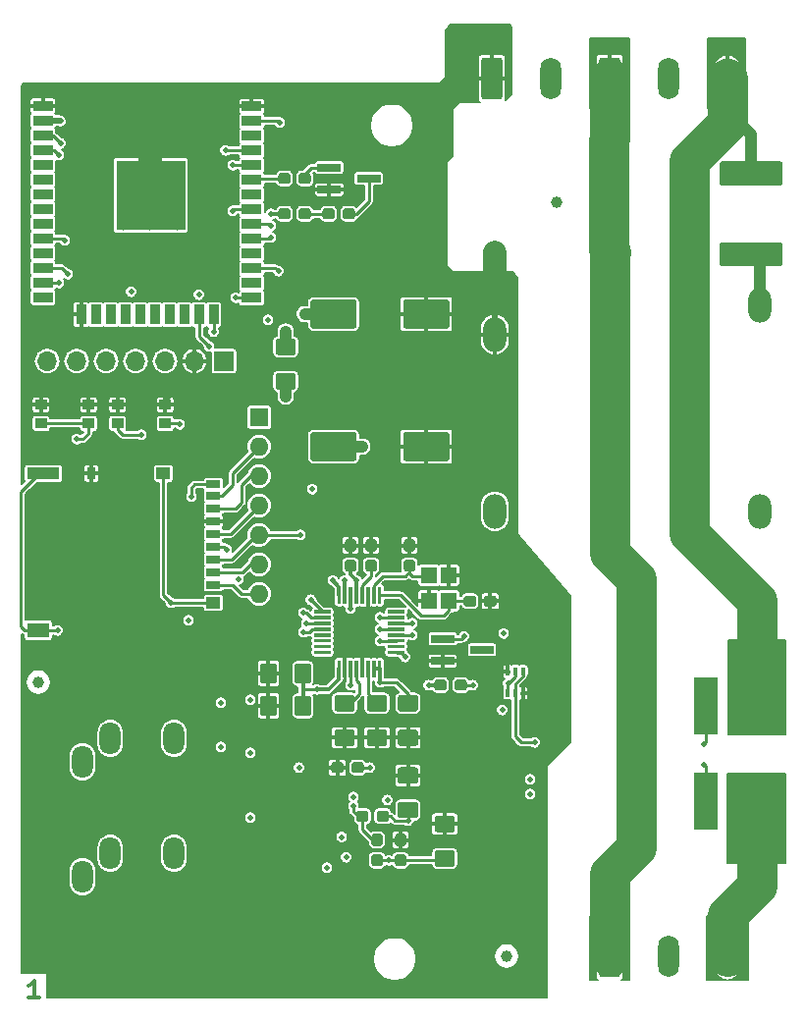
<source format=gbr>
G04 #@! TF.GenerationSoftware,KiCad,Pcbnew,5.0.2-bee76a0~70~ubuntu18.04.1*
G04 #@! TF.CreationDate,2020-04-22T18:31:07+02:00*
G04 #@! TF.ProjectId,Energy_Meter,456e6572-6779-45f4-9d65-7465722e6b69,rev?*
G04 #@! TF.SameCoordinates,Original*
G04 #@! TF.FileFunction,Copper,L1,Top*
G04 #@! TF.FilePolarity,Positive*
%FSLAX46Y46*%
G04 Gerber Fmt 4.6, Leading zero omitted, Abs format (unit mm)*
G04 Created by KiCad (PCBNEW 5.0.2-bee76a0~70~ubuntu18.04.1) date mer. 22 avril 2020 18:31:07 CEST*
%MOMM*%
%LPD*%
G01*
G04 APERTURE LIST*
G04 #@! TA.AperFunction,NonConductor*
%ADD10C,0.300000*%
G04 #@! TD*
G04 #@! TA.AperFunction,Conductor*
%ADD11C,0.100000*%
G04 #@! TD*
G04 #@! TA.AperFunction,SMDPad,CuDef*
%ADD12C,0.950000*%
G04 #@! TD*
G04 #@! TA.AperFunction,SMDPad,CuDef*
%ADD13C,1.425000*%
G04 #@! TD*
G04 #@! TA.AperFunction,SMDPad,CuDef*
%ADD14R,2.000000X0.700000*%
G04 #@! TD*
G04 #@! TA.AperFunction,ComponentPad*
%ADD15C,1.800000*%
G04 #@! TD*
G04 #@! TA.AperFunction,ComponentPad*
%ADD16O,1.800000X3.600000*%
G04 #@! TD*
G04 #@! TA.AperFunction,ComponentPad*
%ADD17O,2.000000X3.000000*%
G04 #@! TD*
G04 #@! TA.AperFunction,SMDPad,CuDef*
%ADD18C,2.100000*%
G04 #@! TD*
G04 #@! TA.AperFunction,ComponentPad*
%ADD19C,1.300000*%
G04 #@! TD*
G04 #@! TA.AperFunction,ComponentPad*
%ADD20C,2.000000*%
G04 #@! TD*
G04 #@! TA.AperFunction,SMDPad,CuDef*
%ADD21R,6.000000X6.000000*%
G04 #@! TD*
G04 #@! TA.AperFunction,SMDPad,CuDef*
%ADD22R,1.700000X0.900000*%
G04 #@! TD*
G04 #@! TA.AperFunction,SMDPad,CuDef*
%ADD23R,0.900000X1.700000*%
G04 #@! TD*
G04 #@! TA.AperFunction,SMDPad,CuDef*
%ADD24R,2.000000X5.000000*%
G04 #@! TD*
G04 #@! TA.AperFunction,SMDPad,CuDef*
%ADD25R,5.000000X5.000000*%
G04 #@! TD*
G04 #@! TA.AperFunction,ComponentPad*
%ADD26C,1.600000*%
G04 #@! TD*
G04 #@! TA.AperFunction,SMDPad,CuDef*
%ADD27C,2.500000*%
G04 #@! TD*
G04 #@! TA.AperFunction,SMDPad,CuDef*
%ADD28R,0.400000X0.650000*%
G04 #@! TD*
G04 #@! TA.AperFunction,BGAPad,CuDef*
%ADD29C,1.000000*%
G04 #@! TD*
G04 #@! TA.AperFunction,ComponentPad*
%ADD30O,1.800000X2.800000*%
G04 #@! TD*
G04 #@! TA.AperFunction,SMDPad,CuDef*
%ADD31R,1.200000X0.700000*%
G04 #@! TD*
G04 #@! TA.AperFunction,SMDPad,CuDef*
%ADD32R,1.200000X1.000000*%
G04 #@! TD*
G04 #@! TA.AperFunction,SMDPad,CuDef*
%ADD33R,0.800000X1.000000*%
G04 #@! TD*
G04 #@! TA.AperFunction,SMDPad,CuDef*
%ADD34R,2.800000X1.000000*%
G04 #@! TD*
G04 #@! TA.AperFunction,SMDPad,CuDef*
%ADD35R,1.900000X1.300000*%
G04 #@! TD*
G04 #@! TA.AperFunction,ComponentPad*
%ADD36R,1.700000X1.700000*%
G04 #@! TD*
G04 #@! TA.AperFunction,ComponentPad*
%ADD37O,1.700000X1.700000*%
G04 #@! TD*
G04 #@! TA.AperFunction,SMDPad,CuDef*
%ADD38R,1.400000X1.400000*%
G04 #@! TD*
G04 #@! TA.AperFunction,ComponentPad*
%ADD39R,1.600000X1.600000*%
G04 #@! TD*
G04 #@! TA.AperFunction,ComponentPad*
%ADD40O,1.600000X1.600000*%
G04 #@! TD*
G04 #@! TA.AperFunction,SMDPad,CuDef*
%ADD41R,1.000000X0.900000*%
G04 #@! TD*
G04 #@! TA.AperFunction,SMDPad,CuDef*
%ADD42C,0.300000*%
G04 #@! TD*
G04 #@! TA.AperFunction,ViaPad*
%ADD43C,0.500000*%
G04 #@! TD*
G04 #@! TA.AperFunction,Conductor*
%ADD44C,0.250000*%
G04 #@! TD*
G04 #@! TA.AperFunction,Conductor*
%ADD45C,0.500000*%
G04 #@! TD*
G04 #@! TA.AperFunction,Conductor*
%ADD46C,2.000000*%
G04 #@! TD*
G04 #@! TA.AperFunction,Conductor*
%ADD47C,1.000000*%
G04 #@! TD*
G04 #@! TA.AperFunction,Conductor*
%ADD48C,0.300000*%
G04 #@! TD*
G04 #@! TA.AperFunction,Conductor*
%ADD49C,3.500000*%
G04 #@! TD*
G04 #@! TA.AperFunction,Conductor*
%ADD50C,0.180000*%
G04 #@! TD*
G04 APERTURE END LIST*
D10*
X172767571Y-176065571D02*
X171910428Y-176065571D01*
X172339000Y-176065571D02*
X172339000Y-174565571D01*
X172196142Y-174779857D01*
X172053285Y-174922714D01*
X171910428Y-174994142D01*
D11*
G04 #@! TO.N,+3.3VA*
G04 #@! TO.C,L1*
G36*
X200984779Y-159927144D02*
X201007834Y-159930563D01*
X201030443Y-159936227D01*
X201052387Y-159944079D01*
X201073457Y-159954044D01*
X201093448Y-159966026D01*
X201112168Y-159979910D01*
X201129438Y-159995562D01*
X201145090Y-160012832D01*
X201158974Y-160031552D01*
X201170956Y-160051543D01*
X201180921Y-160072613D01*
X201188773Y-160094557D01*
X201194437Y-160117166D01*
X201197856Y-160140221D01*
X201199000Y-160163500D01*
X201199000Y-160638500D01*
X201197856Y-160661779D01*
X201194437Y-160684834D01*
X201188773Y-160707443D01*
X201180921Y-160729387D01*
X201170956Y-160750457D01*
X201158974Y-160770448D01*
X201145090Y-160789168D01*
X201129438Y-160806438D01*
X201112168Y-160822090D01*
X201093448Y-160835974D01*
X201073457Y-160847956D01*
X201052387Y-160857921D01*
X201030443Y-160865773D01*
X201007834Y-160871437D01*
X200984779Y-160874856D01*
X200961500Y-160876000D01*
X200386500Y-160876000D01*
X200363221Y-160874856D01*
X200340166Y-160871437D01*
X200317557Y-160865773D01*
X200295613Y-160857921D01*
X200274543Y-160847956D01*
X200254552Y-160835974D01*
X200235832Y-160822090D01*
X200218562Y-160806438D01*
X200202910Y-160789168D01*
X200189026Y-160770448D01*
X200177044Y-160750457D01*
X200167079Y-160729387D01*
X200159227Y-160707443D01*
X200153563Y-160684834D01*
X200150144Y-160661779D01*
X200149000Y-160638500D01*
X200149000Y-160163500D01*
X200150144Y-160140221D01*
X200153563Y-160117166D01*
X200159227Y-160094557D01*
X200167079Y-160072613D01*
X200177044Y-160051543D01*
X200189026Y-160031552D01*
X200202910Y-160012832D01*
X200218562Y-159995562D01*
X200235832Y-159979910D01*
X200254552Y-159966026D01*
X200274543Y-159954044D01*
X200295613Y-159944079D01*
X200317557Y-159936227D01*
X200340166Y-159930563D01*
X200363221Y-159927144D01*
X200386500Y-159926000D01*
X200961500Y-159926000D01*
X200984779Y-159927144D01*
X200984779Y-159927144D01*
G37*
D12*
G04 #@! TD*
G04 #@! TO.P,L1,1*
G04 #@! TO.N,+3.3VA*
X200674000Y-160401000D03*
D11*
G04 #@! TO.N,/Measurements/Vaa*
G04 #@! TO.C,L1*
G36*
X202734779Y-159927144D02*
X202757834Y-159930563D01*
X202780443Y-159936227D01*
X202802387Y-159944079D01*
X202823457Y-159954044D01*
X202843448Y-159966026D01*
X202862168Y-159979910D01*
X202879438Y-159995562D01*
X202895090Y-160012832D01*
X202908974Y-160031552D01*
X202920956Y-160051543D01*
X202930921Y-160072613D01*
X202938773Y-160094557D01*
X202944437Y-160117166D01*
X202947856Y-160140221D01*
X202949000Y-160163500D01*
X202949000Y-160638500D01*
X202947856Y-160661779D01*
X202944437Y-160684834D01*
X202938773Y-160707443D01*
X202930921Y-160729387D01*
X202920956Y-160750457D01*
X202908974Y-160770448D01*
X202895090Y-160789168D01*
X202879438Y-160806438D01*
X202862168Y-160822090D01*
X202843448Y-160835974D01*
X202823457Y-160847956D01*
X202802387Y-160857921D01*
X202780443Y-160865773D01*
X202757834Y-160871437D01*
X202734779Y-160874856D01*
X202711500Y-160876000D01*
X202136500Y-160876000D01*
X202113221Y-160874856D01*
X202090166Y-160871437D01*
X202067557Y-160865773D01*
X202045613Y-160857921D01*
X202024543Y-160847956D01*
X202004552Y-160835974D01*
X201985832Y-160822090D01*
X201968562Y-160806438D01*
X201952910Y-160789168D01*
X201939026Y-160770448D01*
X201927044Y-160750457D01*
X201917079Y-160729387D01*
X201909227Y-160707443D01*
X201903563Y-160684834D01*
X201900144Y-160661779D01*
X201899000Y-160638500D01*
X201899000Y-160163500D01*
X201900144Y-160140221D01*
X201903563Y-160117166D01*
X201909227Y-160094557D01*
X201917079Y-160072613D01*
X201927044Y-160051543D01*
X201939026Y-160031552D01*
X201952910Y-160012832D01*
X201968562Y-159995562D01*
X201985832Y-159979910D01*
X202004552Y-159966026D01*
X202024543Y-159954044D01*
X202045613Y-159944079D01*
X202067557Y-159936227D01*
X202090166Y-159930563D01*
X202113221Y-159927144D01*
X202136500Y-159926000D01*
X202711500Y-159926000D01*
X202734779Y-159927144D01*
X202734779Y-159927144D01*
G37*
D12*
G04 #@! TD*
G04 #@! TO.P,L1,2*
G04 #@! TO.N,/Measurements/Vaa*
X202424000Y-160401000D03*
D11*
G04 #@! TO.N,+3V3*
G04 #@! TO.C,C23*
G36*
X205246504Y-149947204D02*
X205270773Y-149950804D01*
X205294571Y-149956765D01*
X205317671Y-149965030D01*
X205339849Y-149975520D01*
X205360893Y-149988133D01*
X205380598Y-150002747D01*
X205398777Y-150019223D01*
X205415253Y-150037402D01*
X205429867Y-150057107D01*
X205442480Y-150078151D01*
X205452970Y-150100329D01*
X205461235Y-150123429D01*
X205467196Y-150147227D01*
X205470796Y-150171496D01*
X205472000Y-150196000D01*
X205472000Y-151121000D01*
X205470796Y-151145504D01*
X205467196Y-151169773D01*
X205461235Y-151193571D01*
X205452970Y-151216671D01*
X205442480Y-151238849D01*
X205429867Y-151259893D01*
X205415253Y-151279598D01*
X205398777Y-151297777D01*
X205380598Y-151314253D01*
X205360893Y-151328867D01*
X205339849Y-151341480D01*
X205317671Y-151351970D01*
X205294571Y-151360235D01*
X205270773Y-151366196D01*
X205246504Y-151369796D01*
X205222000Y-151371000D01*
X203972000Y-151371000D01*
X203947496Y-151369796D01*
X203923227Y-151366196D01*
X203899429Y-151360235D01*
X203876329Y-151351970D01*
X203854151Y-151341480D01*
X203833107Y-151328867D01*
X203813402Y-151314253D01*
X203795223Y-151297777D01*
X203778747Y-151279598D01*
X203764133Y-151259893D01*
X203751520Y-151238849D01*
X203741030Y-151216671D01*
X203732765Y-151193571D01*
X203726804Y-151169773D01*
X203723204Y-151145504D01*
X203722000Y-151121000D01*
X203722000Y-150196000D01*
X203723204Y-150171496D01*
X203726804Y-150147227D01*
X203732765Y-150123429D01*
X203741030Y-150100329D01*
X203751520Y-150078151D01*
X203764133Y-150057107D01*
X203778747Y-150037402D01*
X203795223Y-150019223D01*
X203813402Y-150002747D01*
X203833107Y-149988133D01*
X203854151Y-149975520D01*
X203876329Y-149965030D01*
X203899429Y-149956765D01*
X203923227Y-149950804D01*
X203947496Y-149947204D01*
X203972000Y-149946000D01*
X205222000Y-149946000D01*
X205246504Y-149947204D01*
X205246504Y-149947204D01*
G37*
D13*
G04 #@! TD*
G04 #@! TO.P,C23,1*
G04 #@! TO.N,+3V3*
X204597000Y-150658500D03*
D11*
G04 #@! TO.N,GND*
G04 #@! TO.C,C23*
G36*
X205246504Y-152922204D02*
X205270773Y-152925804D01*
X205294571Y-152931765D01*
X205317671Y-152940030D01*
X205339849Y-152950520D01*
X205360893Y-152963133D01*
X205380598Y-152977747D01*
X205398777Y-152994223D01*
X205415253Y-153012402D01*
X205429867Y-153032107D01*
X205442480Y-153053151D01*
X205452970Y-153075329D01*
X205461235Y-153098429D01*
X205467196Y-153122227D01*
X205470796Y-153146496D01*
X205472000Y-153171000D01*
X205472000Y-154096000D01*
X205470796Y-154120504D01*
X205467196Y-154144773D01*
X205461235Y-154168571D01*
X205452970Y-154191671D01*
X205442480Y-154213849D01*
X205429867Y-154234893D01*
X205415253Y-154254598D01*
X205398777Y-154272777D01*
X205380598Y-154289253D01*
X205360893Y-154303867D01*
X205339849Y-154316480D01*
X205317671Y-154326970D01*
X205294571Y-154335235D01*
X205270773Y-154341196D01*
X205246504Y-154344796D01*
X205222000Y-154346000D01*
X203972000Y-154346000D01*
X203947496Y-154344796D01*
X203923227Y-154341196D01*
X203899429Y-154335235D01*
X203876329Y-154326970D01*
X203854151Y-154316480D01*
X203833107Y-154303867D01*
X203813402Y-154289253D01*
X203795223Y-154272777D01*
X203778747Y-154254598D01*
X203764133Y-154234893D01*
X203751520Y-154213849D01*
X203741030Y-154191671D01*
X203732765Y-154168571D01*
X203726804Y-154144773D01*
X203723204Y-154120504D01*
X203722000Y-154096000D01*
X203722000Y-153171000D01*
X203723204Y-153146496D01*
X203726804Y-153122227D01*
X203732765Y-153098429D01*
X203741030Y-153075329D01*
X203751520Y-153053151D01*
X203764133Y-153032107D01*
X203778747Y-153012402D01*
X203795223Y-152994223D01*
X203813402Y-152977747D01*
X203833107Y-152963133D01*
X203854151Y-152950520D01*
X203876329Y-152940030D01*
X203899429Y-152931765D01*
X203923227Y-152925804D01*
X203947496Y-152922204D01*
X203972000Y-152921000D01*
X205222000Y-152921000D01*
X205246504Y-152922204D01*
X205246504Y-152922204D01*
G37*
D13*
G04 #@! TD*
G04 #@! TO.P,C23,2*
G04 #@! TO.N,GND*
X204597000Y-153633500D03*
D14*
G04 #@! TO.P,Q3,3*
G04 #@! TO.N,Net-(Q3-Pad3)*
X201217000Y-105410000D03*
G04 #@! TO.P,Q3,2*
G04 #@! TO.N,GND*
X197817000Y-106360000D03*
G04 #@! TO.P,Q3,1*
G04 #@! TO.N,Net-(Q3-Pad1)*
X197817000Y-104460000D03*
G04 #@! TD*
G04 #@! TO.P,Q2,1*
G04 #@! TO.N,Net-(Q2-Pad1)*
X207596000Y-145100000D03*
G04 #@! TO.P,Q2,2*
G04 #@! TO.N,GND*
X207596000Y-147000000D03*
G04 #@! TO.P,Q2,3*
G04 #@! TO.N,Net-(Q2-Pad3)*
X210996000Y-146050000D03*
G04 #@! TD*
D11*
G04 #@! TO.N,GND*
G04 #@! TO.C,J7*
G36*
X212510504Y-94975204D02*
X212534773Y-94978804D01*
X212558571Y-94984765D01*
X212581671Y-94993030D01*
X212603849Y-95003520D01*
X212624893Y-95016133D01*
X212644598Y-95030747D01*
X212662777Y-95047223D01*
X212679253Y-95065402D01*
X212693867Y-95085107D01*
X212706480Y-95106151D01*
X212716970Y-95128329D01*
X212725235Y-95151429D01*
X212731196Y-95175227D01*
X212734796Y-95199496D01*
X212736000Y-95224000D01*
X212736000Y-98324000D01*
X212734796Y-98348504D01*
X212731196Y-98372773D01*
X212725235Y-98396571D01*
X212716970Y-98419671D01*
X212706480Y-98441849D01*
X212693867Y-98462893D01*
X212679253Y-98482598D01*
X212662777Y-98500777D01*
X212644598Y-98517253D01*
X212624893Y-98531867D01*
X212603849Y-98544480D01*
X212581671Y-98554970D01*
X212558571Y-98563235D01*
X212534773Y-98569196D01*
X212510504Y-98572796D01*
X212486000Y-98574000D01*
X211186000Y-98574000D01*
X211161496Y-98572796D01*
X211137227Y-98569196D01*
X211113429Y-98563235D01*
X211090329Y-98554970D01*
X211068151Y-98544480D01*
X211047107Y-98531867D01*
X211027402Y-98517253D01*
X211009223Y-98500777D01*
X210992747Y-98482598D01*
X210978133Y-98462893D01*
X210965520Y-98441849D01*
X210955030Y-98419671D01*
X210946765Y-98396571D01*
X210940804Y-98372773D01*
X210937204Y-98348504D01*
X210936000Y-98324000D01*
X210936000Y-95224000D01*
X210937204Y-95199496D01*
X210940804Y-95175227D01*
X210946765Y-95151429D01*
X210955030Y-95128329D01*
X210965520Y-95106151D01*
X210978133Y-95085107D01*
X210992747Y-95065402D01*
X211009223Y-95047223D01*
X211027402Y-95030747D01*
X211047107Y-95016133D01*
X211068151Y-95003520D01*
X211090329Y-94993030D01*
X211113429Y-94984765D01*
X211137227Y-94978804D01*
X211161496Y-94975204D01*
X211186000Y-94974000D01*
X212486000Y-94974000D01*
X212510504Y-94975204D01*
X212510504Y-94975204D01*
G37*
D15*
G04 #@! TD*
G04 #@! TO.P,J7,1*
G04 #@! TO.N,GND*
X211836000Y-96774000D03*
D16*
G04 #@! TO.P,J7,2*
G04 #@! TO.N,Net-(J7-Pad2)*
X216916000Y-96774000D03*
G04 #@! TD*
D17*
G04 #@! TO.P,PS1,4*
G04 #@! TO.N,/Neutral*
X234950000Y-134112000D03*
G04 #@! TO.P,PS1,3*
G04 #@! TO.N,+3V3*
X212090000Y-134112000D03*
G04 #@! TO.P,PS1,2*
G04 #@! TO.N,GND*
X212090000Y-118872000D03*
G04 #@! TO.P,PS1,1*
G04 #@! TO.N,Net-(F1-Pad2)*
X234950000Y-116332000D03*
G04 #@! TD*
D11*
G04 #@! TO.N,GND*
G04 #@! TO.C,C1*
G36*
X208421504Y-160361204D02*
X208445773Y-160364804D01*
X208469571Y-160370765D01*
X208492671Y-160379030D01*
X208514849Y-160389520D01*
X208535893Y-160402133D01*
X208555598Y-160416747D01*
X208573777Y-160433223D01*
X208590253Y-160451402D01*
X208604867Y-160471107D01*
X208617480Y-160492151D01*
X208627970Y-160514329D01*
X208636235Y-160537429D01*
X208642196Y-160561227D01*
X208645796Y-160585496D01*
X208647000Y-160610000D01*
X208647000Y-161535000D01*
X208645796Y-161559504D01*
X208642196Y-161583773D01*
X208636235Y-161607571D01*
X208627970Y-161630671D01*
X208617480Y-161652849D01*
X208604867Y-161673893D01*
X208590253Y-161693598D01*
X208573777Y-161711777D01*
X208555598Y-161728253D01*
X208535893Y-161742867D01*
X208514849Y-161755480D01*
X208492671Y-161765970D01*
X208469571Y-161774235D01*
X208445773Y-161780196D01*
X208421504Y-161783796D01*
X208397000Y-161785000D01*
X207147000Y-161785000D01*
X207122496Y-161783796D01*
X207098227Y-161780196D01*
X207074429Y-161774235D01*
X207051329Y-161765970D01*
X207029151Y-161755480D01*
X207008107Y-161742867D01*
X206988402Y-161728253D01*
X206970223Y-161711777D01*
X206953747Y-161693598D01*
X206939133Y-161673893D01*
X206926520Y-161652849D01*
X206916030Y-161630671D01*
X206907765Y-161607571D01*
X206901804Y-161583773D01*
X206898204Y-161559504D01*
X206897000Y-161535000D01*
X206897000Y-160610000D01*
X206898204Y-160585496D01*
X206901804Y-160561227D01*
X206907765Y-160537429D01*
X206916030Y-160514329D01*
X206926520Y-160492151D01*
X206939133Y-160471107D01*
X206953747Y-160451402D01*
X206970223Y-160433223D01*
X206988402Y-160416747D01*
X207008107Y-160402133D01*
X207029151Y-160389520D01*
X207051329Y-160379030D01*
X207074429Y-160370765D01*
X207098227Y-160364804D01*
X207122496Y-160361204D01*
X207147000Y-160360000D01*
X208397000Y-160360000D01*
X208421504Y-160361204D01*
X208421504Y-160361204D01*
G37*
D13*
G04 #@! TD*
G04 #@! TO.P,C1,2*
G04 #@! TO.N,GND*
X207772000Y-161072500D03*
D11*
G04 #@! TO.N,Net-(C1-Pad1)*
G04 #@! TO.C,C1*
G36*
X208421504Y-163336204D02*
X208445773Y-163339804D01*
X208469571Y-163345765D01*
X208492671Y-163354030D01*
X208514849Y-163364520D01*
X208535893Y-163377133D01*
X208555598Y-163391747D01*
X208573777Y-163408223D01*
X208590253Y-163426402D01*
X208604867Y-163446107D01*
X208617480Y-163467151D01*
X208627970Y-163489329D01*
X208636235Y-163512429D01*
X208642196Y-163536227D01*
X208645796Y-163560496D01*
X208647000Y-163585000D01*
X208647000Y-164510000D01*
X208645796Y-164534504D01*
X208642196Y-164558773D01*
X208636235Y-164582571D01*
X208627970Y-164605671D01*
X208617480Y-164627849D01*
X208604867Y-164648893D01*
X208590253Y-164668598D01*
X208573777Y-164686777D01*
X208555598Y-164703253D01*
X208535893Y-164717867D01*
X208514849Y-164730480D01*
X208492671Y-164740970D01*
X208469571Y-164749235D01*
X208445773Y-164755196D01*
X208421504Y-164758796D01*
X208397000Y-164760000D01*
X207147000Y-164760000D01*
X207122496Y-164758796D01*
X207098227Y-164755196D01*
X207074429Y-164749235D01*
X207051329Y-164740970D01*
X207029151Y-164730480D01*
X207008107Y-164717867D01*
X206988402Y-164703253D01*
X206970223Y-164686777D01*
X206953747Y-164668598D01*
X206939133Y-164648893D01*
X206926520Y-164627849D01*
X206916030Y-164605671D01*
X206907765Y-164582571D01*
X206901804Y-164558773D01*
X206898204Y-164534504D01*
X206897000Y-164510000D01*
X206897000Y-163585000D01*
X206898204Y-163560496D01*
X206901804Y-163536227D01*
X206907765Y-163512429D01*
X206916030Y-163489329D01*
X206926520Y-163467151D01*
X206939133Y-163446107D01*
X206953747Y-163426402D01*
X206970223Y-163408223D01*
X206988402Y-163391747D01*
X207008107Y-163377133D01*
X207029151Y-163364520D01*
X207051329Y-163354030D01*
X207074429Y-163345765D01*
X207098227Y-163339804D01*
X207122496Y-163336204D01*
X207147000Y-163335000D01*
X208397000Y-163335000D01*
X208421504Y-163336204D01*
X208421504Y-163336204D01*
G37*
D13*
G04 #@! TD*
G04 #@! TO.P,C1,1*
G04 #@! TO.N,Net-(C1-Pad1)*
X207772000Y-164047500D03*
D11*
G04 #@! TO.N,/Ph*
G04 #@! TO.C,F1*
G36*
X236687504Y-103934204D02*
X236711773Y-103937804D01*
X236735571Y-103943765D01*
X236758671Y-103952030D01*
X236780849Y-103962520D01*
X236801893Y-103975133D01*
X236821598Y-103989747D01*
X236839777Y-104006223D01*
X236856253Y-104024402D01*
X236870867Y-104044107D01*
X236883480Y-104065151D01*
X236893970Y-104087329D01*
X236902235Y-104110429D01*
X236908196Y-104134227D01*
X236911796Y-104158496D01*
X236913000Y-104183000D01*
X236913000Y-105783000D01*
X236911796Y-105807504D01*
X236908196Y-105831773D01*
X236902235Y-105855571D01*
X236893970Y-105878671D01*
X236883480Y-105900849D01*
X236870867Y-105921893D01*
X236856253Y-105941598D01*
X236839777Y-105959777D01*
X236821598Y-105976253D01*
X236801893Y-105990867D01*
X236780849Y-106003480D01*
X236758671Y-106013970D01*
X236735571Y-106022235D01*
X236711773Y-106028196D01*
X236687504Y-106031796D01*
X236663000Y-106033000D01*
X231713000Y-106033000D01*
X231688496Y-106031796D01*
X231664227Y-106028196D01*
X231640429Y-106022235D01*
X231617329Y-106013970D01*
X231595151Y-106003480D01*
X231574107Y-105990867D01*
X231554402Y-105976253D01*
X231536223Y-105959777D01*
X231519747Y-105941598D01*
X231505133Y-105921893D01*
X231492520Y-105900849D01*
X231482030Y-105878671D01*
X231473765Y-105855571D01*
X231467804Y-105831773D01*
X231464204Y-105807504D01*
X231463000Y-105783000D01*
X231463000Y-104183000D01*
X231464204Y-104158496D01*
X231467804Y-104134227D01*
X231473765Y-104110429D01*
X231482030Y-104087329D01*
X231492520Y-104065151D01*
X231505133Y-104044107D01*
X231519747Y-104024402D01*
X231536223Y-104006223D01*
X231554402Y-103989747D01*
X231574107Y-103975133D01*
X231595151Y-103962520D01*
X231617329Y-103952030D01*
X231640429Y-103943765D01*
X231664227Y-103937804D01*
X231688496Y-103934204D01*
X231713000Y-103933000D01*
X236663000Y-103933000D01*
X236687504Y-103934204D01*
X236687504Y-103934204D01*
G37*
D18*
G04 #@! TD*
G04 #@! TO.P,F1,1*
G04 #@! TO.N,/Ph*
X234188000Y-104983000D03*
D11*
G04 #@! TO.N,Net-(F1-Pad2)*
G04 #@! TO.C,F1*
G36*
X236687504Y-110884204D02*
X236711773Y-110887804D01*
X236735571Y-110893765D01*
X236758671Y-110902030D01*
X236780849Y-110912520D01*
X236801893Y-110925133D01*
X236821598Y-110939747D01*
X236839777Y-110956223D01*
X236856253Y-110974402D01*
X236870867Y-110994107D01*
X236883480Y-111015151D01*
X236893970Y-111037329D01*
X236902235Y-111060429D01*
X236908196Y-111084227D01*
X236911796Y-111108496D01*
X236913000Y-111133000D01*
X236913000Y-112733000D01*
X236911796Y-112757504D01*
X236908196Y-112781773D01*
X236902235Y-112805571D01*
X236893970Y-112828671D01*
X236883480Y-112850849D01*
X236870867Y-112871893D01*
X236856253Y-112891598D01*
X236839777Y-112909777D01*
X236821598Y-112926253D01*
X236801893Y-112940867D01*
X236780849Y-112953480D01*
X236758671Y-112963970D01*
X236735571Y-112972235D01*
X236711773Y-112978196D01*
X236687504Y-112981796D01*
X236663000Y-112983000D01*
X231713000Y-112983000D01*
X231688496Y-112981796D01*
X231664227Y-112978196D01*
X231640429Y-112972235D01*
X231617329Y-112963970D01*
X231595151Y-112953480D01*
X231574107Y-112940867D01*
X231554402Y-112926253D01*
X231536223Y-112909777D01*
X231519747Y-112891598D01*
X231505133Y-112871893D01*
X231492520Y-112850849D01*
X231482030Y-112828671D01*
X231473765Y-112805571D01*
X231467804Y-112781773D01*
X231464204Y-112757504D01*
X231463000Y-112733000D01*
X231463000Y-111133000D01*
X231464204Y-111108496D01*
X231467804Y-111084227D01*
X231473765Y-111060429D01*
X231482030Y-111037329D01*
X231492520Y-111015151D01*
X231505133Y-110994107D01*
X231519747Y-110974402D01*
X231536223Y-110956223D01*
X231554402Y-110939747D01*
X231574107Y-110925133D01*
X231595151Y-110912520D01*
X231617329Y-110902030D01*
X231640429Y-110893765D01*
X231664227Y-110887804D01*
X231688496Y-110884204D01*
X231713000Y-110883000D01*
X236663000Y-110883000D01*
X236687504Y-110884204D01*
X236687504Y-110884204D01*
G37*
D18*
G04 #@! TD*
G04 #@! TO.P,F1,2*
G04 #@! TO.N,Net-(F1-Pad2)*
X234188000Y-111933000D03*
D19*
G04 #@! TO.P,U3,39*
G04 #@! TO.N,GND*
X180077600Y-109193800D03*
D20*
X182389000Y-106857000D03*
D21*
X182418000Y-106844000D03*
D22*
G04 #@! TO.P,U3,38*
X191118000Y-99184000D03*
G04 #@! TO.P,U3,37*
G04 #@! TO.N,/Measurements/DIN_SPI*
X191118000Y-100454000D03*
G04 #@! TO.P,U3,36*
G04 #@! TO.N,Net-(U3-Pad36)*
X191118000Y-101724000D03*
G04 #@! TO.P,U3,35*
G04 #@! TO.N,/CPU_IoT/TxD0*
X191118000Y-102994000D03*
G04 #@! TO.P,U3,34*
G04 #@! TO.N,/CPU_IoT/RxD0*
X191118000Y-104264000D03*
G04 #@! TO.P,U3,33*
G04 #@! TO.N,/CPU_IoT/ALIVE*
X191118000Y-105534000D03*
G04 #@! TO.P,U3,32*
G04 #@! TO.N,Net-(U3-Pad32)*
X191118000Y-106804000D03*
G04 #@! TO.P,U3,31*
G04 #@! TO.N,/CPU_IoT/DIN_MASTER_SPI*
X191118000Y-108074000D03*
G04 #@! TO.P,U3,30*
G04 #@! TO.N,/CPU_IoT/SCLK_SPI*
X191118000Y-109344000D03*
G04 #@! TO.P,U3,29*
G04 #@! TO.N,/CPU_IoT/~CS_SPI*
X191118000Y-110614000D03*
G04 #@! TO.P,U3,28*
G04 #@! TO.N,Net-(U3-Pad28)*
X191118000Y-111884000D03*
G04 #@! TO.P,U3,27*
G04 #@! TO.N,/CPU_IoT/SD_DET*
X191118000Y-113154000D03*
G04 #@! TO.P,U3,26*
G04 #@! TO.N,Net-(U3-Pad26)*
X191118000Y-114424000D03*
G04 #@! TO.P,U3,25*
G04 #@! TO.N,/CPU_IoT/GPIO0*
X191118000Y-115694000D03*
D23*
G04 #@! TO.P,U3,24*
G04 #@! TO.N,/CPU_IoT/SD_DATA0*
X187848000Y-117144000D03*
G04 #@! TO.P,U3,23*
G04 #@! TO.N,/CPU_IoT/SD_CMD*
X186578000Y-117144000D03*
G04 #@! TO.P,U3,22*
G04 #@! TO.N,Net-(U3-Pad22)*
X185308000Y-117144000D03*
G04 #@! TO.P,U3,21*
G04 #@! TO.N,Net-(U3-Pad21)*
X184038000Y-117144000D03*
G04 #@! TO.P,U3,20*
G04 #@! TO.N,Net-(U3-Pad20)*
X182768000Y-117144000D03*
G04 #@! TO.P,U3,19*
G04 #@! TO.N,Net-(U3-Pad19)*
X181498000Y-117144000D03*
G04 #@! TO.P,U3,18*
G04 #@! TO.N,Net-(U3-Pad18)*
X180228000Y-117144000D03*
G04 #@! TO.P,U3,17*
G04 #@! TO.N,Net-(U3-Pad17)*
X178958000Y-117144000D03*
G04 #@! TO.P,U3,16*
G04 #@! TO.N,Net-(U3-Pad16)*
X177688000Y-117144000D03*
G04 #@! TO.P,U3,15*
G04 #@! TO.N,GND*
X176418000Y-117144000D03*
D22*
G04 #@! TO.P,U3,14*
G04 #@! TO.N,Net-(U3-Pad14)*
X173118000Y-115654000D03*
G04 #@! TO.P,U3,13*
G04 #@! TO.N,/CPU_IoT/SD_CLK*
X173118000Y-114384000D03*
G04 #@! TO.P,U3,12*
G04 #@! TO.N,/CPU_IoT/~RESET*
X173118000Y-113114000D03*
G04 #@! TO.P,U3,11*
G04 #@! TO.N,Net-(U3-Pad11)*
X173118000Y-111844000D03*
G04 #@! TO.P,U3,10*
G04 #@! TO.N,/CPU_IoT/~DRDY_SPI*
X173118000Y-110574000D03*
G04 #@! TO.P,U3,9*
G04 #@! TO.N,Net-(U3-Pad9)*
X173118000Y-109304000D03*
G04 #@! TO.P,U3,8*
G04 #@! TO.N,Net-(U3-Pad8)*
X173118000Y-108034000D03*
G04 #@! TO.P,U3,7*
G04 #@! TO.N,Net-(U3-Pad7)*
X173118000Y-106764000D03*
G04 #@! TO.P,U3,6*
G04 #@! TO.N,Net-(U3-Pad6)*
X173118000Y-105494000D03*
G04 #@! TO.P,U3,5*
G04 #@! TO.N,Net-(U3-Pad5)*
X173118000Y-104224000D03*
G04 #@! TO.P,U3,4*
G04 #@! TO.N,/Measurements/ADC_I_Homopolar*
X173118000Y-102954000D03*
G04 #@! TO.P,U3,3*
G04 #@! TO.N,/CPU_IoT/EN*
X173118000Y-101684000D03*
G04 #@! TO.P,U3,2*
G04 #@! TO.N,Net-(C16-Pad1)*
X173118000Y-100414000D03*
G04 #@! TO.P,U3,1*
G04 #@! TO.N,GND*
X173118000Y-99144000D03*
D19*
G04 #@! TO.P,U3,39*
X184751200Y-109193800D03*
X180077600Y-104494800D03*
X184751200Y-104494800D03*
X182389000Y-104494800D03*
X182389000Y-109193800D03*
X180077600Y-106730000D03*
X184751200Y-106730000D03*
G04 #@! TD*
D24*
G04 #@! TO.P,R41,3*
G04 #@! TO.N,/Measurements/I_P*
X230251000Y-159131000D03*
G04 #@! TO.P,R41,2*
G04 #@! TO.N,/Measurements/I_N*
X230251000Y-150876000D03*
D25*
G04 #@! TO.P,R41,4*
G04 #@! TO.N,Net-(J2-Pad3)*
X234696000Y-159131000D03*
G04 #@! TO.P,R41,1*
G04 #@! TO.N,/Ph*
X234696000Y-150876000D03*
G04 #@! TD*
D11*
G04 #@! TO.N,/Measurements/Vaa*
G04 #@! TO.C,C6*
G36*
X205246504Y-159145204D02*
X205270773Y-159148804D01*
X205294571Y-159154765D01*
X205317671Y-159163030D01*
X205339849Y-159173520D01*
X205360893Y-159186133D01*
X205380598Y-159200747D01*
X205398777Y-159217223D01*
X205415253Y-159235402D01*
X205429867Y-159255107D01*
X205442480Y-159276151D01*
X205452970Y-159298329D01*
X205461235Y-159321429D01*
X205467196Y-159345227D01*
X205470796Y-159369496D01*
X205472000Y-159394000D01*
X205472000Y-160319000D01*
X205470796Y-160343504D01*
X205467196Y-160367773D01*
X205461235Y-160391571D01*
X205452970Y-160414671D01*
X205442480Y-160436849D01*
X205429867Y-160457893D01*
X205415253Y-160477598D01*
X205398777Y-160495777D01*
X205380598Y-160512253D01*
X205360893Y-160526867D01*
X205339849Y-160539480D01*
X205317671Y-160549970D01*
X205294571Y-160558235D01*
X205270773Y-160564196D01*
X205246504Y-160567796D01*
X205222000Y-160569000D01*
X203972000Y-160569000D01*
X203947496Y-160567796D01*
X203923227Y-160564196D01*
X203899429Y-160558235D01*
X203876329Y-160549970D01*
X203854151Y-160539480D01*
X203833107Y-160526867D01*
X203813402Y-160512253D01*
X203795223Y-160495777D01*
X203778747Y-160477598D01*
X203764133Y-160457893D01*
X203751520Y-160436849D01*
X203741030Y-160414671D01*
X203732765Y-160391571D01*
X203726804Y-160367773D01*
X203723204Y-160343504D01*
X203722000Y-160319000D01*
X203722000Y-159394000D01*
X203723204Y-159369496D01*
X203726804Y-159345227D01*
X203732765Y-159321429D01*
X203741030Y-159298329D01*
X203751520Y-159276151D01*
X203764133Y-159255107D01*
X203778747Y-159235402D01*
X203795223Y-159217223D01*
X203813402Y-159200747D01*
X203833107Y-159186133D01*
X203854151Y-159173520D01*
X203876329Y-159163030D01*
X203899429Y-159154765D01*
X203923227Y-159148804D01*
X203947496Y-159145204D01*
X203972000Y-159144000D01*
X205222000Y-159144000D01*
X205246504Y-159145204D01*
X205246504Y-159145204D01*
G37*
D13*
G04 #@! TD*
G04 #@! TO.P,C6,1*
G04 #@! TO.N,/Measurements/Vaa*
X204597000Y-159856500D03*
D11*
G04 #@! TO.N,GND*
G04 #@! TO.C,C6*
G36*
X205246504Y-156170204D02*
X205270773Y-156173804D01*
X205294571Y-156179765D01*
X205317671Y-156188030D01*
X205339849Y-156198520D01*
X205360893Y-156211133D01*
X205380598Y-156225747D01*
X205398777Y-156242223D01*
X205415253Y-156260402D01*
X205429867Y-156280107D01*
X205442480Y-156301151D01*
X205452970Y-156323329D01*
X205461235Y-156346429D01*
X205467196Y-156370227D01*
X205470796Y-156394496D01*
X205472000Y-156419000D01*
X205472000Y-157344000D01*
X205470796Y-157368504D01*
X205467196Y-157392773D01*
X205461235Y-157416571D01*
X205452970Y-157439671D01*
X205442480Y-157461849D01*
X205429867Y-157482893D01*
X205415253Y-157502598D01*
X205398777Y-157520777D01*
X205380598Y-157537253D01*
X205360893Y-157551867D01*
X205339849Y-157564480D01*
X205317671Y-157574970D01*
X205294571Y-157583235D01*
X205270773Y-157589196D01*
X205246504Y-157592796D01*
X205222000Y-157594000D01*
X203972000Y-157594000D01*
X203947496Y-157592796D01*
X203923227Y-157589196D01*
X203899429Y-157583235D01*
X203876329Y-157574970D01*
X203854151Y-157564480D01*
X203833107Y-157551867D01*
X203813402Y-157537253D01*
X203795223Y-157520777D01*
X203778747Y-157502598D01*
X203764133Y-157482893D01*
X203751520Y-157461849D01*
X203741030Y-157439671D01*
X203732765Y-157416571D01*
X203726804Y-157392773D01*
X203723204Y-157368504D01*
X203722000Y-157344000D01*
X203722000Y-156419000D01*
X203723204Y-156394496D01*
X203726804Y-156370227D01*
X203732765Y-156346429D01*
X203741030Y-156323329D01*
X203751520Y-156301151D01*
X203764133Y-156280107D01*
X203778747Y-156260402D01*
X203795223Y-156242223D01*
X203813402Y-156225747D01*
X203833107Y-156211133D01*
X203854151Y-156198520D01*
X203876329Y-156188030D01*
X203899429Y-156179765D01*
X203923227Y-156173804D01*
X203947496Y-156170204D01*
X203972000Y-156169000D01*
X205222000Y-156169000D01*
X205246504Y-156170204D01*
X205246504Y-156170204D01*
G37*
D13*
G04 #@! TD*
G04 #@! TO.P,C6,2*
G04 #@! TO.N,GND*
X204597000Y-156881500D03*
D11*
G04 #@! TO.N,+3.3VA*
G04 #@! TO.C,C7*
G36*
X196030504Y-147208204D02*
X196054773Y-147211804D01*
X196078571Y-147217765D01*
X196101671Y-147226030D01*
X196123849Y-147236520D01*
X196144893Y-147249133D01*
X196164598Y-147263747D01*
X196182777Y-147280223D01*
X196199253Y-147298402D01*
X196213867Y-147318107D01*
X196226480Y-147339151D01*
X196236970Y-147361329D01*
X196245235Y-147384429D01*
X196251196Y-147408227D01*
X196254796Y-147432496D01*
X196256000Y-147457000D01*
X196256000Y-148707000D01*
X196254796Y-148731504D01*
X196251196Y-148755773D01*
X196245235Y-148779571D01*
X196236970Y-148802671D01*
X196226480Y-148824849D01*
X196213867Y-148845893D01*
X196199253Y-148865598D01*
X196182777Y-148883777D01*
X196164598Y-148900253D01*
X196144893Y-148914867D01*
X196123849Y-148927480D01*
X196101671Y-148937970D01*
X196078571Y-148946235D01*
X196054773Y-148952196D01*
X196030504Y-148955796D01*
X196006000Y-148957000D01*
X195081000Y-148957000D01*
X195056496Y-148955796D01*
X195032227Y-148952196D01*
X195008429Y-148946235D01*
X194985329Y-148937970D01*
X194963151Y-148927480D01*
X194942107Y-148914867D01*
X194922402Y-148900253D01*
X194904223Y-148883777D01*
X194887747Y-148865598D01*
X194873133Y-148845893D01*
X194860520Y-148824849D01*
X194850030Y-148802671D01*
X194841765Y-148779571D01*
X194835804Y-148755773D01*
X194832204Y-148731504D01*
X194831000Y-148707000D01*
X194831000Y-147457000D01*
X194832204Y-147432496D01*
X194835804Y-147408227D01*
X194841765Y-147384429D01*
X194850030Y-147361329D01*
X194860520Y-147339151D01*
X194873133Y-147318107D01*
X194887747Y-147298402D01*
X194904223Y-147280223D01*
X194922402Y-147263747D01*
X194942107Y-147249133D01*
X194963151Y-147236520D01*
X194985329Y-147226030D01*
X195008429Y-147217765D01*
X195032227Y-147211804D01*
X195056496Y-147208204D01*
X195081000Y-147207000D01*
X196006000Y-147207000D01*
X196030504Y-147208204D01*
X196030504Y-147208204D01*
G37*
D13*
G04 #@! TD*
G04 #@! TO.P,C7,1*
G04 #@! TO.N,+3.3VA*
X195543500Y-148082000D03*
D11*
G04 #@! TO.N,GND*
G04 #@! TO.C,C7*
G36*
X193055504Y-147208204D02*
X193079773Y-147211804D01*
X193103571Y-147217765D01*
X193126671Y-147226030D01*
X193148849Y-147236520D01*
X193169893Y-147249133D01*
X193189598Y-147263747D01*
X193207777Y-147280223D01*
X193224253Y-147298402D01*
X193238867Y-147318107D01*
X193251480Y-147339151D01*
X193261970Y-147361329D01*
X193270235Y-147384429D01*
X193276196Y-147408227D01*
X193279796Y-147432496D01*
X193281000Y-147457000D01*
X193281000Y-148707000D01*
X193279796Y-148731504D01*
X193276196Y-148755773D01*
X193270235Y-148779571D01*
X193261970Y-148802671D01*
X193251480Y-148824849D01*
X193238867Y-148845893D01*
X193224253Y-148865598D01*
X193207777Y-148883777D01*
X193189598Y-148900253D01*
X193169893Y-148914867D01*
X193148849Y-148927480D01*
X193126671Y-148937970D01*
X193103571Y-148946235D01*
X193079773Y-148952196D01*
X193055504Y-148955796D01*
X193031000Y-148957000D01*
X192106000Y-148957000D01*
X192081496Y-148955796D01*
X192057227Y-148952196D01*
X192033429Y-148946235D01*
X192010329Y-148937970D01*
X191988151Y-148927480D01*
X191967107Y-148914867D01*
X191947402Y-148900253D01*
X191929223Y-148883777D01*
X191912747Y-148865598D01*
X191898133Y-148845893D01*
X191885520Y-148824849D01*
X191875030Y-148802671D01*
X191866765Y-148779571D01*
X191860804Y-148755773D01*
X191857204Y-148731504D01*
X191856000Y-148707000D01*
X191856000Y-147457000D01*
X191857204Y-147432496D01*
X191860804Y-147408227D01*
X191866765Y-147384429D01*
X191875030Y-147361329D01*
X191885520Y-147339151D01*
X191898133Y-147318107D01*
X191912747Y-147298402D01*
X191929223Y-147280223D01*
X191947402Y-147263747D01*
X191967107Y-147249133D01*
X191988151Y-147236520D01*
X192010329Y-147226030D01*
X192033429Y-147217765D01*
X192057227Y-147211804D01*
X192081496Y-147208204D01*
X192106000Y-147207000D01*
X193031000Y-147207000D01*
X193055504Y-147208204D01*
X193055504Y-147208204D01*
G37*
D13*
G04 #@! TD*
G04 #@! TO.P,C7,2*
G04 #@! TO.N,GND*
X192568500Y-148082000D03*
D11*
G04 #@! TO.N,+3.3VA*
G04 #@! TO.C,C8*
G36*
X196030504Y-150002204D02*
X196054773Y-150005804D01*
X196078571Y-150011765D01*
X196101671Y-150020030D01*
X196123849Y-150030520D01*
X196144893Y-150043133D01*
X196164598Y-150057747D01*
X196182777Y-150074223D01*
X196199253Y-150092402D01*
X196213867Y-150112107D01*
X196226480Y-150133151D01*
X196236970Y-150155329D01*
X196245235Y-150178429D01*
X196251196Y-150202227D01*
X196254796Y-150226496D01*
X196256000Y-150251000D01*
X196256000Y-151501000D01*
X196254796Y-151525504D01*
X196251196Y-151549773D01*
X196245235Y-151573571D01*
X196236970Y-151596671D01*
X196226480Y-151618849D01*
X196213867Y-151639893D01*
X196199253Y-151659598D01*
X196182777Y-151677777D01*
X196164598Y-151694253D01*
X196144893Y-151708867D01*
X196123849Y-151721480D01*
X196101671Y-151731970D01*
X196078571Y-151740235D01*
X196054773Y-151746196D01*
X196030504Y-151749796D01*
X196006000Y-151751000D01*
X195081000Y-151751000D01*
X195056496Y-151749796D01*
X195032227Y-151746196D01*
X195008429Y-151740235D01*
X194985329Y-151731970D01*
X194963151Y-151721480D01*
X194942107Y-151708867D01*
X194922402Y-151694253D01*
X194904223Y-151677777D01*
X194887747Y-151659598D01*
X194873133Y-151639893D01*
X194860520Y-151618849D01*
X194850030Y-151596671D01*
X194841765Y-151573571D01*
X194835804Y-151549773D01*
X194832204Y-151525504D01*
X194831000Y-151501000D01*
X194831000Y-150251000D01*
X194832204Y-150226496D01*
X194835804Y-150202227D01*
X194841765Y-150178429D01*
X194850030Y-150155329D01*
X194860520Y-150133151D01*
X194873133Y-150112107D01*
X194887747Y-150092402D01*
X194904223Y-150074223D01*
X194922402Y-150057747D01*
X194942107Y-150043133D01*
X194963151Y-150030520D01*
X194985329Y-150020030D01*
X195008429Y-150011765D01*
X195032227Y-150005804D01*
X195056496Y-150002204D01*
X195081000Y-150001000D01*
X196006000Y-150001000D01*
X196030504Y-150002204D01*
X196030504Y-150002204D01*
G37*
D13*
G04 #@! TD*
G04 #@! TO.P,C8,1*
G04 #@! TO.N,+3.3VA*
X195543500Y-150876000D03*
D11*
G04 #@! TO.N,GND*
G04 #@! TO.C,C8*
G36*
X193055504Y-150002204D02*
X193079773Y-150005804D01*
X193103571Y-150011765D01*
X193126671Y-150020030D01*
X193148849Y-150030520D01*
X193169893Y-150043133D01*
X193189598Y-150057747D01*
X193207777Y-150074223D01*
X193224253Y-150092402D01*
X193238867Y-150112107D01*
X193251480Y-150133151D01*
X193261970Y-150155329D01*
X193270235Y-150178429D01*
X193276196Y-150202227D01*
X193279796Y-150226496D01*
X193281000Y-150251000D01*
X193281000Y-151501000D01*
X193279796Y-151525504D01*
X193276196Y-151549773D01*
X193270235Y-151573571D01*
X193261970Y-151596671D01*
X193251480Y-151618849D01*
X193238867Y-151639893D01*
X193224253Y-151659598D01*
X193207777Y-151677777D01*
X193189598Y-151694253D01*
X193169893Y-151708867D01*
X193148849Y-151721480D01*
X193126671Y-151731970D01*
X193103571Y-151740235D01*
X193079773Y-151746196D01*
X193055504Y-151749796D01*
X193031000Y-151751000D01*
X192106000Y-151751000D01*
X192081496Y-151749796D01*
X192057227Y-151746196D01*
X192033429Y-151740235D01*
X192010329Y-151731970D01*
X191988151Y-151721480D01*
X191967107Y-151708867D01*
X191947402Y-151694253D01*
X191929223Y-151677777D01*
X191912747Y-151659598D01*
X191898133Y-151639893D01*
X191885520Y-151618849D01*
X191875030Y-151596671D01*
X191866765Y-151573571D01*
X191860804Y-151549773D01*
X191857204Y-151525504D01*
X191856000Y-151501000D01*
X191856000Y-150251000D01*
X191857204Y-150226496D01*
X191860804Y-150202227D01*
X191866765Y-150178429D01*
X191875030Y-150155329D01*
X191885520Y-150133151D01*
X191898133Y-150112107D01*
X191912747Y-150092402D01*
X191929223Y-150074223D01*
X191947402Y-150057747D01*
X191967107Y-150043133D01*
X191988151Y-150030520D01*
X192010329Y-150020030D01*
X192033429Y-150011765D01*
X192057227Y-150005804D01*
X192081496Y-150002204D01*
X192106000Y-150001000D01*
X193031000Y-150001000D01*
X193055504Y-150002204D01*
X193055504Y-150002204D01*
G37*
D13*
G04 #@! TD*
G04 #@! TO.P,C8,2*
G04 #@! TO.N,GND*
X192568500Y-150876000D03*
D11*
G04 #@! TO.N,Net-(C9-Pad1)*
G04 #@! TO.C,C9*
G36*
X199785504Y-149947204D02*
X199809773Y-149950804D01*
X199833571Y-149956765D01*
X199856671Y-149965030D01*
X199878849Y-149975520D01*
X199899893Y-149988133D01*
X199919598Y-150002747D01*
X199937777Y-150019223D01*
X199954253Y-150037402D01*
X199968867Y-150057107D01*
X199981480Y-150078151D01*
X199991970Y-150100329D01*
X200000235Y-150123429D01*
X200006196Y-150147227D01*
X200009796Y-150171496D01*
X200011000Y-150196000D01*
X200011000Y-151121000D01*
X200009796Y-151145504D01*
X200006196Y-151169773D01*
X200000235Y-151193571D01*
X199991970Y-151216671D01*
X199981480Y-151238849D01*
X199968867Y-151259893D01*
X199954253Y-151279598D01*
X199937777Y-151297777D01*
X199919598Y-151314253D01*
X199899893Y-151328867D01*
X199878849Y-151341480D01*
X199856671Y-151351970D01*
X199833571Y-151360235D01*
X199809773Y-151366196D01*
X199785504Y-151369796D01*
X199761000Y-151371000D01*
X198511000Y-151371000D01*
X198486496Y-151369796D01*
X198462227Y-151366196D01*
X198438429Y-151360235D01*
X198415329Y-151351970D01*
X198393151Y-151341480D01*
X198372107Y-151328867D01*
X198352402Y-151314253D01*
X198334223Y-151297777D01*
X198317747Y-151279598D01*
X198303133Y-151259893D01*
X198290520Y-151238849D01*
X198280030Y-151216671D01*
X198271765Y-151193571D01*
X198265804Y-151169773D01*
X198262204Y-151145504D01*
X198261000Y-151121000D01*
X198261000Y-150196000D01*
X198262204Y-150171496D01*
X198265804Y-150147227D01*
X198271765Y-150123429D01*
X198280030Y-150100329D01*
X198290520Y-150078151D01*
X198303133Y-150057107D01*
X198317747Y-150037402D01*
X198334223Y-150019223D01*
X198352402Y-150002747D01*
X198372107Y-149988133D01*
X198393151Y-149975520D01*
X198415329Y-149965030D01*
X198438429Y-149956765D01*
X198462227Y-149950804D01*
X198486496Y-149947204D01*
X198511000Y-149946000D01*
X199761000Y-149946000D01*
X199785504Y-149947204D01*
X199785504Y-149947204D01*
G37*
D13*
G04 #@! TD*
G04 #@! TO.P,C9,1*
G04 #@! TO.N,Net-(C9-Pad1)*
X199136000Y-150658500D03*
D11*
G04 #@! TO.N,GND*
G04 #@! TO.C,C9*
G36*
X199785504Y-152922204D02*
X199809773Y-152925804D01*
X199833571Y-152931765D01*
X199856671Y-152940030D01*
X199878849Y-152950520D01*
X199899893Y-152963133D01*
X199919598Y-152977747D01*
X199937777Y-152994223D01*
X199954253Y-153012402D01*
X199968867Y-153032107D01*
X199981480Y-153053151D01*
X199991970Y-153075329D01*
X200000235Y-153098429D01*
X200006196Y-153122227D01*
X200009796Y-153146496D01*
X200011000Y-153171000D01*
X200011000Y-154096000D01*
X200009796Y-154120504D01*
X200006196Y-154144773D01*
X200000235Y-154168571D01*
X199991970Y-154191671D01*
X199981480Y-154213849D01*
X199968867Y-154234893D01*
X199954253Y-154254598D01*
X199937777Y-154272777D01*
X199919598Y-154289253D01*
X199899893Y-154303867D01*
X199878849Y-154316480D01*
X199856671Y-154326970D01*
X199833571Y-154335235D01*
X199809773Y-154341196D01*
X199785504Y-154344796D01*
X199761000Y-154346000D01*
X198511000Y-154346000D01*
X198486496Y-154344796D01*
X198462227Y-154341196D01*
X198438429Y-154335235D01*
X198415329Y-154326970D01*
X198393151Y-154316480D01*
X198372107Y-154303867D01*
X198352402Y-154289253D01*
X198334223Y-154272777D01*
X198317747Y-154254598D01*
X198303133Y-154234893D01*
X198290520Y-154213849D01*
X198280030Y-154191671D01*
X198271765Y-154168571D01*
X198265804Y-154144773D01*
X198262204Y-154120504D01*
X198261000Y-154096000D01*
X198261000Y-153171000D01*
X198262204Y-153146496D01*
X198265804Y-153122227D01*
X198271765Y-153098429D01*
X198280030Y-153075329D01*
X198290520Y-153053151D01*
X198303133Y-153032107D01*
X198317747Y-153012402D01*
X198334223Y-152994223D01*
X198352402Y-152977747D01*
X198372107Y-152963133D01*
X198393151Y-152950520D01*
X198415329Y-152940030D01*
X198438429Y-152931765D01*
X198462227Y-152925804D01*
X198486496Y-152922204D01*
X198511000Y-152921000D01*
X199761000Y-152921000D01*
X199785504Y-152922204D01*
X199785504Y-152922204D01*
G37*
D13*
G04 #@! TD*
G04 #@! TO.P,C9,2*
G04 #@! TO.N,GND*
X199136000Y-153633500D03*
D11*
G04 #@! TO.N,GND*
G04 #@! TO.C,C11*
G36*
X202579504Y-152922204D02*
X202603773Y-152925804D01*
X202627571Y-152931765D01*
X202650671Y-152940030D01*
X202672849Y-152950520D01*
X202693893Y-152963133D01*
X202713598Y-152977747D01*
X202731777Y-152994223D01*
X202748253Y-153012402D01*
X202762867Y-153032107D01*
X202775480Y-153053151D01*
X202785970Y-153075329D01*
X202794235Y-153098429D01*
X202800196Y-153122227D01*
X202803796Y-153146496D01*
X202805000Y-153171000D01*
X202805000Y-154096000D01*
X202803796Y-154120504D01*
X202800196Y-154144773D01*
X202794235Y-154168571D01*
X202785970Y-154191671D01*
X202775480Y-154213849D01*
X202762867Y-154234893D01*
X202748253Y-154254598D01*
X202731777Y-154272777D01*
X202713598Y-154289253D01*
X202693893Y-154303867D01*
X202672849Y-154316480D01*
X202650671Y-154326970D01*
X202627571Y-154335235D01*
X202603773Y-154341196D01*
X202579504Y-154344796D01*
X202555000Y-154346000D01*
X201305000Y-154346000D01*
X201280496Y-154344796D01*
X201256227Y-154341196D01*
X201232429Y-154335235D01*
X201209329Y-154326970D01*
X201187151Y-154316480D01*
X201166107Y-154303867D01*
X201146402Y-154289253D01*
X201128223Y-154272777D01*
X201111747Y-154254598D01*
X201097133Y-154234893D01*
X201084520Y-154213849D01*
X201074030Y-154191671D01*
X201065765Y-154168571D01*
X201059804Y-154144773D01*
X201056204Y-154120504D01*
X201055000Y-154096000D01*
X201055000Y-153171000D01*
X201056204Y-153146496D01*
X201059804Y-153122227D01*
X201065765Y-153098429D01*
X201074030Y-153075329D01*
X201084520Y-153053151D01*
X201097133Y-153032107D01*
X201111747Y-153012402D01*
X201128223Y-152994223D01*
X201146402Y-152977747D01*
X201166107Y-152963133D01*
X201187151Y-152950520D01*
X201209329Y-152940030D01*
X201232429Y-152931765D01*
X201256227Y-152925804D01*
X201280496Y-152922204D01*
X201305000Y-152921000D01*
X202555000Y-152921000D01*
X202579504Y-152922204D01*
X202579504Y-152922204D01*
G37*
D13*
G04 #@! TD*
G04 #@! TO.P,C11,2*
G04 #@! TO.N,GND*
X201930000Y-153633500D03*
D11*
G04 #@! TO.N,Net-(C11-Pad1)*
G04 #@! TO.C,C11*
G36*
X202579504Y-149947204D02*
X202603773Y-149950804D01*
X202627571Y-149956765D01*
X202650671Y-149965030D01*
X202672849Y-149975520D01*
X202693893Y-149988133D01*
X202713598Y-150002747D01*
X202731777Y-150019223D01*
X202748253Y-150037402D01*
X202762867Y-150057107D01*
X202775480Y-150078151D01*
X202785970Y-150100329D01*
X202794235Y-150123429D01*
X202800196Y-150147227D01*
X202803796Y-150171496D01*
X202805000Y-150196000D01*
X202805000Y-151121000D01*
X202803796Y-151145504D01*
X202800196Y-151169773D01*
X202794235Y-151193571D01*
X202785970Y-151216671D01*
X202775480Y-151238849D01*
X202762867Y-151259893D01*
X202748253Y-151279598D01*
X202731777Y-151297777D01*
X202713598Y-151314253D01*
X202693893Y-151328867D01*
X202672849Y-151341480D01*
X202650671Y-151351970D01*
X202627571Y-151360235D01*
X202603773Y-151366196D01*
X202579504Y-151369796D01*
X202555000Y-151371000D01*
X201305000Y-151371000D01*
X201280496Y-151369796D01*
X201256227Y-151366196D01*
X201232429Y-151360235D01*
X201209329Y-151351970D01*
X201187151Y-151341480D01*
X201166107Y-151328867D01*
X201146402Y-151314253D01*
X201128223Y-151297777D01*
X201111747Y-151279598D01*
X201097133Y-151259893D01*
X201084520Y-151238849D01*
X201074030Y-151216671D01*
X201065765Y-151193571D01*
X201059804Y-151169773D01*
X201056204Y-151145504D01*
X201055000Y-151121000D01*
X201055000Y-150196000D01*
X201056204Y-150171496D01*
X201059804Y-150147227D01*
X201065765Y-150123429D01*
X201074030Y-150100329D01*
X201084520Y-150078151D01*
X201097133Y-150057107D01*
X201111747Y-150037402D01*
X201128223Y-150019223D01*
X201146402Y-150002747D01*
X201166107Y-149988133D01*
X201187151Y-149975520D01*
X201209329Y-149965030D01*
X201232429Y-149956765D01*
X201256227Y-149950804D01*
X201280496Y-149947204D01*
X201305000Y-149946000D01*
X202555000Y-149946000D01*
X202579504Y-149947204D01*
X202579504Y-149947204D01*
G37*
D13*
G04 #@! TD*
G04 #@! TO.P,C11,1*
G04 #@! TO.N,Net-(C11-Pad1)*
X201930000Y-150658500D03*
D11*
G04 #@! TO.N,GND*
G04 #@! TO.C,C12*
G36*
X201682779Y-136523144D02*
X201705834Y-136526563D01*
X201728443Y-136532227D01*
X201750387Y-136540079D01*
X201771457Y-136550044D01*
X201791448Y-136562026D01*
X201810168Y-136575910D01*
X201827438Y-136591562D01*
X201843090Y-136608832D01*
X201856974Y-136627552D01*
X201868956Y-136647543D01*
X201878921Y-136668613D01*
X201886773Y-136690557D01*
X201892437Y-136713166D01*
X201895856Y-136736221D01*
X201897000Y-136759500D01*
X201897000Y-137334500D01*
X201895856Y-137357779D01*
X201892437Y-137380834D01*
X201886773Y-137403443D01*
X201878921Y-137425387D01*
X201868956Y-137446457D01*
X201856974Y-137466448D01*
X201843090Y-137485168D01*
X201827438Y-137502438D01*
X201810168Y-137518090D01*
X201791448Y-137531974D01*
X201771457Y-137543956D01*
X201750387Y-137553921D01*
X201728443Y-137561773D01*
X201705834Y-137567437D01*
X201682779Y-137570856D01*
X201659500Y-137572000D01*
X201184500Y-137572000D01*
X201161221Y-137570856D01*
X201138166Y-137567437D01*
X201115557Y-137561773D01*
X201093613Y-137553921D01*
X201072543Y-137543956D01*
X201052552Y-137531974D01*
X201033832Y-137518090D01*
X201016562Y-137502438D01*
X201000910Y-137485168D01*
X200987026Y-137466448D01*
X200975044Y-137446457D01*
X200965079Y-137425387D01*
X200957227Y-137403443D01*
X200951563Y-137380834D01*
X200948144Y-137357779D01*
X200947000Y-137334500D01*
X200947000Y-136759500D01*
X200948144Y-136736221D01*
X200951563Y-136713166D01*
X200957227Y-136690557D01*
X200965079Y-136668613D01*
X200975044Y-136647543D01*
X200987026Y-136627552D01*
X201000910Y-136608832D01*
X201016562Y-136591562D01*
X201033832Y-136575910D01*
X201052552Y-136562026D01*
X201072543Y-136550044D01*
X201093613Y-136540079D01*
X201115557Y-136532227D01*
X201138166Y-136526563D01*
X201161221Y-136523144D01*
X201184500Y-136522000D01*
X201659500Y-136522000D01*
X201682779Y-136523144D01*
X201682779Y-136523144D01*
G37*
D12*
G04 #@! TD*
G04 #@! TO.P,C12,2*
G04 #@! TO.N,GND*
X201422000Y-137047000D03*
D11*
G04 #@! TO.N,Net-(C12-Pad1)*
G04 #@! TO.C,C12*
G36*
X201682779Y-138273144D02*
X201705834Y-138276563D01*
X201728443Y-138282227D01*
X201750387Y-138290079D01*
X201771457Y-138300044D01*
X201791448Y-138312026D01*
X201810168Y-138325910D01*
X201827438Y-138341562D01*
X201843090Y-138358832D01*
X201856974Y-138377552D01*
X201868956Y-138397543D01*
X201878921Y-138418613D01*
X201886773Y-138440557D01*
X201892437Y-138463166D01*
X201895856Y-138486221D01*
X201897000Y-138509500D01*
X201897000Y-139084500D01*
X201895856Y-139107779D01*
X201892437Y-139130834D01*
X201886773Y-139153443D01*
X201878921Y-139175387D01*
X201868956Y-139196457D01*
X201856974Y-139216448D01*
X201843090Y-139235168D01*
X201827438Y-139252438D01*
X201810168Y-139268090D01*
X201791448Y-139281974D01*
X201771457Y-139293956D01*
X201750387Y-139303921D01*
X201728443Y-139311773D01*
X201705834Y-139317437D01*
X201682779Y-139320856D01*
X201659500Y-139322000D01*
X201184500Y-139322000D01*
X201161221Y-139320856D01*
X201138166Y-139317437D01*
X201115557Y-139311773D01*
X201093613Y-139303921D01*
X201072543Y-139293956D01*
X201052552Y-139281974D01*
X201033832Y-139268090D01*
X201016562Y-139252438D01*
X201000910Y-139235168D01*
X200987026Y-139216448D01*
X200975044Y-139196457D01*
X200965079Y-139175387D01*
X200957227Y-139153443D01*
X200951563Y-139130834D01*
X200948144Y-139107779D01*
X200947000Y-139084500D01*
X200947000Y-138509500D01*
X200948144Y-138486221D01*
X200951563Y-138463166D01*
X200957227Y-138440557D01*
X200965079Y-138418613D01*
X200975044Y-138397543D01*
X200987026Y-138377552D01*
X201000910Y-138358832D01*
X201016562Y-138341562D01*
X201033832Y-138325910D01*
X201052552Y-138312026D01*
X201072543Y-138300044D01*
X201093613Y-138290079D01*
X201115557Y-138282227D01*
X201138166Y-138276563D01*
X201161221Y-138273144D01*
X201184500Y-138272000D01*
X201659500Y-138272000D01*
X201682779Y-138273144D01*
X201682779Y-138273144D01*
G37*
D12*
G04 #@! TD*
G04 #@! TO.P,C12,1*
G04 #@! TO.N,Net-(C12-Pad1)*
X201422000Y-138797000D03*
D11*
G04 #@! TO.N,GND*
G04 #@! TO.C,C13*
G36*
X204984779Y-136523144D02*
X205007834Y-136526563D01*
X205030443Y-136532227D01*
X205052387Y-136540079D01*
X205073457Y-136550044D01*
X205093448Y-136562026D01*
X205112168Y-136575910D01*
X205129438Y-136591562D01*
X205145090Y-136608832D01*
X205158974Y-136627552D01*
X205170956Y-136647543D01*
X205180921Y-136668613D01*
X205188773Y-136690557D01*
X205194437Y-136713166D01*
X205197856Y-136736221D01*
X205199000Y-136759500D01*
X205199000Y-137334500D01*
X205197856Y-137357779D01*
X205194437Y-137380834D01*
X205188773Y-137403443D01*
X205180921Y-137425387D01*
X205170956Y-137446457D01*
X205158974Y-137466448D01*
X205145090Y-137485168D01*
X205129438Y-137502438D01*
X205112168Y-137518090D01*
X205093448Y-137531974D01*
X205073457Y-137543956D01*
X205052387Y-137553921D01*
X205030443Y-137561773D01*
X205007834Y-137567437D01*
X204984779Y-137570856D01*
X204961500Y-137572000D01*
X204486500Y-137572000D01*
X204463221Y-137570856D01*
X204440166Y-137567437D01*
X204417557Y-137561773D01*
X204395613Y-137553921D01*
X204374543Y-137543956D01*
X204354552Y-137531974D01*
X204335832Y-137518090D01*
X204318562Y-137502438D01*
X204302910Y-137485168D01*
X204289026Y-137466448D01*
X204277044Y-137446457D01*
X204267079Y-137425387D01*
X204259227Y-137403443D01*
X204253563Y-137380834D01*
X204250144Y-137357779D01*
X204249000Y-137334500D01*
X204249000Y-136759500D01*
X204250144Y-136736221D01*
X204253563Y-136713166D01*
X204259227Y-136690557D01*
X204267079Y-136668613D01*
X204277044Y-136647543D01*
X204289026Y-136627552D01*
X204302910Y-136608832D01*
X204318562Y-136591562D01*
X204335832Y-136575910D01*
X204354552Y-136562026D01*
X204374543Y-136550044D01*
X204395613Y-136540079D01*
X204417557Y-136532227D01*
X204440166Y-136526563D01*
X204463221Y-136523144D01*
X204486500Y-136522000D01*
X204961500Y-136522000D01*
X204984779Y-136523144D01*
X204984779Y-136523144D01*
G37*
D12*
G04 #@! TD*
G04 #@! TO.P,C13,2*
G04 #@! TO.N,GND*
X204724000Y-137047000D03*
D11*
G04 #@! TO.N,Net-(C13-Pad1)*
G04 #@! TO.C,C13*
G36*
X204984779Y-138273144D02*
X205007834Y-138276563D01*
X205030443Y-138282227D01*
X205052387Y-138290079D01*
X205073457Y-138300044D01*
X205093448Y-138312026D01*
X205112168Y-138325910D01*
X205129438Y-138341562D01*
X205145090Y-138358832D01*
X205158974Y-138377552D01*
X205170956Y-138397543D01*
X205180921Y-138418613D01*
X205188773Y-138440557D01*
X205194437Y-138463166D01*
X205197856Y-138486221D01*
X205199000Y-138509500D01*
X205199000Y-139084500D01*
X205197856Y-139107779D01*
X205194437Y-139130834D01*
X205188773Y-139153443D01*
X205180921Y-139175387D01*
X205170956Y-139196457D01*
X205158974Y-139216448D01*
X205145090Y-139235168D01*
X205129438Y-139252438D01*
X205112168Y-139268090D01*
X205093448Y-139281974D01*
X205073457Y-139293956D01*
X205052387Y-139303921D01*
X205030443Y-139311773D01*
X205007834Y-139317437D01*
X204984779Y-139320856D01*
X204961500Y-139322000D01*
X204486500Y-139322000D01*
X204463221Y-139320856D01*
X204440166Y-139317437D01*
X204417557Y-139311773D01*
X204395613Y-139303921D01*
X204374543Y-139293956D01*
X204354552Y-139281974D01*
X204335832Y-139268090D01*
X204318562Y-139252438D01*
X204302910Y-139235168D01*
X204289026Y-139216448D01*
X204277044Y-139196457D01*
X204267079Y-139175387D01*
X204259227Y-139153443D01*
X204253563Y-139130834D01*
X204250144Y-139107779D01*
X204249000Y-139084500D01*
X204249000Y-138509500D01*
X204250144Y-138486221D01*
X204253563Y-138463166D01*
X204259227Y-138440557D01*
X204267079Y-138418613D01*
X204277044Y-138397543D01*
X204289026Y-138377552D01*
X204302910Y-138358832D01*
X204318562Y-138341562D01*
X204335832Y-138325910D01*
X204354552Y-138312026D01*
X204374543Y-138300044D01*
X204395613Y-138290079D01*
X204417557Y-138282227D01*
X204440166Y-138276563D01*
X204463221Y-138273144D01*
X204486500Y-138272000D01*
X204961500Y-138272000D01*
X204984779Y-138273144D01*
X204984779Y-138273144D01*
G37*
D12*
G04 #@! TD*
G04 #@! TO.P,C13,1*
G04 #@! TO.N,Net-(C13-Pad1)*
X204724000Y-138797000D03*
D11*
G04 #@! TO.N,Net-(C14-Pad1)*
G04 #@! TO.C,C14*
G36*
X210255779Y-141385144D02*
X210278834Y-141388563D01*
X210301443Y-141394227D01*
X210323387Y-141402079D01*
X210344457Y-141412044D01*
X210364448Y-141424026D01*
X210383168Y-141437910D01*
X210400438Y-141453562D01*
X210416090Y-141470832D01*
X210429974Y-141489552D01*
X210441956Y-141509543D01*
X210451921Y-141530613D01*
X210459773Y-141552557D01*
X210465437Y-141575166D01*
X210468856Y-141598221D01*
X210470000Y-141621500D01*
X210470000Y-142096500D01*
X210468856Y-142119779D01*
X210465437Y-142142834D01*
X210459773Y-142165443D01*
X210451921Y-142187387D01*
X210441956Y-142208457D01*
X210429974Y-142228448D01*
X210416090Y-142247168D01*
X210400438Y-142264438D01*
X210383168Y-142280090D01*
X210364448Y-142293974D01*
X210344457Y-142305956D01*
X210323387Y-142315921D01*
X210301443Y-142323773D01*
X210278834Y-142329437D01*
X210255779Y-142332856D01*
X210232500Y-142334000D01*
X209657500Y-142334000D01*
X209634221Y-142332856D01*
X209611166Y-142329437D01*
X209588557Y-142323773D01*
X209566613Y-142315921D01*
X209545543Y-142305956D01*
X209525552Y-142293974D01*
X209506832Y-142280090D01*
X209489562Y-142264438D01*
X209473910Y-142247168D01*
X209460026Y-142228448D01*
X209448044Y-142208457D01*
X209438079Y-142187387D01*
X209430227Y-142165443D01*
X209424563Y-142142834D01*
X209421144Y-142119779D01*
X209420000Y-142096500D01*
X209420000Y-141621500D01*
X209421144Y-141598221D01*
X209424563Y-141575166D01*
X209430227Y-141552557D01*
X209438079Y-141530613D01*
X209448044Y-141509543D01*
X209460026Y-141489552D01*
X209473910Y-141470832D01*
X209489562Y-141453562D01*
X209506832Y-141437910D01*
X209525552Y-141424026D01*
X209545543Y-141412044D01*
X209566613Y-141402079D01*
X209588557Y-141394227D01*
X209611166Y-141388563D01*
X209634221Y-141385144D01*
X209657500Y-141384000D01*
X210232500Y-141384000D01*
X210255779Y-141385144D01*
X210255779Y-141385144D01*
G37*
D12*
G04 #@! TD*
G04 #@! TO.P,C14,1*
G04 #@! TO.N,Net-(C14-Pad1)*
X209945000Y-141859000D03*
D11*
G04 #@! TO.N,GND*
G04 #@! TO.C,C14*
G36*
X212005779Y-141385144D02*
X212028834Y-141388563D01*
X212051443Y-141394227D01*
X212073387Y-141402079D01*
X212094457Y-141412044D01*
X212114448Y-141424026D01*
X212133168Y-141437910D01*
X212150438Y-141453562D01*
X212166090Y-141470832D01*
X212179974Y-141489552D01*
X212191956Y-141509543D01*
X212201921Y-141530613D01*
X212209773Y-141552557D01*
X212215437Y-141575166D01*
X212218856Y-141598221D01*
X212220000Y-141621500D01*
X212220000Y-142096500D01*
X212218856Y-142119779D01*
X212215437Y-142142834D01*
X212209773Y-142165443D01*
X212201921Y-142187387D01*
X212191956Y-142208457D01*
X212179974Y-142228448D01*
X212166090Y-142247168D01*
X212150438Y-142264438D01*
X212133168Y-142280090D01*
X212114448Y-142293974D01*
X212094457Y-142305956D01*
X212073387Y-142315921D01*
X212051443Y-142323773D01*
X212028834Y-142329437D01*
X212005779Y-142332856D01*
X211982500Y-142334000D01*
X211407500Y-142334000D01*
X211384221Y-142332856D01*
X211361166Y-142329437D01*
X211338557Y-142323773D01*
X211316613Y-142315921D01*
X211295543Y-142305956D01*
X211275552Y-142293974D01*
X211256832Y-142280090D01*
X211239562Y-142264438D01*
X211223910Y-142247168D01*
X211210026Y-142228448D01*
X211198044Y-142208457D01*
X211188079Y-142187387D01*
X211180227Y-142165443D01*
X211174563Y-142142834D01*
X211171144Y-142119779D01*
X211170000Y-142096500D01*
X211170000Y-141621500D01*
X211171144Y-141598221D01*
X211174563Y-141575166D01*
X211180227Y-141552557D01*
X211188079Y-141530613D01*
X211198044Y-141509543D01*
X211210026Y-141489552D01*
X211223910Y-141470832D01*
X211239562Y-141453562D01*
X211256832Y-141437910D01*
X211275552Y-141424026D01*
X211295543Y-141412044D01*
X211316613Y-141402079D01*
X211338557Y-141394227D01*
X211361166Y-141388563D01*
X211384221Y-141385144D01*
X211407500Y-141384000D01*
X211982500Y-141384000D01*
X212005779Y-141385144D01*
X212005779Y-141385144D01*
G37*
D12*
G04 #@! TD*
G04 #@! TO.P,C14,2*
G04 #@! TO.N,GND*
X211695000Y-141859000D03*
D11*
G04 #@! TO.N,+3V3*
G04 #@! TO.C,C15*
G36*
X199904779Y-138273144D02*
X199927834Y-138276563D01*
X199950443Y-138282227D01*
X199972387Y-138290079D01*
X199993457Y-138300044D01*
X200013448Y-138312026D01*
X200032168Y-138325910D01*
X200049438Y-138341562D01*
X200065090Y-138358832D01*
X200078974Y-138377552D01*
X200090956Y-138397543D01*
X200100921Y-138418613D01*
X200108773Y-138440557D01*
X200114437Y-138463166D01*
X200117856Y-138486221D01*
X200119000Y-138509500D01*
X200119000Y-139084500D01*
X200117856Y-139107779D01*
X200114437Y-139130834D01*
X200108773Y-139153443D01*
X200100921Y-139175387D01*
X200090956Y-139196457D01*
X200078974Y-139216448D01*
X200065090Y-139235168D01*
X200049438Y-139252438D01*
X200032168Y-139268090D01*
X200013448Y-139281974D01*
X199993457Y-139293956D01*
X199972387Y-139303921D01*
X199950443Y-139311773D01*
X199927834Y-139317437D01*
X199904779Y-139320856D01*
X199881500Y-139322000D01*
X199406500Y-139322000D01*
X199383221Y-139320856D01*
X199360166Y-139317437D01*
X199337557Y-139311773D01*
X199315613Y-139303921D01*
X199294543Y-139293956D01*
X199274552Y-139281974D01*
X199255832Y-139268090D01*
X199238562Y-139252438D01*
X199222910Y-139235168D01*
X199209026Y-139216448D01*
X199197044Y-139196457D01*
X199187079Y-139175387D01*
X199179227Y-139153443D01*
X199173563Y-139130834D01*
X199170144Y-139107779D01*
X199169000Y-139084500D01*
X199169000Y-138509500D01*
X199170144Y-138486221D01*
X199173563Y-138463166D01*
X199179227Y-138440557D01*
X199187079Y-138418613D01*
X199197044Y-138397543D01*
X199209026Y-138377552D01*
X199222910Y-138358832D01*
X199238562Y-138341562D01*
X199255832Y-138325910D01*
X199274552Y-138312026D01*
X199294543Y-138300044D01*
X199315613Y-138290079D01*
X199337557Y-138282227D01*
X199360166Y-138276563D01*
X199383221Y-138273144D01*
X199406500Y-138272000D01*
X199881500Y-138272000D01*
X199904779Y-138273144D01*
X199904779Y-138273144D01*
G37*
D12*
G04 #@! TD*
G04 #@! TO.P,C15,1*
G04 #@! TO.N,+3V3*
X199644000Y-138797000D03*
D11*
G04 #@! TO.N,GND*
G04 #@! TO.C,C15*
G36*
X199904779Y-136523144D02*
X199927834Y-136526563D01*
X199950443Y-136532227D01*
X199972387Y-136540079D01*
X199993457Y-136550044D01*
X200013448Y-136562026D01*
X200032168Y-136575910D01*
X200049438Y-136591562D01*
X200065090Y-136608832D01*
X200078974Y-136627552D01*
X200090956Y-136647543D01*
X200100921Y-136668613D01*
X200108773Y-136690557D01*
X200114437Y-136713166D01*
X200117856Y-136736221D01*
X200119000Y-136759500D01*
X200119000Y-137334500D01*
X200117856Y-137357779D01*
X200114437Y-137380834D01*
X200108773Y-137403443D01*
X200100921Y-137425387D01*
X200090956Y-137446457D01*
X200078974Y-137466448D01*
X200065090Y-137485168D01*
X200049438Y-137502438D01*
X200032168Y-137518090D01*
X200013448Y-137531974D01*
X199993457Y-137543956D01*
X199972387Y-137553921D01*
X199950443Y-137561773D01*
X199927834Y-137567437D01*
X199904779Y-137570856D01*
X199881500Y-137572000D01*
X199406500Y-137572000D01*
X199383221Y-137570856D01*
X199360166Y-137567437D01*
X199337557Y-137561773D01*
X199315613Y-137553921D01*
X199294543Y-137543956D01*
X199274552Y-137531974D01*
X199255832Y-137518090D01*
X199238562Y-137502438D01*
X199222910Y-137485168D01*
X199209026Y-137466448D01*
X199197044Y-137446457D01*
X199187079Y-137425387D01*
X199179227Y-137403443D01*
X199173563Y-137380834D01*
X199170144Y-137357779D01*
X199169000Y-137334500D01*
X199169000Y-136759500D01*
X199170144Y-136736221D01*
X199173563Y-136713166D01*
X199179227Y-136690557D01*
X199187079Y-136668613D01*
X199197044Y-136647543D01*
X199209026Y-136627552D01*
X199222910Y-136608832D01*
X199238562Y-136591562D01*
X199255832Y-136575910D01*
X199274552Y-136562026D01*
X199294543Y-136550044D01*
X199315613Y-136540079D01*
X199337557Y-136532227D01*
X199360166Y-136526563D01*
X199383221Y-136523144D01*
X199406500Y-136522000D01*
X199881500Y-136522000D01*
X199904779Y-136523144D01*
X199904779Y-136523144D01*
G37*
D12*
G04 #@! TD*
G04 #@! TO.P,C15,2*
G04 #@! TO.N,GND*
X199644000Y-137047000D03*
D26*
G04 #@! TO.P,C26,1*
G04 #@! TO.N,GND*
X212090000Y-111760000D03*
G04 #@! TO.P,C26,2*
G04 #@! TO.N,/Neutral*
X222090000Y-111760000D03*
G04 #@! TD*
D11*
G04 #@! TO.N,GND*
G04 #@! TO.C,C27*
G36*
X207958504Y-115845204D02*
X207982773Y-115848804D01*
X208006571Y-115854765D01*
X208029671Y-115863030D01*
X208051849Y-115873520D01*
X208072893Y-115886133D01*
X208092598Y-115900747D01*
X208110777Y-115917223D01*
X208127253Y-115935402D01*
X208141867Y-115955107D01*
X208154480Y-115976151D01*
X208164970Y-115998329D01*
X208173235Y-116021429D01*
X208179196Y-116045227D01*
X208182796Y-116069496D01*
X208184000Y-116094000D01*
X208184000Y-118094000D01*
X208182796Y-118118504D01*
X208179196Y-118142773D01*
X208173235Y-118166571D01*
X208164970Y-118189671D01*
X208154480Y-118211849D01*
X208141867Y-118232893D01*
X208127253Y-118252598D01*
X208110777Y-118270777D01*
X208092598Y-118287253D01*
X208072893Y-118301867D01*
X208051849Y-118314480D01*
X208029671Y-118324970D01*
X208006571Y-118333235D01*
X207982773Y-118339196D01*
X207958504Y-118342796D01*
X207934000Y-118344000D01*
X204434000Y-118344000D01*
X204409496Y-118342796D01*
X204385227Y-118339196D01*
X204361429Y-118333235D01*
X204338329Y-118324970D01*
X204316151Y-118314480D01*
X204295107Y-118301867D01*
X204275402Y-118287253D01*
X204257223Y-118270777D01*
X204240747Y-118252598D01*
X204226133Y-118232893D01*
X204213520Y-118211849D01*
X204203030Y-118189671D01*
X204194765Y-118166571D01*
X204188804Y-118142773D01*
X204185204Y-118118504D01*
X204184000Y-118094000D01*
X204184000Y-116094000D01*
X204185204Y-116069496D01*
X204188804Y-116045227D01*
X204194765Y-116021429D01*
X204203030Y-115998329D01*
X204213520Y-115976151D01*
X204226133Y-115955107D01*
X204240747Y-115935402D01*
X204257223Y-115917223D01*
X204275402Y-115900747D01*
X204295107Y-115886133D01*
X204316151Y-115873520D01*
X204338329Y-115863030D01*
X204361429Y-115854765D01*
X204385227Y-115848804D01*
X204409496Y-115845204D01*
X204434000Y-115844000D01*
X207934000Y-115844000D01*
X207958504Y-115845204D01*
X207958504Y-115845204D01*
G37*
D27*
G04 #@! TD*
G04 #@! TO.P,C27,2*
G04 #@! TO.N,GND*
X206184000Y-117094000D03*
D11*
G04 #@! TO.N,+3V3*
G04 #@! TO.C,C27*
G36*
X199958504Y-115845204D02*
X199982773Y-115848804D01*
X200006571Y-115854765D01*
X200029671Y-115863030D01*
X200051849Y-115873520D01*
X200072893Y-115886133D01*
X200092598Y-115900747D01*
X200110777Y-115917223D01*
X200127253Y-115935402D01*
X200141867Y-115955107D01*
X200154480Y-115976151D01*
X200164970Y-115998329D01*
X200173235Y-116021429D01*
X200179196Y-116045227D01*
X200182796Y-116069496D01*
X200184000Y-116094000D01*
X200184000Y-118094000D01*
X200182796Y-118118504D01*
X200179196Y-118142773D01*
X200173235Y-118166571D01*
X200164970Y-118189671D01*
X200154480Y-118211849D01*
X200141867Y-118232893D01*
X200127253Y-118252598D01*
X200110777Y-118270777D01*
X200092598Y-118287253D01*
X200072893Y-118301867D01*
X200051849Y-118314480D01*
X200029671Y-118324970D01*
X200006571Y-118333235D01*
X199982773Y-118339196D01*
X199958504Y-118342796D01*
X199934000Y-118344000D01*
X196434000Y-118344000D01*
X196409496Y-118342796D01*
X196385227Y-118339196D01*
X196361429Y-118333235D01*
X196338329Y-118324970D01*
X196316151Y-118314480D01*
X196295107Y-118301867D01*
X196275402Y-118287253D01*
X196257223Y-118270777D01*
X196240747Y-118252598D01*
X196226133Y-118232893D01*
X196213520Y-118211849D01*
X196203030Y-118189671D01*
X196194765Y-118166571D01*
X196188804Y-118142773D01*
X196185204Y-118118504D01*
X196184000Y-118094000D01*
X196184000Y-116094000D01*
X196185204Y-116069496D01*
X196188804Y-116045227D01*
X196194765Y-116021429D01*
X196203030Y-115998329D01*
X196213520Y-115976151D01*
X196226133Y-115955107D01*
X196240747Y-115935402D01*
X196257223Y-115917223D01*
X196275402Y-115900747D01*
X196295107Y-115886133D01*
X196316151Y-115873520D01*
X196338329Y-115863030D01*
X196361429Y-115854765D01*
X196385227Y-115848804D01*
X196409496Y-115845204D01*
X196434000Y-115844000D01*
X199934000Y-115844000D01*
X199958504Y-115845204D01*
X199958504Y-115845204D01*
G37*
D27*
G04 #@! TD*
G04 #@! TO.P,C27,1*
G04 #@! TO.N,+3V3*
X198184000Y-117094000D03*
D11*
G04 #@! TO.N,+3.3VA*
G04 #@! TO.C,C28*
G36*
X199958504Y-127275204D02*
X199982773Y-127278804D01*
X200006571Y-127284765D01*
X200029671Y-127293030D01*
X200051849Y-127303520D01*
X200072893Y-127316133D01*
X200092598Y-127330747D01*
X200110777Y-127347223D01*
X200127253Y-127365402D01*
X200141867Y-127385107D01*
X200154480Y-127406151D01*
X200164970Y-127428329D01*
X200173235Y-127451429D01*
X200179196Y-127475227D01*
X200182796Y-127499496D01*
X200184000Y-127524000D01*
X200184000Y-129524000D01*
X200182796Y-129548504D01*
X200179196Y-129572773D01*
X200173235Y-129596571D01*
X200164970Y-129619671D01*
X200154480Y-129641849D01*
X200141867Y-129662893D01*
X200127253Y-129682598D01*
X200110777Y-129700777D01*
X200092598Y-129717253D01*
X200072893Y-129731867D01*
X200051849Y-129744480D01*
X200029671Y-129754970D01*
X200006571Y-129763235D01*
X199982773Y-129769196D01*
X199958504Y-129772796D01*
X199934000Y-129774000D01*
X196434000Y-129774000D01*
X196409496Y-129772796D01*
X196385227Y-129769196D01*
X196361429Y-129763235D01*
X196338329Y-129754970D01*
X196316151Y-129744480D01*
X196295107Y-129731867D01*
X196275402Y-129717253D01*
X196257223Y-129700777D01*
X196240747Y-129682598D01*
X196226133Y-129662893D01*
X196213520Y-129641849D01*
X196203030Y-129619671D01*
X196194765Y-129596571D01*
X196188804Y-129572773D01*
X196185204Y-129548504D01*
X196184000Y-129524000D01*
X196184000Y-127524000D01*
X196185204Y-127499496D01*
X196188804Y-127475227D01*
X196194765Y-127451429D01*
X196203030Y-127428329D01*
X196213520Y-127406151D01*
X196226133Y-127385107D01*
X196240747Y-127365402D01*
X196257223Y-127347223D01*
X196275402Y-127330747D01*
X196295107Y-127316133D01*
X196316151Y-127303520D01*
X196338329Y-127293030D01*
X196361429Y-127284765D01*
X196385227Y-127278804D01*
X196409496Y-127275204D01*
X196434000Y-127274000D01*
X199934000Y-127274000D01*
X199958504Y-127275204D01*
X199958504Y-127275204D01*
G37*
D27*
G04 #@! TD*
G04 #@! TO.P,C28,1*
G04 #@! TO.N,+3.3VA*
X198184000Y-128524000D03*
D11*
G04 #@! TO.N,GND*
G04 #@! TO.C,C28*
G36*
X207958504Y-127275204D02*
X207982773Y-127278804D01*
X208006571Y-127284765D01*
X208029671Y-127293030D01*
X208051849Y-127303520D01*
X208072893Y-127316133D01*
X208092598Y-127330747D01*
X208110777Y-127347223D01*
X208127253Y-127365402D01*
X208141867Y-127385107D01*
X208154480Y-127406151D01*
X208164970Y-127428329D01*
X208173235Y-127451429D01*
X208179196Y-127475227D01*
X208182796Y-127499496D01*
X208184000Y-127524000D01*
X208184000Y-129524000D01*
X208182796Y-129548504D01*
X208179196Y-129572773D01*
X208173235Y-129596571D01*
X208164970Y-129619671D01*
X208154480Y-129641849D01*
X208141867Y-129662893D01*
X208127253Y-129682598D01*
X208110777Y-129700777D01*
X208092598Y-129717253D01*
X208072893Y-129731867D01*
X208051849Y-129744480D01*
X208029671Y-129754970D01*
X208006571Y-129763235D01*
X207982773Y-129769196D01*
X207958504Y-129772796D01*
X207934000Y-129774000D01*
X204434000Y-129774000D01*
X204409496Y-129772796D01*
X204385227Y-129769196D01*
X204361429Y-129763235D01*
X204338329Y-129754970D01*
X204316151Y-129744480D01*
X204295107Y-129731867D01*
X204275402Y-129717253D01*
X204257223Y-129700777D01*
X204240747Y-129682598D01*
X204226133Y-129662893D01*
X204213520Y-129641849D01*
X204203030Y-129619671D01*
X204194765Y-129596571D01*
X204188804Y-129572773D01*
X204185204Y-129548504D01*
X204184000Y-129524000D01*
X204184000Y-127524000D01*
X204185204Y-127499496D01*
X204188804Y-127475227D01*
X204194765Y-127451429D01*
X204203030Y-127428329D01*
X204213520Y-127406151D01*
X204226133Y-127385107D01*
X204240747Y-127365402D01*
X204257223Y-127347223D01*
X204275402Y-127330747D01*
X204295107Y-127316133D01*
X204316151Y-127303520D01*
X204338329Y-127293030D01*
X204361429Y-127284765D01*
X204385227Y-127278804D01*
X204409496Y-127275204D01*
X204434000Y-127274000D01*
X207934000Y-127274000D01*
X207958504Y-127275204D01*
X207958504Y-127275204D01*
G37*
D27*
G04 #@! TD*
G04 #@! TO.P,C28,2*
G04 #@! TO.N,GND*
X206184000Y-128524000D03*
D28*
G04 #@! TO.P,D2,1*
G04 #@! TO.N,Net-(D2-Pad1)*
X214518000Y-147894000D03*
G04 #@! TO.P,D2,3*
G04 #@! TO.N,GND*
X213218000Y-147894000D03*
G04 #@! TO.P,D2,5*
G04 #@! TO.N,Net-(D2-Pad1)*
X213868000Y-149794000D03*
G04 #@! TO.P,D2,2*
G04 #@! TO.N,Net-(D2-Pad2)*
X213868000Y-147894000D03*
G04 #@! TO.P,D2,4*
X213218000Y-149794000D03*
G04 #@! TO.P,D2,6*
G04 #@! TO.N,GND*
X214518000Y-149794000D03*
G04 #@! TD*
D11*
G04 #@! TO.N,Net-(D4-Pad1)*
G04 #@! TO.C,D4*
G36*
X209465779Y-148624144D02*
X209488834Y-148627563D01*
X209511443Y-148633227D01*
X209533387Y-148641079D01*
X209554457Y-148651044D01*
X209574448Y-148663026D01*
X209593168Y-148676910D01*
X209610438Y-148692562D01*
X209626090Y-148709832D01*
X209639974Y-148728552D01*
X209651956Y-148748543D01*
X209661921Y-148769613D01*
X209669773Y-148791557D01*
X209675437Y-148814166D01*
X209678856Y-148837221D01*
X209680000Y-148860500D01*
X209680000Y-149335500D01*
X209678856Y-149358779D01*
X209675437Y-149381834D01*
X209669773Y-149404443D01*
X209661921Y-149426387D01*
X209651956Y-149447457D01*
X209639974Y-149467448D01*
X209626090Y-149486168D01*
X209610438Y-149503438D01*
X209593168Y-149519090D01*
X209574448Y-149532974D01*
X209554457Y-149544956D01*
X209533387Y-149554921D01*
X209511443Y-149562773D01*
X209488834Y-149568437D01*
X209465779Y-149571856D01*
X209442500Y-149573000D01*
X208867500Y-149573000D01*
X208844221Y-149571856D01*
X208821166Y-149568437D01*
X208798557Y-149562773D01*
X208776613Y-149554921D01*
X208755543Y-149544956D01*
X208735552Y-149532974D01*
X208716832Y-149519090D01*
X208699562Y-149503438D01*
X208683910Y-149486168D01*
X208670026Y-149467448D01*
X208658044Y-149447457D01*
X208648079Y-149426387D01*
X208640227Y-149404443D01*
X208634563Y-149381834D01*
X208631144Y-149358779D01*
X208630000Y-149335500D01*
X208630000Y-148860500D01*
X208631144Y-148837221D01*
X208634563Y-148814166D01*
X208640227Y-148791557D01*
X208648079Y-148769613D01*
X208658044Y-148748543D01*
X208670026Y-148728552D01*
X208683910Y-148709832D01*
X208699562Y-148692562D01*
X208716832Y-148676910D01*
X208735552Y-148663026D01*
X208755543Y-148651044D01*
X208776613Y-148641079D01*
X208798557Y-148633227D01*
X208821166Y-148627563D01*
X208844221Y-148624144D01*
X208867500Y-148623000D01*
X209442500Y-148623000D01*
X209465779Y-148624144D01*
X209465779Y-148624144D01*
G37*
D12*
G04 #@! TD*
G04 #@! TO.P,D4,1*
G04 #@! TO.N,Net-(D4-Pad1)*
X209155000Y-149098000D03*
D11*
G04 #@! TO.N,+3V3*
G04 #@! TO.C,D4*
G36*
X207715779Y-148624144D02*
X207738834Y-148627563D01*
X207761443Y-148633227D01*
X207783387Y-148641079D01*
X207804457Y-148651044D01*
X207824448Y-148663026D01*
X207843168Y-148676910D01*
X207860438Y-148692562D01*
X207876090Y-148709832D01*
X207889974Y-148728552D01*
X207901956Y-148748543D01*
X207911921Y-148769613D01*
X207919773Y-148791557D01*
X207925437Y-148814166D01*
X207928856Y-148837221D01*
X207930000Y-148860500D01*
X207930000Y-149335500D01*
X207928856Y-149358779D01*
X207925437Y-149381834D01*
X207919773Y-149404443D01*
X207911921Y-149426387D01*
X207901956Y-149447457D01*
X207889974Y-149467448D01*
X207876090Y-149486168D01*
X207860438Y-149503438D01*
X207843168Y-149519090D01*
X207824448Y-149532974D01*
X207804457Y-149544956D01*
X207783387Y-149554921D01*
X207761443Y-149562773D01*
X207738834Y-149568437D01*
X207715779Y-149571856D01*
X207692500Y-149573000D01*
X207117500Y-149573000D01*
X207094221Y-149571856D01*
X207071166Y-149568437D01*
X207048557Y-149562773D01*
X207026613Y-149554921D01*
X207005543Y-149544956D01*
X206985552Y-149532974D01*
X206966832Y-149519090D01*
X206949562Y-149503438D01*
X206933910Y-149486168D01*
X206920026Y-149467448D01*
X206908044Y-149447457D01*
X206898079Y-149426387D01*
X206890227Y-149404443D01*
X206884563Y-149381834D01*
X206881144Y-149358779D01*
X206880000Y-149335500D01*
X206880000Y-148860500D01*
X206881144Y-148837221D01*
X206884563Y-148814166D01*
X206890227Y-148791557D01*
X206898079Y-148769613D01*
X206908044Y-148748543D01*
X206920026Y-148728552D01*
X206933910Y-148709832D01*
X206949562Y-148692562D01*
X206966832Y-148676910D01*
X206985552Y-148663026D01*
X207005543Y-148651044D01*
X207026613Y-148641079D01*
X207048557Y-148633227D01*
X207071166Y-148627563D01*
X207094221Y-148624144D01*
X207117500Y-148623000D01*
X207692500Y-148623000D01*
X207715779Y-148624144D01*
X207715779Y-148624144D01*
G37*
D12*
G04 #@! TD*
G04 #@! TO.P,D4,2*
G04 #@! TO.N,+3V3*
X207405000Y-149098000D03*
D11*
G04 #@! TO.N,+3V3*
G04 #@! TO.C,D5*
G36*
X194253779Y-107984144D02*
X194276834Y-107987563D01*
X194299443Y-107993227D01*
X194321387Y-108001079D01*
X194342457Y-108011044D01*
X194362448Y-108023026D01*
X194381168Y-108036910D01*
X194398438Y-108052562D01*
X194414090Y-108069832D01*
X194427974Y-108088552D01*
X194439956Y-108108543D01*
X194449921Y-108129613D01*
X194457773Y-108151557D01*
X194463437Y-108174166D01*
X194466856Y-108197221D01*
X194468000Y-108220500D01*
X194468000Y-108695500D01*
X194466856Y-108718779D01*
X194463437Y-108741834D01*
X194457773Y-108764443D01*
X194449921Y-108786387D01*
X194439956Y-108807457D01*
X194427974Y-108827448D01*
X194414090Y-108846168D01*
X194398438Y-108863438D01*
X194381168Y-108879090D01*
X194362448Y-108892974D01*
X194342457Y-108904956D01*
X194321387Y-108914921D01*
X194299443Y-108922773D01*
X194276834Y-108928437D01*
X194253779Y-108931856D01*
X194230500Y-108933000D01*
X193655500Y-108933000D01*
X193632221Y-108931856D01*
X193609166Y-108928437D01*
X193586557Y-108922773D01*
X193564613Y-108914921D01*
X193543543Y-108904956D01*
X193523552Y-108892974D01*
X193504832Y-108879090D01*
X193487562Y-108863438D01*
X193471910Y-108846168D01*
X193458026Y-108827448D01*
X193446044Y-108807457D01*
X193436079Y-108786387D01*
X193428227Y-108764443D01*
X193422563Y-108741834D01*
X193419144Y-108718779D01*
X193418000Y-108695500D01*
X193418000Y-108220500D01*
X193419144Y-108197221D01*
X193422563Y-108174166D01*
X193428227Y-108151557D01*
X193436079Y-108129613D01*
X193446044Y-108108543D01*
X193458026Y-108088552D01*
X193471910Y-108069832D01*
X193487562Y-108052562D01*
X193504832Y-108036910D01*
X193523552Y-108023026D01*
X193543543Y-108011044D01*
X193564613Y-108001079D01*
X193586557Y-107993227D01*
X193609166Y-107987563D01*
X193632221Y-107984144D01*
X193655500Y-107983000D01*
X194230500Y-107983000D01*
X194253779Y-107984144D01*
X194253779Y-107984144D01*
G37*
D12*
G04 #@! TD*
G04 #@! TO.P,D5,2*
G04 #@! TO.N,+3V3*
X193943000Y-108458000D03*
D11*
G04 #@! TO.N,Net-(D5-Pad1)*
G04 #@! TO.C,D5*
G36*
X196003779Y-107984144D02*
X196026834Y-107987563D01*
X196049443Y-107993227D01*
X196071387Y-108001079D01*
X196092457Y-108011044D01*
X196112448Y-108023026D01*
X196131168Y-108036910D01*
X196148438Y-108052562D01*
X196164090Y-108069832D01*
X196177974Y-108088552D01*
X196189956Y-108108543D01*
X196199921Y-108129613D01*
X196207773Y-108151557D01*
X196213437Y-108174166D01*
X196216856Y-108197221D01*
X196218000Y-108220500D01*
X196218000Y-108695500D01*
X196216856Y-108718779D01*
X196213437Y-108741834D01*
X196207773Y-108764443D01*
X196199921Y-108786387D01*
X196189956Y-108807457D01*
X196177974Y-108827448D01*
X196164090Y-108846168D01*
X196148438Y-108863438D01*
X196131168Y-108879090D01*
X196112448Y-108892974D01*
X196092457Y-108904956D01*
X196071387Y-108914921D01*
X196049443Y-108922773D01*
X196026834Y-108928437D01*
X196003779Y-108931856D01*
X195980500Y-108933000D01*
X195405500Y-108933000D01*
X195382221Y-108931856D01*
X195359166Y-108928437D01*
X195336557Y-108922773D01*
X195314613Y-108914921D01*
X195293543Y-108904956D01*
X195273552Y-108892974D01*
X195254832Y-108879090D01*
X195237562Y-108863438D01*
X195221910Y-108846168D01*
X195208026Y-108827448D01*
X195196044Y-108807457D01*
X195186079Y-108786387D01*
X195178227Y-108764443D01*
X195172563Y-108741834D01*
X195169144Y-108718779D01*
X195168000Y-108695500D01*
X195168000Y-108220500D01*
X195169144Y-108197221D01*
X195172563Y-108174166D01*
X195178227Y-108151557D01*
X195186079Y-108129613D01*
X195196044Y-108108543D01*
X195208026Y-108088552D01*
X195221910Y-108069832D01*
X195237562Y-108052562D01*
X195254832Y-108036910D01*
X195273552Y-108023026D01*
X195293543Y-108011044D01*
X195314613Y-108001079D01*
X195336557Y-107993227D01*
X195359166Y-107987563D01*
X195382221Y-107984144D01*
X195405500Y-107983000D01*
X195980500Y-107983000D01*
X196003779Y-107984144D01*
X196003779Y-107984144D01*
G37*
D12*
G04 #@! TD*
G04 #@! TO.P,D5,1*
G04 #@! TO.N,Net-(D5-Pad1)*
X195693000Y-108458000D03*
D29*
G04 #@! TO.P,FID1,*
G04 #@! TO.N,*
X217424000Y-107442000D03*
G04 #@! TD*
G04 #@! TO.P,FID2,*
G04 #@! TO.N,*
X172720000Y-148844000D03*
G04 #@! TD*
G04 #@! TO.P,FID3,*
G04 #@! TO.N,*
X213106000Y-172466000D03*
G04 #@! TD*
D11*
G04 #@! TO.N,/Neutral*
G04 #@! TO.C,J1*
G36*
X222670504Y-94975204D02*
X222694773Y-94978804D01*
X222718571Y-94984765D01*
X222741671Y-94993030D01*
X222763849Y-95003520D01*
X222784893Y-95016133D01*
X222804598Y-95030747D01*
X222822777Y-95047223D01*
X222839253Y-95065402D01*
X222853867Y-95085107D01*
X222866480Y-95106151D01*
X222876970Y-95128329D01*
X222885235Y-95151429D01*
X222891196Y-95175227D01*
X222894796Y-95199496D01*
X222896000Y-95224000D01*
X222896000Y-98324000D01*
X222894796Y-98348504D01*
X222891196Y-98372773D01*
X222885235Y-98396571D01*
X222876970Y-98419671D01*
X222866480Y-98441849D01*
X222853867Y-98462893D01*
X222839253Y-98482598D01*
X222822777Y-98500777D01*
X222804598Y-98517253D01*
X222784893Y-98531867D01*
X222763849Y-98544480D01*
X222741671Y-98554970D01*
X222718571Y-98563235D01*
X222694773Y-98569196D01*
X222670504Y-98572796D01*
X222646000Y-98574000D01*
X221346000Y-98574000D01*
X221321496Y-98572796D01*
X221297227Y-98569196D01*
X221273429Y-98563235D01*
X221250329Y-98554970D01*
X221228151Y-98544480D01*
X221207107Y-98531867D01*
X221187402Y-98517253D01*
X221169223Y-98500777D01*
X221152747Y-98482598D01*
X221138133Y-98462893D01*
X221125520Y-98441849D01*
X221115030Y-98419671D01*
X221106765Y-98396571D01*
X221100804Y-98372773D01*
X221097204Y-98348504D01*
X221096000Y-98324000D01*
X221096000Y-95224000D01*
X221097204Y-95199496D01*
X221100804Y-95175227D01*
X221106765Y-95151429D01*
X221115030Y-95128329D01*
X221125520Y-95106151D01*
X221138133Y-95085107D01*
X221152747Y-95065402D01*
X221169223Y-95047223D01*
X221187402Y-95030747D01*
X221207107Y-95016133D01*
X221228151Y-95003520D01*
X221250329Y-94993030D01*
X221273429Y-94984765D01*
X221297227Y-94978804D01*
X221321496Y-94975204D01*
X221346000Y-94974000D01*
X222646000Y-94974000D01*
X222670504Y-94975204D01*
X222670504Y-94975204D01*
G37*
D15*
G04 #@! TD*
G04 #@! TO.P,J1,1*
G04 #@! TO.N,/Neutral*
X221996000Y-96774000D03*
D16*
G04 #@! TO.P,J1,2*
G04 #@! TO.N,Earth*
X227076000Y-96774000D03*
G04 #@! TO.P,J1,3*
G04 #@! TO.N,/Ph*
X232156000Y-96774000D03*
G04 #@! TD*
G04 #@! TO.P,J2,3*
G04 #@! TO.N,Net-(J2-Pad3)*
X232156000Y-172466000D03*
G04 #@! TO.P,J2,2*
G04 #@! TO.N,Earth*
X227076000Y-172466000D03*
D11*
G04 #@! TD*
G04 #@! TO.N,/Neutral*
G04 #@! TO.C,J2*
G36*
X222670504Y-170667204D02*
X222694773Y-170670804D01*
X222718571Y-170676765D01*
X222741671Y-170685030D01*
X222763849Y-170695520D01*
X222784893Y-170708133D01*
X222804598Y-170722747D01*
X222822777Y-170739223D01*
X222839253Y-170757402D01*
X222853867Y-170777107D01*
X222866480Y-170798151D01*
X222876970Y-170820329D01*
X222885235Y-170843429D01*
X222891196Y-170867227D01*
X222894796Y-170891496D01*
X222896000Y-170916000D01*
X222896000Y-174016000D01*
X222894796Y-174040504D01*
X222891196Y-174064773D01*
X222885235Y-174088571D01*
X222876970Y-174111671D01*
X222866480Y-174133849D01*
X222853867Y-174154893D01*
X222839253Y-174174598D01*
X222822777Y-174192777D01*
X222804598Y-174209253D01*
X222784893Y-174223867D01*
X222763849Y-174236480D01*
X222741671Y-174246970D01*
X222718571Y-174255235D01*
X222694773Y-174261196D01*
X222670504Y-174264796D01*
X222646000Y-174266000D01*
X221346000Y-174266000D01*
X221321496Y-174264796D01*
X221297227Y-174261196D01*
X221273429Y-174255235D01*
X221250329Y-174246970D01*
X221228151Y-174236480D01*
X221207107Y-174223867D01*
X221187402Y-174209253D01*
X221169223Y-174192777D01*
X221152747Y-174174598D01*
X221138133Y-174154893D01*
X221125520Y-174133849D01*
X221115030Y-174111671D01*
X221106765Y-174088571D01*
X221100804Y-174064773D01*
X221097204Y-174040504D01*
X221096000Y-174016000D01*
X221096000Y-170916000D01*
X221097204Y-170891496D01*
X221100804Y-170867227D01*
X221106765Y-170843429D01*
X221115030Y-170820329D01*
X221125520Y-170798151D01*
X221138133Y-170777107D01*
X221152747Y-170757402D01*
X221169223Y-170739223D01*
X221187402Y-170722747D01*
X221207107Y-170708133D01*
X221228151Y-170695520D01*
X221250329Y-170685030D01*
X221273429Y-170676765D01*
X221297227Y-170670804D01*
X221321496Y-170667204D01*
X221346000Y-170666000D01*
X222646000Y-170666000D01*
X222670504Y-170667204D01*
X222670504Y-170667204D01*
G37*
D15*
G04 #@! TO.P,J2,1*
G04 #@! TO.N,/Neutral*
X221996000Y-172466000D03*
G04 #@! TD*
D30*
G04 #@! TO.P,J3,R*
G04 #@! TO.N,Net-(J3-PadR)*
X184430000Y-153702000D03*
G04 #@! TO.P,J3,T*
G04 #@! TO.N,/Measurements/I_N*
X178930000Y-153702000D03*
G04 #@! TO.P,J3,S*
G04 #@! TO.N,/Measurements/I_P*
X176530000Y-155702000D03*
G04 #@! TD*
G04 #@! TO.P,J4,S*
G04 #@! TO.N,/Measurements/I_HOMO_P*
X176530000Y-165608000D03*
G04 #@! TO.P,J4,T*
G04 #@! TO.N,/Measurements/I_HOMO_N*
X178930000Y-163608000D03*
G04 #@! TO.P,J4,R*
G04 #@! TO.N,Net-(J4-PadR)*
X184430000Y-163608000D03*
G04 #@! TD*
D31*
G04 #@! TO.P,J5,9*
G04 #@! TO.N,/CPU_IoT/SD_DET*
X187811000Y-131793000D03*
G04 #@! TO.P,J5,8*
G04 #@! TO.N,Net-(J5-Pad8)*
X187811000Y-132743000D03*
G04 #@! TO.P,J5,1*
G04 #@! TO.N,Net-(J5-Pad1)*
X187811000Y-140443000D03*
G04 #@! TO.P,J5,2*
G04 #@! TO.N,Net-(J5-Pad2)*
X187811000Y-139343000D03*
G04 #@! TO.P,J5,3*
G04 #@! TO.N,/CPU_IoT/SD_CMD*
X187811000Y-138243000D03*
G04 #@! TO.P,J5,4*
G04 #@! TO.N,+3V3*
X187811000Y-137143000D03*
G04 #@! TO.P,J5,5*
G04 #@! TO.N,/CPU_IoT/SD_CLK*
X187811000Y-136043000D03*
G04 #@! TO.P,J5,6*
G04 #@! TO.N,GND*
X187811000Y-134943000D03*
G04 #@! TO.P,J5,7*
G04 #@! TO.N,/CPU_IoT/SD_DATA0*
X187811000Y-133843000D03*
D32*
G04 #@! TO.P,J5,11*
G04 #@! TO.N,Net-(J5-Pad11)*
X187811000Y-141993000D03*
X183511000Y-130843000D03*
D33*
G04 #@! TO.P,J5,10*
G04 #@! TO.N,GND*
X177311000Y-130843000D03*
D34*
G04 #@! TO.P,J5,11*
G04 #@! TO.N,Net-(J5-Pad11)*
X173161000Y-130843000D03*
D35*
X172711000Y-144343000D03*
G04 #@! TD*
D36*
G04 #@! TO.P,J6,1*
G04 #@! TO.N,+3V3*
X188722000Y-121158000D03*
D37*
G04 #@! TO.P,J6,2*
G04 #@! TO.N,GND*
X186182000Y-121158000D03*
G04 #@! TO.P,J6,3*
G04 #@! TO.N,/CPU_IoT/TxD0*
X183642000Y-121158000D03*
G04 #@! TO.P,J6,4*
G04 #@! TO.N,/CPU_IoT/RxD0*
X181102000Y-121158000D03*
G04 #@! TO.P,J6,5*
G04 #@! TO.N,/CPU_IoT/GPIO0*
X178562000Y-121158000D03*
G04 #@! TO.P,J6,6*
G04 #@! TO.N,/CPU_IoT/EN*
X176022000Y-121158000D03*
G04 #@! TO.P,J6,7*
G04 #@! TO.N,/CPU_IoT/SD_DATA0*
X173482000Y-121158000D03*
G04 #@! TD*
D38*
G04 #@! TO.P,Q1,1*
G04 #@! TO.N,Net-(C13-Pad1)*
X206414000Y-139616000D03*
G04 #@! TO.P,Q1,2*
G04 #@! TO.N,GND*
X206414000Y-141816000D03*
G04 #@! TO.P,Q1,3*
G04 #@! TO.N,Net-(C14-Pad1)*
X208114000Y-141816000D03*
G04 #@! TO.P,Q1,4*
G04 #@! TO.N,GND*
X208114000Y-139616000D03*
G04 #@! TD*
D11*
G04 #@! TO.N,+3.3VA*
G04 #@! TO.C,R15*
G36*
X202190779Y-161923144D02*
X202213834Y-161926563D01*
X202236443Y-161932227D01*
X202258387Y-161940079D01*
X202279457Y-161950044D01*
X202299448Y-161962026D01*
X202318168Y-161975910D01*
X202335438Y-161991562D01*
X202351090Y-162008832D01*
X202364974Y-162027552D01*
X202376956Y-162047543D01*
X202386921Y-162068613D01*
X202394773Y-162090557D01*
X202400437Y-162113166D01*
X202403856Y-162136221D01*
X202405000Y-162159500D01*
X202405000Y-162734500D01*
X202403856Y-162757779D01*
X202400437Y-162780834D01*
X202394773Y-162803443D01*
X202386921Y-162825387D01*
X202376956Y-162846457D01*
X202364974Y-162866448D01*
X202351090Y-162885168D01*
X202335438Y-162902438D01*
X202318168Y-162918090D01*
X202299448Y-162931974D01*
X202279457Y-162943956D01*
X202258387Y-162953921D01*
X202236443Y-162961773D01*
X202213834Y-162967437D01*
X202190779Y-162970856D01*
X202167500Y-162972000D01*
X201692500Y-162972000D01*
X201669221Y-162970856D01*
X201646166Y-162967437D01*
X201623557Y-162961773D01*
X201601613Y-162953921D01*
X201580543Y-162943956D01*
X201560552Y-162931974D01*
X201541832Y-162918090D01*
X201524562Y-162902438D01*
X201508910Y-162885168D01*
X201495026Y-162866448D01*
X201483044Y-162846457D01*
X201473079Y-162825387D01*
X201465227Y-162803443D01*
X201459563Y-162780834D01*
X201456144Y-162757779D01*
X201455000Y-162734500D01*
X201455000Y-162159500D01*
X201456144Y-162136221D01*
X201459563Y-162113166D01*
X201465227Y-162090557D01*
X201473079Y-162068613D01*
X201483044Y-162047543D01*
X201495026Y-162027552D01*
X201508910Y-162008832D01*
X201524562Y-161991562D01*
X201541832Y-161975910D01*
X201560552Y-161962026D01*
X201580543Y-161950044D01*
X201601613Y-161940079D01*
X201623557Y-161932227D01*
X201646166Y-161926563D01*
X201669221Y-161923144D01*
X201692500Y-161922000D01*
X202167500Y-161922000D01*
X202190779Y-161923144D01*
X202190779Y-161923144D01*
G37*
D12*
G04 #@! TD*
G04 #@! TO.P,R15,1*
G04 #@! TO.N,+3.3VA*
X201930000Y-162447000D03*
D11*
G04 #@! TO.N,Net-(C1-Pad1)*
G04 #@! TO.C,R15*
G36*
X202190779Y-163673144D02*
X202213834Y-163676563D01*
X202236443Y-163682227D01*
X202258387Y-163690079D01*
X202279457Y-163700044D01*
X202299448Y-163712026D01*
X202318168Y-163725910D01*
X202335438Y-163741562D01*
X202351090Y-163758832D01*
X202364974Y-163777552D01*
X202376956Y-163797543D01*
X202386921Y-163818613D01*
X202394773Y-163840557D01*
X202400437Y-163863166D01*
X202403856Y-163886221D01*
X202405000Y-163909500D01*
X202405000Y-164484500D01*
X202403856Y-164507779D01*
X202400437Y-164530834D01*
X202394773Y-164553443D01*
X202386921Y-164575387D01*
X202376956Y-164596457D01*
X202364974Y-164616448D01*
X202351090Y-164635168D01*
X202335438Y-164652438D01*
X202318168Y-164668090D01*
X202299448Y-164681974D01*
X202279457Y-164693956D01*
X202258387Y-164703921D01*
X202236443Y-164711773D01*
X202213834Y-164717437D01*
X202190779Y-164720856D01*
X202167500Y-164722000D01*
X201692500Y-164722000D01*
X201669221Y-164720856D01*
X201646166Y-164717437D01*
X201623557Y-164711773D01*
X201601613Y-164703921D01*
X201580543Y-164693956D01*
X201560552Y-164681974D01*
X201541832Y-164668090D01*
X201524562Y-164652438D01*
X201508910Y-164635168D01*
X201495026Y-164616448D01*
X201483044Y-164596457D01*
X201473079Y-164575387D01*
X201465227Y-164553443D01*
X201459563Y-164530834D01*
X201456144Y-164507779D01*
X201455000Y-164484500D01*
X201455000Y-163909500D01*
X201456144Y-163886221D01*
X201459563Y-163863166D01*
X201465227Y-163840557D01*
X201473079Y-163818613D01*
X201483044Y-163797543D01*
X201495026Y-163777552D01*
X201508910Y-163758832D01*
X201524562Y-163741562D01*
X201541832Y-163725910D01*
X201560552Y-163712026D01*
X201580543Y-163700044D01*
X201601613Y-163690079D01*
X201623557Y-163682227D01*
X201646166Y-163676563D01*
X201669221Y-163673144D01*
X201692500Y-163672000D01*
X202167500Y-163672000D01*
X202190779Y-163673144D01*
X202190779Y-163673144D01*
G37*
D12*
G04 #@! TD*
G04 #@! TO.P,R15,2*
G04 #@! TO.N,Net-(C1-Pad1)*
X201930000Y-164197000D03*
D11*
G04 #@! TO.N,Net-(C1-Pad1)*
G04 #@! TO.C,R16*
G36*
X204222779Y-163673144D02*
X204245834Y-163676563D01*
X204268443Y-163682227D01*
X204290387Y-163690079D01*
X204311457Y-163700044D01*
X204331448Y-163712026D01*
X204350168Y-163725910D01*
X204367438Y-163741562D01*
X204383090Y-163758832D01*
X204396974Y-163777552D01*
X204408956Y-163797543D01*
X204418921Y-163818613D01*
X204426773Y-163840557D01*
X204432437Y-163863166D01*
X204435856Y-163886221D01*
X204437000Y-163909500D01*
X204437000Y-164484500D01*
X204435856Y-164507779D01*
X204432437Y-164530834D01*
X204426773Y-164553443D01*
X204418921Y-164575387D01*
X204408956Y-164596457D01*
X204396974Y-164616448D01*
X204383090Y-164635168D01*
X204367438Y-164652438D01*
X204350168Y-164668090D01*
X204331448Y-164681974D01*
X204311457Y-164693956D01*
X204290387Y-164703921D01*
X204268443Y-164711773D01*
X204245834Y-164717437D01*
X204222779Y-164720856D01*
X204199500Y-164722000D01*
X203724500Y-164722000D01*
X203701221Y-164720856D01*
X203678166Y-164717437D01*
X203655557Y-164711773D01*
X203633613Y-164703921D01*
X203612543Y-164693956D01*
X203592552Y-164681974D01*
X203573832Y-164668090D01*
X203556562Y-164652438D01*
X203540910Y-164635168D01*
X203527026Y-164616448D01*
X203515044Y-164596457D01*
X203505079Y-164575387D01*
X203497227Y-164553443D01*
X203491563Y-164530834D01*
X203488144Y-164507779D01*
X203487000Y-164484500D01*
X203487000Y-163909500D01*
X203488144Y-163886221D01*
X203491563Y-163863166D01*
X203497227Y-163840557D01*
X203505079Y-163818613D01*
X203515044Y-163797543D01*
X203527026Y-163777552D01*
X203540910Y-163758832D01*
X203556562Y-163741562D01*
X203573832Y-163725910D01*
X203592552Y-163712026D01*
X203612543Y-163700044D01*
X203633613Y-163690079D01*
X203655557Y-163682227D01*
X203678166Y-163676563D01*
X203701221Y-163673144D01*
X203724500Y-163672000D01*
X204199500Y-163672000D01*
X204222779Y-163673144D01*
X204222779Y-163673144D01*
G37*
D12*
G04 #@! TD*
G04 #@! TO.P,R16,1*
G04 #@! TO.N,Net-(C1-Pad1)*
X203962000Y-164197000D03*
D11*
G04 #@! TO.N,GND*
G04 #@! TO.C,R16*
G36*
X204222779Y-161923144D02*
X204245834Y-161926563D01*
X204268443Y-161932227D01*
X204290387Y-161940079D01*
X204311457Y-161950044D01*
X204331448Y-161962026D01*
X204350168Y-161975910D01*
X204367438Y-161991562D01*
X204383090Y-162008832D01*
X204396974Y-162027552D01*
X204408956Y-162047543D01*
X204418921Y-162068613D01*
X204426773Y-162090557D01*
X204432437Y-162113166D01*
X204435856Y-162136221D01*
X204437000Y-162159500D01*
X204437000Y-162734500D01*
X204435856Y-162757779D01*
X204432437Y-162780834D01*
X204426773Y-162803443D01*
X204418921Y-162825387D01*
X204408956Y-162846457D01*
X204396974Y-162866448D01*
X204383090Y-162885168D01*
X204367438Y-162902438D01*
X204350168Y-162918090D01*
X204331448Y-162931974D01*
X204311457Y-162943956D01*
X204290387Y-162953921D01*
X204268443Y-162961773D01*
X204245834Y-162967437D01*
X204222779Y-162970856D01*
X204199500Y-162972000D01*
X203724500Y-162972000D01*
X203701221Y-162970856D01*
X203678166Y-162967437D01*
X203655557Y-162961773D01*
X203633613Y-162953921D01*
X203612543Y-162943956D01*
X203592552Y-162931974D01*
X203573832Y-162918090D01*
X203556562Y-162902438D01*
X203540910Y-162885168D01*
X203527026Y-162866448D01*
X203515044Y-162846457D01*
X203505079Y-162825387D01*
X203497227Y-162803443D01*
X203491563Y-162780834D01*
X203488144Y-162757779D01*
X203487000Y-162734500D01*
X203487000Y-162159500D01*
X203488144Y-162136221D01*
X203491563Y-162113166D01*
X203497227Y-162090557D01*
X203505079Y-162068613D01*
X203515044Y-162047543D01*
X203527026Y-162027552D01*
X203540910Y-162008832D01*
X203556562Y-161991562D01*
X203573832Y-161975910D01*
X203592552Y-161962026D01*
X203612543Y-161950044D01*
X203633613Y-161940079D01*
X203655557Y-161932227D01*
X203678166Y-161926563D01*
X203701221Y-161923144D01*
X203724500Y-161922000D01*
X204199500Y-161922000D01*
X204222779Y-161923144D01*
X204222779Y-161923144D01*
G37*
D12*
G04 #@! TD*
G04 #@! TO.P,R16,2*
G04 #@! TO.N,GND*
X203962000Y-162447000D03*
D11*
G04 #@! TO.N,/Measurements/ADC_I_Homopolar*
G04 #@! TO.C,R24*
G36*
X200575779Y-155736144D02*
X200598834Y-155739563D01*
X200621443Y-155745227D01*
X200643387Y-155753079D01*
X200664457Y-155763044D01*
X200684448Y-155775026D01*
X200703168Y-155788910D01*
X200720438Y-155804562D01*
X200736090Y-155821832D01*
X200749974Y-155840552D01*
X200761956Y-155860543D01*
X200771921Y-155881613D01*
X200779773Y-155903557D01*
X200785437Y-155926166D01*
X200788856Y-155949221D01*
X200790000Y-155972500D01*
X200790000Y-156447500D01*
X200788856Y-156470779D01*
X200785437Y-156493834D01*
X200779773Y-156516443D01*
X200771921Y-156538387D01*
X200761956Y-156559457D01*
X200749974Y-156579448D01*
X200736090Y-156598168D01*
X200720438Y-156615438D01*
X200703168Y-156631090D01*
X200684448Y-156644974D01*
X200664457Y-156656956D01*
X200643387Y-156666921D01*
X200621443Y-156674773D01*
X200598834Y-156680437D01*
X200575779Y-156683856D01*
X200552500Y-156685000D01*
X199977500Y-156685000D01*
X199954221Y-156683856D01*
X199931166Y-156680437D01*
X199908557Y-156674773D01*
X199886613Y-156666921D01*
X199865543Y-156656956D01*
X199845552Y-156644974D01*
X199826832Y-156631090D01*
X199809562Y-156615438D01*
X199793910Y-156598168D01*
X199780026Y-156579448D01*
X199768044Y-156559457D01*
X199758079Y-156538387D01*
X199750227Y-156516443D01*
X199744563Y-156493834D01*
X199741144Y-156470779D01*
X199740000Y-156447500D01*
X199740000Y-155972500D01*
X199741144Y-155949221D01*
X199744563Y-155926166D01*
X199750227Y-155903557D01*
X199758079Y-155881613D01*
X199768044Y-155860543D01*
X199780026Y-155840552D01*
X199793910Y-155821832D01*
X199809562Y-155804562D01*
X199826832Y-155788910D01*
X199845552Y-155775026D01*
X199865543Y-155763044D01*
X199886613Y-155753079D01*
X199908557Y-155745227D01*
X199931166Y-155739563D01*
X199954221Y-155736144D01*
X199977500Y-155735000D01*
X200552500Y-155735000D01*
X200575779Y-155736144D01*
X200575779Y-155736144D01*
G37*
D12*
G04 #@! TD*
G04 #@! TO.P,R24,1*
G04 #@! TO.N,/Measurements/ADC_I_Homopolar*
X200265000Y-156210000D03*
D11*
G04 #@! TO.N,GND*
G04 #@! TO.C,R24*
G36*
X198825779Y-155736144D02*
X198848834Y-155739563D01*
X198871443Y-155745227D01*
X198893387Y-155753079D01*
X198914457Y-155763044D01*
X198934448Y-155775026D01*
X198953168Y-155788910D01*
X198970438Y-155804562D01*
X198986090Y-155821832D01*
X198999974Y-155840552D01*
X199011956Y-155860543D01*
X199021921Y-155881613D01*
X199029773Y-155903557D01*
X199035437Y-155926166D01*
X199038856Y-155949221D01*
X199040000Y-155972500D01*
X199040000Y-156447500D01*
X199038856Y-156470779D01*
X199035437Y-156493834D01*
X199029773Y-156516443D01*
X199021921Y-156538387D01*
X199011956Y-156559457D01*
X198999974Y-156579448D01*
X198986090Y-156598168D01*
X198970438Y-156615438D01*
X198953168Y-156631090D01*
X198934448Y-156644974D01*
X198914457Y-156656956D01*
X198893387Y-156666921D01*
X198871443Y-156674773D01*
X198848834Y-156680437D01*
X198825779Y-156683856D01*
X198802500Y-156685000D01*
X198227500Y-156685000D01*
X198204221Y-156683856D01*
X198181166Y-156680437D01*
X198158557Y-156674773D01*
X198136613Y-156666921D01*
X198115543Y-156656956D01*
X198095552Y-156644974D01*
X198076832Y-156631090D01*
X198059562Y-156615438D01*
X198043910Y-156598168D01*
X198030026Y-156579448D01*
X198018044Y-156559457D01*
X198008079Y-156538387D01*
X198000227Y-156516443D01*
X197994563Y-156493834D01*
X197991144Y-156470779D01*
X197990000Y-156447500D01*
X197990000Y-155972500D01*
X197991144Y-155949221D01*
X197994563Y-155926166D01*
X198000227Y-155903557D01*
X198008079Y-155881613D01*
X198018044Y-155860543D01*
X198030026Y-155840552D01*
X198043910Y-155821832D01*
X198059562Y-155804562D01*
X198076832Y-155788910D01*
X198095552Y-155775026D01*
X198115543Y-155763044D01*
X198136613Y-155753079D01*
X198158557Y-155745227D01*
X198181166Y-155739563D01*
X198204221Y-155736144D01*
X198227500Y-155735000D01*
X198802500Y-155735000D01*
X198825779Y-155736144D01*
X198825779Y-155736144D01*
G37*
D12*
G04 #@! TD*
G04 #@! TO.P,R24,2*
G04 #@! TO.N,GND*
X198515000Y-156210000D03*
D11*
G04 #@! TO.N,Net-(Q3-Pad1)*
G04 #@! TO.C,R33*
G36*
X196003779Y-104936144D02*
X196026834Y-104939563D01*
X196049443Y-104945227D01*
X196071387Y-104953079D01*
X196092457Y-104963044D01*
X196112448Y-104975026D01*
X196131168Y-104988910D01*
X196148438Y-105004562D01*
X196164090Y-105021832D01*
X196177974Y-105040552D01*
X196189956Y-105060543D01*
X196199921Y-105081613D01*
X196207773Y-105103557D01*
X196213437Y-105126166D01*
X196216856Y-105149221D01*
X196218000Y-105172500D01*
X196218000Y-105647500D01*
X196216856Y-105670779D01*
X196213437Y-105693834D01*
X196207773Y-105716443D01*
X196199921Y-105738387D01*
X196189956Y-105759457D01*
X196177974Y-105779448D01*
X196164090Y-105798168D01*
X196148438Y-105815438D01*
X196131168Y-105831090D01*
X196112448Y-105844974D01*
X196092457Y-105856956D01*
X196071387Y-105866921D01*
X196049443Y-105874773D01*
X196026834Y-105880437D01*
X196003779Y-105883856D01*
X195980500Y-105885000D01*
X195405500Y-105885000D01*
X195382221Y-105883856D01*
X195359166Y-105880437D01*
X195336557Y-105874773D01*
X195314613Y-105866921D01*
X195293543Y-105856956D01*
X195273552Y-105844974D01*
X195254832Y-105831090D01*
X195237562Y-105815438D01*
X195221910Y-105798168D01*
X195208026Y-105779448D01*
X195196044Y-105759457D01*
X195186079Y-105738387D01*
X195178227Y-105716443D01*
X195172563Y-105693834D01*
X195169144Y-105670779D01*
X195168000Y-105647500D01*
X195168000Y-105172500D01*
X195169144Y-105149221D01*
X195172563Y-105126166D01*
X195178227Y-105103557D01*
X195186079Y-105081613D01*
X195196044Y-105060543D01*
X195208026Y-105040552D01*
X195221910Y-105021832D01*
X195237562Y-105004562D01*
X195254832Y-104988910D01*
X195273552Y-104975026D01*
X195293543Y-104963044D01*
X195314613Y-104953079D01*
X195336557Y-104945227D01*
X195359166Y-104939563D01*
X195382221Y-104936144D01*
X195405500Y-104935000D01*
X195980500Y-104935000D01*
X196003779Y-104936144D01*
X196003779Y-104936144D01*
G37*
D12*
G04 #@! TD*
G04 #@! TO.P,R33,2*
G04 #@! TO.N,Net-(Q3-Pad1)*
X195693000Y-105410000D03*
D11*
G04 #@! TO.N,/CPU_IoT/ALIVE*
G04 #@! TO.C,R33*
G36*
X194253779Y-104936144D02*
X194276834Y-104939563D01*
X194299443Y-104945227D01*
X194321387Y-104953079D01*
X194342457Y-104963044D01*
X194362448Y-104975026D01*
X194381168Y-104988910D01*
X194398438Y-105004562D01*
X194414090Y-105021832D01*
X194427974Y-105040552D01*
X194439956Y-105060543D01*
X194449921Y-105081613D01*
X194457773Y-105103557D01*
X194463437Y-105126166D01*
X194466856Y-105149221D01*
X194468000Y-105172500D01*
X194468000Y-105647500D01*
X194466856Y-105670779D01*
X194463437Y-105693834D01*
X194457773Y-105716443D01*
X194449921Y-105738387D01*
X194439956Y-105759457D01*
X194427974Y-105779448D01*
X194414090Y-105798168D01*
X194398438Y-105815438D01*
X194381168Y-105831090D01*
X194362448Y-105844974D01*
X194342457Y-105856956D01*
X194321387Y-105866921D01*
X194299443Y-105874773D01*
X194276834Y-105880437D01*
X194253779Y-105883856D01*
X194230500Y-105885000D01*
X193655500Y-105885000D01*
X193632221Y-105883856D01*
X193609166Y-105880437D01*
X193586557Y-105874773D01*
X193564613Y-105866921D01*
X193543543Y-105856956D01*
X193523552Y-105844974D01*
X193504832Y-105831090D01*
X193487562Y-105815438D01*
X193471910Y-105798168D01*
X193458026Y-105779448D01*
X193446044Y-105759457D01*
X193436079Y-105738387D01*
X193428227Y-105716443D01*
X193422563Y-105693834D01*
X193419144Y-105670779D01*
X193418000Y-105647500D01*
X193418000Y-105172500D01*
X193419144Y-105149221D01*
X193422563Y-105126166D01*
X193428227Y-105103557D01*
X193436079Y-105081613D01*
X193446044Y-105060543D01*
X193458026Y-105040552D01*
X193471910Y-105021832D01*
X193487562Y-105004562D01*
X193504832Y-104988910D01*
X193523552Y-104975026D01*
X193543543Y-104963044D01*
X193564613Y-104953079D01*
X193586557Y-104945227D01*
X193609166Y-104939563D01*
X193632221Y-104936144D01*
X193655500Y-104935000D01*
X194230500Y-104935000D01*
X194253779Y-104936144D01*
X194253779Y-104936144D01*
G37*
D12*
G04 #@! TD*
G04 #@! TO.P,R33,1*
G04 #@! TO.N,/CPU_IoT/ALIVE*
X193943000Y-105410000D03*
D11*
G04 #@! TO.N,Net-(D5-Pad1)*
G04 #@! TO.C,R34*
G36*
X198063779Y-107984144D02*
X198086834Y-107987563D01*
X198109443Y-107993227D01*
X198131387Y-108001079D01*
X198152457Y-108011044D01*
X198172448Y-108023026D01*
X198191168Y-108036910D01*
X198208438Y-108052562D01*
X198224090Y-108069832D01*
X198237974Y-108088552D01*
X198249956Y-108108543D01*
X198259921Y-108129613D01*
X198267773Y-108151557D01*
X198273437Y-108174166D01*
X198276856Y-108197221D01*
X198278000Y-108220500D01*
X198278000Y-108695500D01*
X198276856Y-108718779D01*
X198273437Y-108741834D01*
X198267773Y-108764443D01*
X198259921Y-108786387D01*
X198249956Y-108807457D01*
X198237974Y-108827448D01*
X198224090Y-108846168D01*
X198208438Y-108863438D01*
X198191168Y-108879090D01*
X198172448Y-108892974D01*
X198152457Y-108904956D01*
X198131387Y-108914921D01*
X198109443Y-108922773D01*
X198086834Y-108928437D01*
X198063779Y-108931856D01*
X198040500Y-108933000D01*
X197465500Y-108933000D01*
X197442221Y-108931856D01*
X197419166Y-108928437D01*
X197396557Y-108922773D01*
X197374613Y-108914921D01*
X197353543Y-108904956D01*
X197333552Y-108892974D01*
X197314832Y-108879090D01*
X197297562Y-108863438D01*
X197281910Y-108846168D01*
X197268026Y-108827448D01*
X197256044Y-108807457D01*
X197246079Y-108786387D01*
X197238227Y-108764443D01*
X197232563Y-108741834D01*
X197229144Y-108718779D01*
X197228000Y-108695500D01*
X197228000Y-108220500D01*
X197229144Y-108197221D01*
X197232563Y-108174166D01*
X197238227Y-108151557D01*
X197246079Y-108129613D01*
X197256044Y-108108543D01*
X197268026Y-108088552D01*
X197281910Y-108069832D01*
X197297562Y-108052562D01*
X197314832Y-108036910D01*
X197333552Y-108023026D01*
X197353543Y-108011044D01*
X197374613Y-108001079D01*
X197396557Y-107993227D01*
X197419166Y-107987563D01*
X197442221Y-107984144D01*
X197465500Y-107983000D01*
X198040500Y-107983000D01*
X198063779Y-107984144D01*
X198063779Y-107984144D01*
G37*
D12*
G04 #@! TD*
G04 #@! TO.P,R34,2*
G04 #@! TO.N,Net-(D5-Pad1)*
X197753000Y-108458000D03*
D11*
G04 #@! TO.N,Net-(Q3-Pad3)*
G04 #@! TO.C,R34*
G36*
X199813779Y-107984144D02*
X199836834Y-107987563D01*
X199859443Y-107993227D01*
X199881387Y-108001079D01*
X199902457Y-108011044D01*
X199922448Y-108023026D01*
X199941168Y-108036910D01*
X199958438Y-108052562D01*
X199974090Y-108069832D01*
X199987974Y-108088552D01*
X199999956Y-108108543D01*
X200009921Y-108129613D01*
X200017773Y-108151557D01*
X200023437Y-108174166D01*
X200026856Y-108197221D01*
X200028000Y-108220500D01*
X200028000Y-108695500D01*
X200026856Y-108718779D01*
X200023437Y-108741834D01*
X200017773Y-108764443D01*
X200009921Y-108786387D01*
X199999956Y-108807457D01*
X199987974Y-108827448D01*
X199974090Y-108846168D01*
X199958438Y-108863438D01*
X199941168Y-108879090D01*
X199922448Y-108892974D01*
X199902457Y-108904956D01*
X199881387Y-108914921D01*
X199859443Y-108922773D01*
X199836834Y-108928437D01*
X199813779Y-108931856D01*
X199790500Y-108933000D01*
X199215500Y-108933000D01*
X199192221Y-108931856D01*
X199169166Y-108928437D01*
X199146557Y-108922773D01*
X199124613Y-108914921D01*
X199103543Y-108904956D01*
X199083552Y-108892974D01*
X199064832Y-108879090D01*
X199047562Y-108863438D01*
X199031910Y-108846168D01*
X199018026Y-108827448D01*
X199006044Y-108807457D01*
X198996079Y-108786387D01*
X198988227Y-108764443D01*
X198982563Y-108741834D01*
X198979144Y-108718779D01*
X198978000Y-108695500D01*
X198978000Y-108220500D01*
X198979144Y-108197221D01*
X198982563Y-108174166D01*
X198988227Y-108151557D01*
X198996079Y-108129613D01*
X199006044Y-108108543D01*
X199018026Y-108088552D01*
X199031910Y-108069832D01*
X199047562Y-108052562D01*
X199064832Y-108036910D01*
X199083552Y-108023026D01*
X199103543Y-108011044D01*
X199124613Y-108001079D01*
X199146557Y-107993227D01*
X199169166Y-107987563D01*
X199192221Y-107984144D01*
X199215500Y-107983000D01*
X199790500Y-107983000D01*
X199813779Y-107984144D01*
X199813779Y-107984144D01*
G37*
D12*
G04 #@! TD*
G04 #@! TO.P,R34,1*
G04 #@! TO.N,Net-(Q3-Pad3)*
X199503000Y-108458000D03*
D11*
G04 #@! TO.N,+3.3VA*
G04 #@! TO.C,R40*
G36*
X194705504Y-122188204D02*
X194729773Y-122191804D01*
X194753571Y-122197765D01*
X194776671Y-122206030D01*
X194798849Y-122216520D01*
X194819893Y-122229133D01*
X194839598Y-122243747D01*
X194857777Y-122260223D01*
X194874253Y-122278402D01*
X194888867Y-122298107D01*
X194901480Y-122319151D01*
X194911970Y-122341329D01*
X194920235Y-122364429D01*
X194926196Y-122388227D01*
X194929796Y-122412496D01*
X194931000Y-122437000D01*
X194931000Y-123362000D01*
X194929796Y-123386504D01*
X194926196Y-123410773D01*
X194920235Y-123434571D01*
X194911970Y-123457671D01*
X194901480Y-123479849D01*
X194888867Y-123500893D01*
X194874253Y-123520598D01*
X194857777Y-123538777D01*
X194839598Y-123555253D01*
X194819893Y-123569867D01*
X194798849Y-123582480D01*
X194776671Y-123592970D01*
X194753571Y-123601235D01*
X194729773Y-123607196D01*
X194705504Y-123610796D01*
X194681000Y-123612000D01*
X193431000Y-123612000D01*
X193406496Y-123610796D01*
X193382227Y-123607196D01*
X193358429Y-123601235D01*
X193335329Y-123592970D01*
X193313151Y-123582480D01*
X193292107Y-123569867D01*
X193272402Y-123555253D01*
X193254223Y-123538777D01*
X193237747Y-123520598D01*
X193223133Y-123500893D01*
X193210520Y-123479849D01*
X193200030Y-123457671D01*
X193191765Y-123434571D01*
X193185804Y-123410773D01*
X193182204Y-123386504D01*
X193181000Y-123362000D01*
X193181000Y-122437000D01*
X193182204Y-122412496D01*
X193185804Y-122388227D01*
X193191765Y-122364429D01*
X193200030Y-122341329D01*
X193210520Y-122319151D01*
X193223133Y-122298107D01*
X193237747Y-122278402D01*
X193254223Y-122260223D01*
X193272402Y-122243747D01*
X193292107Y-122229133D01*
X193313151Y-122216520D01*
X193335329Y-122206030D01*
X193358429Y-122197765D01*
X193382227Y-122191804D01*
X193406496Y-122188204D01*
X193431000Y-122187000D01*
X194681000Y-122187000D01*
X194705504Y-122188204D01*
X194705504Y-122188204D01*
G37*
D13*
G04 #@! TD*
G04 #@! TO.P,R40,1*
G04 #@! TO.N,+3.3VA*
X194056000Y-122899500D03*
D11*
G04 #@! TO.N,+3V3*
G04 #@! TO.C,R40*
G36*
X194705504Y-119213204D02*
X194729773Y-119216804D01*
X194753571Y-119222765D01*
X194776671Y-119231030D01*
X194798849Y-119241520D01*
X194819893Y-119254133D01*
X194839598Y-119268747D01*
X194857777Y-119285223D01*
X194874253Y-119303402D01*
X194888867Y-119323107D01*
X194901480Y-119344151D01*
X194911970Y-119366329D01*
X194920235Y-119389429D01*
X194926196Y-119413227D01*
X194929796Y-119437496D01*
X194931000Y-119462000D01*
X194931000Y-120387000D01*
X194929796Y-120411504D01*
X194926196Y-120435773D01*
X194920235Y-120459571D01*
X194911970Y-120482671D01*
X194901480Y-120504849D01*
X194888867Y-120525893D01*
X194874253Y-120545598D01*
X194857777Y-120563777D01*
X194839598Y-120580253D01*
X194819893Y-120594867D01*
X194798849Y-120607480D01*
X194776671Y-120617970D01*
X194753571Y-120626235D01*
X194729773Y-120632196D01*
X194705504Y-120635796D01*
X194681000Y-120637000D01*
X193431000Y-120637000D01*
X193406496Y-120635796D01*
X193382227Y-120632196D01*
X193358429Y-120626235D01*
X193335329Y-120617970D01*
X193313151Y-120607480D01*
X193292107Y-120594867D01*
X193272402Y-120580253D01*
X193254223Y-120563777D01*
X193237747Y-120545598D01*
X193223133Y-120525893D01*
X193210520Y-120504849D01*
X193200030Y-120482671D01*
X193191765Y-120459571D01*
X193185804Y-120435773D01*
X193182204Y-120411504D01*
X193181000Y-120387000D01*
X193181000Y-119462000D01*
X193182204Y-119437496D01*
X193185804Y-119413227D01*
X193191765Y-119389429D01*
X193200030Y-119366329D01*
X193210520Y-119344151D01*
X193223133Y-119323107D01*
X193237747Y-119303402D01*
X193254223Y-119285223D01*
X193272402Y-119268747D01*
X193292107Y-119254133D01*
X193313151Y-119241520D01*
X193335329Y-119231030D01*
X193358429Y-119222765D01*
X193382227Y-119216804D01*
X193406496Y-119213204D01*
X193431000Y-119212000D01*
X194681000Y-119212000D01*
X194705504Y-119213204D01*
X194705504Y-119213204D01*
G37*
D13*
G04 #@! TD*
G04 #@! TO.P,R40,2*
G04 #@! TO.N,+3V3*
X194056000Y-119924500D03*
D39*
G04 #@! TO.P,RN1,1*
G04 #@! TO.N,+3V3*
X191770000Y-125984000D03*
D40*
G04 #@! TO.P,RN1,2*
G04 #@! TO.N,Net-(J5-Pad8)*
X191770000Y-128524000D03*
G04 #@! TO.P,RN1,3*
G04 #@! TO.N,/CPU_IoT/SD_DATA0*
X191770000Y-131064000D03*
G04 #@! TO.P,RN1,4*
G04 #@! TO.N,/CPU_IoT/SD_CLK*
X191770000Y-133604000D03*
G04 #@! TO.P,RN1,5*
G04 #@! TO.N,/CPU_IoT/SD_CMD*
X191770000Y-136144000D03*
G04 #@! TO.P,RN1,6*
G04 #@! TO.N,Net-(J5-Pad2)*
X191770000Y-138684000D03*
G04 #@! TO.P,RN1,7*
G04 #@! TO.N,Net-(J5-Pad1)*
X191770000Y-141224000D03*
G04 #@! TD*
D15*
G04 #@! TO.P,RV1,1*
G04 #@! TO.N,/Neutral*
X221869000Y-102108000D03*
G04 #@! TO.P,RV1,2*
G04 #@! TO.N,/Ph*
X229369000Y-103508000D03*
G04 #@! TD*
D41*
G04 #@! TO.P,SW1,2*
G04 #@! TO.N,Net-(C20-Pad1)*
X183660000Y-126530000D03*
G04 #@! TO.P,SW1,1*
G04 #@! TO.N,GND*
X183660000Y-124930000D03*
G04 #@! TO.P,SW1,2*
G04 #@! TO.N,Net-(C20-Pad1)*
X179560000Y-126530000D03*
G04 #@! TO.P,SW1,1*
G04 #@! TO.N,GND*
X179560000Y-124930000D03*
G04 #@! TD*
G04 #@! TO.P,SW2,1*
G04 #@! TO.N,GND*
X172956000Y-124930000D03*
G04 #@! TO.P,SW2,2*
G04 #@! TO.N,Net-(C21-Pad1)*
X172956000Y-126530000D03*
G04 #@! TO.P,SW2,1*
G04 #@! TO.N,GND*
X177056000Y-124930000D03*
G04 #@! TO.P,SW2,2*
G04 #@! TO.N,Net-(C21-Pad1)*
X177056000Y-126530000D03*
G04 #@! TD*
D11*
G04 #@! TO.N,/Measurements/U_MEAS_N*
G04 #@! TO.C,U2*
G36*
X197913351Y-142626361D02*
X197920632Y-142627441D01*
X197927771Y-142629229D01*
X197934701Y-142631709D01*
X197941355Y-142634856D01*
X197947668Y-142638640D01*
X197953579Y-142643024D01*
X197959033Y-142647967D01*
X197963976Y-142653421D01*
X197968360Y-142659332D01*
X197972144Y-142665645D01*
X197975291Y-142672299D01*
X197977771Y-142679229D01*
X197979559Y-142686368D01*
X197980639Y-142693649D01*
X197981000Y-142701000D01*
X197981000Y-142851000D01*
X197980639Y-142858351D01*
X197979559Y-142865632D01*
X197977771Y-142872771D01*
X197975291Y-142879701D01*
X197972144Y-142886355D01*
X197968360Y-142892668D01*
X197963976Y-142898579D01*
X197959033Y-142904033D01*
X197953579Y-142908976D01*
X197947668Y-142913360D01*
X197941355Y-142917144D01*
X197934701Y-142920291D01*
X197927771Y-142922771D01*
X197920632Y-142924559D01*
X197913351Y-142925639D01*
X197906000Y-142926000D01*
X196556000Y-142926000D01*
X196548649Y-142925639D01*
X196541368Y-142924559D01*
X196534229Y-142922771D01*
X196527299Y-142920291D01*
X196520645Y-142917144D01*
X196514332Y-142913360D01*
X196508421Y-142908976D01*
X196502967Y-142904033D01*
X196498024Y-142898579D01*
X196493640Y-142892668D01*
X196489856Y-142886355D01*
X196486709Y-142879701D01*
X196484229Y-142872771D01*
X196482441Y-142865632D01*
X196481361Y-142858351D01*
X196481000Y-142851000D01*
X196481000Y-142701000D01*
X196481361Y-142693649D01*
X196482441Y-142686368D01*
X196484229Y-142679229D01*
X196486709Y-142672299D01*
X196489856Y-142665645D01*
X196493640Y-142659332D01*
X196498024Y-142653421D01*
X196502967Y-142647967D01*
X196508421Y-142643024D01*
X196514332Y-142638640D01*
X196520645Y-142634856D01*
X196527299Y-142631709D01*
X196534229Y-142629229D01*
X196541368Y-142627441D01*
X196548649Y-142626361D01*
X196556000Y-142626000D01*
X197906000Y-142626000D01*
X197913351Y-142626361D01*
X197913351Y-142626361D01*
G37*
D42*
G04 #@! TD*
G04 #@! TO.P,U2,1*
G04 #@! TO.N,/Measurements/U_MEAS_N*
X197231000Y-142776000D03*
D11*
G04 #@! TO.N,/Measurements/U_MEAS_P*
G04 #@! TO.C,U2*
G36*
X197913351Y-143126361D02*
X197920632Y-143127441D01*
X197927771Y-143129229D01*
X197934701Y-143131709D01*
X197941355Y-143134856D01*
X197947668Y-143138640D01*
X197953579Y-143143024D01*
X197959033Y-143147967D01*
X197963976Y-143153421D01*
X197968360Y-143159332D01*
X197972144Y-143165645D01*
X197975291Y-143172299D01*
X197977771Y-143179229D01*
X197979559Y-143186368D01*
X197980639Y-143193649D01*
X197981000Y-143201000D01*
X197981000Y-143351000D01*
X197980639Y-143358351D01*
X197979559Y-143365632D01*
X197977771Y-143372771D01*
X197975291Y-143379701D01*
X197972144Y-143386355D01*
X197968360Y-143392668D01*
X197963976Y-143398579D01*
X197959033Y-143404033D01*
X197953579Y-143408976D01*
X197947668Y-143413360D01*
X197941355Y-143417144D01*
X197934701Y-143420291D01*
X197927771Y-143422771D01*
X197920632Y-143424559D01*
X197913351Y-143425639D01*
X197906000Y-143426000D01*
X196556000Y-143426000D01*
X196548649Y-143425639D01*
X196541368Y-143424559D01*
X196534229Y-143422771D01*
X196527299Y-143420291D01*
X196520645Y-143417144D01*
X196514332Y-143413360D01*
X196508421Y-143408976D01*
X196502967Y-143404033D01*
X196498024Y-143398579D01*
X196493640Y-143392668D01*
X196489856Y-143386355D01*
X196486709Y-143379701D01*
X196484229Y-143372771D01*
X196482441Y-143365632D01*
X196481361Y-143358351D01*
X196481000Y-143351000D01*
X196481000Y-143201000D01*
X196481361Y-143193649D01*
X196482441Y-143186368D01*
X196484229Y-143179229D01*
X196486709Y-143172299D01*
X196489856Y-143165645D01*
X196493640Y-143159332D01*
X196498024Y-143153421D01*
X196502967Y-143147967D01*
X196508421Y-143143024D01*
X196514332Y-143138640D01*
X196520645Y-143134856D01*
X196527299Y-143131709D01*
X196534229Y-143129229D01*
X196541368Y-143127441D01*
X196548649Y-143126361D01*
X196556000Y-143126000D01*
X197906000Y-143126000D01*
X197913351Y-143126361D01*
X197913351Y-143126361D01*
G37*
D42*
G04 #@! TD*
G04 #@! TO.P,U2,2*
G04 #@! TO.N,/Measurements/U_MEAS_P*
X197231000Y-143276000D03*
D11*
G04 #@! TO.N,/Measurements/I_MEAS_N*
G04 #@! TO.C,U2*
G36*
X197913351Y-143626361D02*
X197920632Y-143627441D01*
X197927771Y-143629229D01*
X197934701Y-143631709D01*
X197941355Y-143634856D01*
X197947668Y-143638640D01*
X197953579Y-143643024D01*
X197959033Y-143647967D01*
X197963976Y-143653421D01*
X197968360Y-143659332D01*
X197972144Y-143665645D01*
X197975291Y-143672299D01*
X197977771Y-143679229D01*
X197979559Y-143686368D01*
X197980639Y-143693649D01*
X197981000Y-143701000D01*
X197981000Y-143851000D01*
X197980639Y-143858351D01*
X197979559Y-143865632D01*
X197977771Y-143872771D01*
X197975291Y-143879701D01*
X197972144Y-143886355D01*
X197968360Y-143892668D01*
X197963976Y-143898579D01*
X197959033Y-143904033D01*
X197953579Y-143908976D01*
X197947668Y-143913360D01*
X197941355Y-143917144D01*
X197934701Y-143920291D01*
X197927771Y-143922771D01*
X197920632Y-143924559D01*
X197913351Y-143925639D01*
X197906000Y-143926000D01*
X196556000Y-143926000D01*
X196548649Y-143925639D01*
X196541368Y-143924559D01*
X196534229Y-143922771D01*
X196527299Y-143920291D01*
X196520645Y-143917144D01*
X196514332Y-143913360D01*
X196508421Y-143908976D01*
X196502967Y-143904033D01*
X196498024Y-143898579D01*
X196493640Y-143892668D01*
X196489856Y-143886355D01*
X196486709Y-143879701D01*
X196484229Y-143872771D01*
X196482441Y-143865632D01*
X196481361Y-143858351D01*
X196481000Y-143851000D01*
X196481000Y-143701000D01*
X196481361Y-143693649D01*
X196482441Y-143686368D01*
X196484229Y-143679229D01*
X196486709Y-143672299D01*
X196489856Y-143665645D01*
X196493640Y-143659332D01*
X196498024Y-143653421D01*
X196502967Y-143647967D01*
X196508421Y-143643024D01*
X196514332Y-143638640D01*
X196520645Y-143634856D01*
X196527299Y-143631709D01*
X196534229Y-143629229D01*
X196541368Y-143627441D01*
X196548649Y-143626361D01*
X196556000Y-143626000D01*
X197906000Y-143626000D01*
X197913351Y-143626361D01*
X197913351Y-143626361D01*
G37*
D42*
G04 #@! TD*
G04 #@! TO.P,U2,3*
G04 #@! TO.N,/Measurements/I_MEAS_N*
X197231000Y-143776000D03*
D11*
G04 #@! TO.N,/Measurements/I_MEAS_P*
G04 #@! TO.C,U2*
G36*
X197913351Y-144126361D02*
X197920632Y-144127441D01*
X197927771Y-144129229D01*
X197934701Y-144131709D01*
X197941355Y-144134856D01*
X197947668Y-144138640D01*
X197953579Y-144143024D01*
X197959033Y-144147967D01*
X197963976Y-144153421D01*
X197968360Y-144159332D01*
X197972144Y-144165645D01*
X197975291Y-144172299D01*
X197977771Y-144179229D01*
X197979559Y-144186368D01*
X197980639Y-144193649D01*
X197981000Y-144201000D01*
X197981000Y-144351000D01*
X197980639Y-144358351D01*
X197979559Y-144365632D01*
X197977771Y-144372771D01*
X197975291Y-144379701D01*
X197972144Y-144386355D01*
X197968360Y-144392668D01*
X197963976Y-144398579D01*
X197959033Y-144404033D01*
X197953579Y-144408976D01*
X197947668Y-144413360D01*
X197941355Y-144417144D01*
X197934701Y-144420291D01*
X197927771Y-144422771D01*
X197920632Y-144424559D01*
X197913351Y-144425639D01*
X197906000Y-144426000D01*
X196556000Y-144426000D01*
X196548649Y-144425639D01*
X196541368Y-144424559D01*
X196534229Y-144422771D01*
X196527299Y-144420291D01*
X196520645Y-144417144D01*
X196514332Y-144413360D01*
X196508421Y-144408976D01*
X196502967Y-144404033D01*
X196498024Y-144398579D01*
X196493640Y-144392668D01*
X196489856Y-144386355D01*
X196486709Y-144379701D01*
X196484229Y-144372771D01*
X196482441Y-144365632D01*
X196481361Y-144358351D01*
X196481000Y-144351000D01*
X196481000Y-144201000D01*
X196481361Y-144193649D01*
X196482441Y-144186368D01*
X196484229Y-144179229D01*
X196486709Y-144172299D01*
X196489856Y-144165645D01*
X196493640Y-144159332D01*
X196498024Y-144153421D01*
X196502967Y-144147967D01*
X196508421Y-144143024D01*
X196514332Y-144138640D01*
X196520645Y-144134856D01*
X196527299Y-144131709D01*
X196534229Y-144129229D01*
X196541368Y-144127441D01*
X196548649Y-144126361D01*
X196556000Y-144126000D01*
X197906000Y-144126000D01*
X197913351Y-144126361D01*
X197913351Y-144126361D01*
G37*
D42*
G04 #@! TD*
G04 #@! TO.P,U2,4*
G04 #@! TO.N,/Measurements/I_MEAS_P*
X197231000Y-144276000D03*
D11*
G04 #@! TO.N,Net-(U2-Pad5)*
G04 #@! TO.C,U2*
G36*
X197913351Y-144626361D02*
X197920632Y-144627441D01*
X197927771Y-144629229D01*
X197934701Y-144631709D01*
X197941355Y-144634856D01*
X197947668Y-144638640D01*
X197953579Y-144643024D01*
X197959033Y-144647967D01*
X197963976Y-144653421D01*
X197968360Y-144659332D01*
X197972144Y-144665645D01*
X197975291Y-144672299D01*
X197977771Y-144679229D01*
X197979559Y-144686368D01*
X197980639Y-144693649D01*
X197981000Y-144701000D01*
X197981000Y-144851000D01*
X197980639Y-144858351D01*
X197979559Y-144865632D01*
X197977771Y-144872771D01*
X197975291Y-144879701D01*
X197972144Y-144886355D01*
X197968360Y-144892668D01*
X197963976Y-144898579D01*
X197959033Y-144904033D01*
X197953579Y-144908976D01*
X197947668Y-144913360D01*
X197941355Y-144917144D01*
X197934701Y-144920291D01*
X197927771Y-144922771D01*
X197920632Y-144924559D01*
X197913351Y-144925639D01*
X197906000Y-144926000D01*
X196556000Y-144926000D01*
X196548649Y-144925639D01*
X196541368Y-144924559D01*
X196534229Y-144922771D01*
X196527299Y-144920291D01*
X196520645Y-144917144D01*
X196514332Y-144913360D01*
X196508421Y-144908976D01*
X196502967Y-144904033D01*
X196498024Y-144898579D01*
X196493640Y-144892668D01*
X196489856Y-144886355D01*
X196486709Y-144879701D01*
X196484229Y-144872771D01*
X196482441Y-144865632D01*
X196481361Y-144858351D01*
X196481000Y-144851000D01*
X196481000Y-144701000D01*
X196481361Y-144693649D01*
X196482441Y-144686368D01*
X196484229Y-144679229D01*
X196486709Y-144672299D01*
X196489856Y-144665645D01*
X196493640Y-144659332D01*
X196498024Y-144653421D01*
X196502967Y-144647967D01*
X196508421Y-144643024D01*
X196514332Y-144638640D01*
X196520645Y-144634856D01*
X196527299Y-144631709D01*
X196534229Y-144629229D01*
X196541368Y-144627441D01*
X196548649Y-144626361D01*
X196556000Y-144626000D01*
X197906000Y-144626000D01*
X197913351Y-144626361D01*
X197913351Y-144626361D01*
G37*
D42*
G04 #@! TD*
G04 #@! TO.P,U2,5*
G04 #@! TO.N,Net-(U2-Pad5)*
X197231000Y-144776000D03*
D11*
G04 #@! TO.N,Net-(U2-Pad6)*
G04 #@! TO.C,U2*
G36*
X197913351Y-145126361D02*
X197920632Y-145127441D01*
X197927771Y-145129229D01*
X197934701Y-145131709D01*
X197941355Y-145134856D01*
X197947668Y-145138640D01*
X197953579Y-145143024D01*
X197959033Y-145147967D01*
X197963976Y-145153421D01*
X197968360Y-145159332D01*
X197972144Y-145165645D01*
X197975291Y-145172299D01*
X197977771Y-145179229D01*
X197979559Y-145186368D01*
X197980639Y-145193649D01*
X197981000Y-145201000D01*
X197981000Y-145351000D01*
X197980639Y-145358351D01*
X197979559Y-145365632D01*
X197977771Y-145372771D01*
X197975291Y-145379701D01*
X197972144Y-145386355D01*
X197968360Y-145392668D01*
X197963976Y-145398579D01*
X197959033Y-145404033D01*
X197953579Y-145408976D01*
X197947668Y-145413360D01*
X197941355Y-145417144D01*
X197934701Y-145420291D01*
X197927771Y-145422771D01*
X197920632Y-145424559D01*
X197913351Y-145425639D01*
X197906000Y-145426000D01*
X196556000Y-145426000D01*
X196548649Y-145425639D01*
X196541368Y-145424559D01*
X196534229Y-145422771D01*
X196527299Y-145420291D01*
X196520645Y-145417144D01*
X196514332Y-145413360D01*
X196508421Y-145408976D01*
X196502967Y-145404033D01*
X196498024Y-145398579D01*
X196493640Y-145392668D01*
X196489856Y-145386355D01*
X196486709Y-145379701D01*
X196484229Y-145372771D01*
X196482441Y-145365632D01*
X196481361Y-145358351D01*
X196481000Y-145351000D01*
X196481000Y-145201000D01*
X196481361Y-145193649D01*
X196482441Y-145186368D01*
X196484229Y-145179229D01*
X196486709Y-145172299D01*
X196489856Y-145165645D01*
X196493640Y-145159332D01*
X196498024Y-145153421D01*
X196502967Y-145147967D01*
X196508421Y-145143024D01*
X196514332Y-145138640D01*
X196520645Y-145134856D01*
X196527299Y-145131709D01*
X196534229Y-145129229D01*
X196541368Y-145127441D01*
X196548649Y-145126361D01*
X196556000Y-145126000D01*
X197906000Y-145126000D01*
X197913351Y-145126361D01*
X197913351Y-145126361D01*
G37*
D42*
G04 #@! TD*
G04 #@! TO.P,U2,6*
G04 #@! TO.N,Net-(U2-Pad6)*
X197231000Y-145276000D03*
D11*
G04 #@! TO.N,Net-(U2-Pad7)*
G04 #@! TO.C,U2*
G36*
X197913351Y-145626361D02*
X197920632Y-145627441D01*
X197927771Y-145629229D01*
X197934701Y-145631709D01*
X197941355Y-145634856D01*
X197947668Y-145638640D01*
X197953579Y-145643024D01*
X197959033Y-145647967D01*
X197963976Y-145653421D01*
X197968360Y-145659332D01*
X197972144Y-145665645D01*
X197975291Y-145672299D01*
X197977771Y-145679229D01*
X197979559Y-145686368D01*
X197980639Y-145693649D01*
X197981000Y-145701000D01*
X197981000Y-145851000D01*
X197980639Y-145858351D01*
X197979559Y-145865632D01*
X197977771Y-145872771D01*
X197975291Y-145879701D01*
X197972144Y-145886355D01*
X197968360Y-145892668D01*
X197963976Y-145898579D01*
X197959033Y-145904033D01*
X197953579Y-145908976D01*
X197947668Y-145913360D01*
X197941355Y-145917144D01*
X197934701Y-145920291D01*
X197927771Y-145922771D01*
X197920632Y-145924559D01*
X197913351Y-145925639D01*
X197906000Y-145926000D01*
X196556000Y-145926000D01*
X196548649Y-145925639D01*
X196541368Y-145924559D01*
X196534229Y-145922771D01*
X196527299Y-145920291D01*
X196520645Y-145917144D01*
X196514332Y-145913360D01*
X196508421Y-145908976D01*
X196502967Y-145904033D01*
X196498024Y-145898579D01*
X196493640Y-145892668D01*
X196489856Y-145886355D01*
X196486709Y-145879701D01*
X196484229Y-145872771D01*
X196482441Y-145865632D01*
X196481361Y-145858351D01*
X196481000Y-145851000D01*
X196481000Y-145701000D01*
X196481361Y-145693649D01*
X196482441Y-145686368D01*
X196484229Y-145679229D01*
X196486709Y-145672299D01*
X196489856Y-145665645D01*
X196493640Y-145659332D01*
X196498024Y-145653421D01*
X196502967Y-145647967D01*
X196508421Y-145643024D01*
X196514332Y-145638640D01*
X196520645Y-145634856D01*
X196527299Y-145631709D01*
X196534229Y-145629229D01*
X196541368Y-145627441D01*
X196548649Y-145626361D01*
X196556000Y-145626000D01*
X197906000Y-145626000D01*
X197913351Y-145626361D01*
X197913351Y-145626361D01*
G37*
D42*
G04 #@! TD*
G04 #@! TO.P,U2,7*
G04 #@! TO.N,Net-(U2-Pad7)*
X197231000Y-145776000D03*
D11*
G04 #@! TO.N,Net-(U2-Pad8)*
G04 #@! TO.C,U2*
G36*
X197913351Y-146126361D02*
X197920632Y-146127441D01*
X197927771Y-146129229D01*
X197934701Y-146131709D01*
X197941355Y-146134856D01*
X197947668Y-146138640D01*
X197953579Y-146143024D01*
X197959033Y-146147967D01*
X197963976Y-146153421D01*
X197968360Y-146159332D01*
X197972144Y-146165645D01*
X197975291Y-146172299D01*
X197977771Y-146179229D01*
X197979559Y-146186368D01*
X197980639Y-146193649D01*
X197981000Y-146201000D01*
X197981000Y-146351000D01*
X197980639Y-146358351D01*
X197979559Y-146365632D01*
X197977771Y-146372771D01*
X197975291Y-146379701D01*
X197972144Y-146386355D01*
X197968360Y-146392668D01*
X197963976Y-146398579D01*
X197959033Y-146404033D01*
X197953579Y-146408976D01*
X197947668Y-146413360D01*
X197941355Y-146417144D01*
X197934701Y-146420291D01*
X197927771Y-146422771D01*
X197920632Y-146424559D01*
X197913351Y-146425639D01*
X197906000Y-146426000D01*
X196556000Y-146426000D01*
X196548649Y-146425639D01*
X196541368Y-146424559D01*
X196534229Y-146422771D01*
X196527299Y-146420291D01*
X196520645Y-146417144D01*
X196514332Y-146413360D01*
X196508421Y-146408976D01*
X196502967Y-146404033D01*
X196498024Y-146398579D01*
X196493640Y-146392668D01*
X196489856Y-146386355D01*
X196486709Y-146379701D01*
X196484229Y-146372771D01*
X196482441Y-146365632D01*
X196481361Y-146358351D01*
X196481000Y-146351000D01*
X196481000Y-146201000D01*
X196481361Y-146193649D01*
X196482441Y-146186368D01*
X196484229Y-146179229D01*
X196486709Y-146172299D01*
X196489856Y-146165645D01*
X196493640Y-146159332D01*
X196498024Y-146153421D01*
X196502967Y-146147967D01*
X196508421Y-146143024D01*
X196514332Y-146138640D01*
X196520645Y-146134856D01*
X196527299Y-146131709D01*
X196534229Y-146129229D01*
X196541368Y-146127441D01*
X196548649Y-146126361D01*
X196556000Y-146126000D01*
X197906000Y-146126000D01*
X197913351Y-146126361D01*
X197913351Y-146126361D01*
G37*
D42*
G04 #@! TD*
G04 #@! TO.P,U2,8*
G04 #@! TO.N,Net-(U2-Pad8)*
X197231000Y-146276000D03*
D11*
G04 #@! TO.N,+3.3VA*
G04 #@! TO.C,U2*
G36*
X198738351Y-146951361D02*
X198745632Y-146952441D01*
X198752771Y-146954229D01*
X198759701Y-146956709D01*
X198766355Y-146959856D01*
X198772668Y-146963640D01*
X198778579Y-146968024D01*
X198784033Y-146972967D01*
X198788976Y-146978421D01*
X198793360Y-146984332D01*
X198797144Y-146990645D01*
X198800291Y-146997299D01*
X198802771Y-147004229D01*
X198804559Y-147011368D01*
X198805639Y-147018649D01*
X198806000Y-147026000D01*
X198806000Y-148376000D01*
X198805639Y-148383351D01*
X198804559Y-148390632D01*
X198802771Y-148397771D01*
X198800291Y-148404701D01*
X198797144Y-148411355D01*
X198793360Y-148417668D01*
X198788976Y-148423579D01*
X198784033Y-148429033D01*
X198778579Y-148433976D01*
X198772668Y-148438360D01*
X198766355Y-148442144D01*
X198759701Y-148445291D01*
X198752771Y-148447771D01*
X198745632Y-148449559D01*
X198738351Y-148450639D01*
X198731000Y-148451000D01*
X198581000Y-148451000D01*
X198573649Y-148450639D01*
X198566368Y-148449559D01*
X198559229Y-148447771D01*
X198552299Y-148445291D01*
X198545645Y-148442144D01*
X198539332Y-148438360D01*
X198533421Y-148433976D01*
X198527967Y-148429033D01*
X198523024Y-148423579D01*
X198518640Y-148417668D01*
X198514856Y-148411355D01*
X198511709Y-148404701D01*
X198509229Y-148397771D01*
X198507441Y-148390632D01*
X198506361Y-148383351D01*
X198506000Y-148376000D01*
X198506000Y-147026000D01*
X198506361Y-147018649D01*
X198507441Y-147011368D01*
X198509229Y-147004229D01*
X198511709Y-146997299D01*
X198514856Y-146990645D01*
X198518640Y-146984332D01*
X198523024Y-146978421D01*
X198527967Y-146972967D01*
X198533421Y-146968024D01*
X198539332Y-146963640D01*
X198545645Y-146959856D01*
X198552299Y-146956709D01*
X198559229Y-146954229D01*
X198566368Y-146952441D01*
X198573649Y-146951361D01*
X198581000Y-146951000D01*
X198731000Y-146951000D01*
X198738351Y-146951361D01*
X198738351Y-146951361D01*
G37*
D42*
G04 #@! TD*
G04 #@! TO.P,U2,9*
G04 #@! TO.N,+3.3VA*
X198656000Y-147701000D03*
D11*
G04 #@! TO.N,GND*
G04 #@! TO.C,U2*
G36*
X199238351Y-146951361D02*
X199245632Y-146952441D01*
X199252771Y-146954229D01*
X199259701Y-146956709D01*
X199266355Y-146959856D01*
X199272668Y-146963640D01*
X199278579Y-146968024D01*
X199284033Y-146972967D01*
X199288976Y-146978421D01*
X199293360Y-146984332D01*
X199297144Y-146990645D01*
X199300291Y-146997299D01*
X199302771Y-147004229D01*
X199304559Y-147011368D01*
X199305639Y-147018649D01*
X199306000Y-147026000D01*
X199306000Y-148376000D01*
X199305639Y-148383351D01*
X199304559Y-148390632D01*
X199302771Y-148397771D01*
X199300291Y-148404701D01*
X199297144Y-148411355D01*
X199293360Y-148417668D01*
X199288976Y-148423579D01*
X199284033Y-148429033D01*
X199278579Y-148433976D01*
X199272668Y-148438360D01*
X199266355Y-148442144D01*
X199259701Y-148445291D01*
X199252771Y-148447771D01*
X199245632Y-148449559D01*
X199238351Y-148450639D01*
X199231000Y-148451000D01*
X199081000Y-148451000D01*
X199073649Y-148450639D01*
X199066368Y-148449559D01*
X199059229Y-148447771D01*
X199052299Y-148445291D01*
X199045645Y-148442144D01*
X199039332Y-148438360D01*
X199033421Y-148433976D01*
X199027967Y-148429033D01*
X199023024Y-148423579D01*
X199018640Y-148417668D01*
X199014856Y-148411355D01*
X199011709Y-148404701D01*
X199009229Y-148397771D01*
X199007441Y-148390632D01*
X199006361Y-148383351D01*
X199006000Y-148376000D01*
X199006000Y-147026000D01*
X199006361Y-147018649D01*
X199007441Y-147011368D01*
X199009229Y-147004229D01*
X199011709Y-146997299D01*
X199014856Y-146990645D01*
X199018640Y-146984332D01*
X199023024Y-146978421D01*
X199027967Y-146972967D01*
X199033421Y-146968024D01*
X199039332Y-146963640D01*
X199045645Y-146959856D01*
X199052299Y-146956709D01*
X199059229Y-146954229D01*
X199066368Y-146952441D01*
X199073649Y-146951361D01*
X199081000Y-146951000D01*
X199231000Y-146951000D01*
X199238351Y-146951361D01*
X199238351Y-146951361D01*
G37*
D42*
G04 #@! TD*
G04 #@! TO.P,U2,10*
G04 #@! TO.N,GND*
X199156000Y-147701000D03*
D11*
G04 #@! TO.N,Net-(C10-Pad1)*
G04 #@! TO.C,U2*
G36*
X199738351Y-146951361D02*
X199745632Y-146952441D01*
X199752771Y-146954229D01*
X199759701Y-146956709D01*
X199766355Y-146959856D01*
X199772668Y-146963640D01*
X199778579Y-146968024D01*
X199784033Y-146972967D01*
X199788976Y-146978421D01*
X199793360Y-146984332D01*
X199797144Y-146990645D01*
X199800291Y-146997299D01*
X199802771Y-147004229D01*
X199804559Y-147011368D01*
X199805639Y-147018649D01*
X199806000Y-147026000D01*
X199806000Y-148376000D01*
X199805639Y-148383351D01*
X199804559Y-148390632D01*
X199802771Y-148397771D01*
X199800291Y-148404701D01*
X199797144Y-148411355D01*
X199793360Y-148417668D01*
X199788976Y-148423579D01*
X199784033Y-148429033D01*
X199778579Y-148433976D01*
X199772668Y-148438360D01*
X199766355Y-148442144D01*
X199759701Y-148445291D01*
X199752771Y-148447771D01*
X199745632Y-148449559D01*
X199738351Y-148450639D01*
X199731000Y-148451000D01*
X199581000Y-148451000D01*
X199573649Y-148450639D01*
X199566368Y-148449559D01*
X199559229Y-148447771D01*
X199552299Y-148445291D01*
X199545645Y-148442144D01*
X199539332Y-148438360D01*
X199533421Y-148433976D01*
X199527967Y-148429033D01*
X199523024Y-148423579D01*
X199518640Y-148417668D01*
X199514856Y-148411355D01*
X199511709Y-148404701D01*
X199509229Y-148397771D01*
X199507441Y-148390632D01*
X199506361Y-148383351D01*
X199506000Y-148376000D01*
X199506000Y-147026000D01*
X199506361Y-147018649D01*
X199507441Y-147011368D01*
X199509229Y-147004229D01*
X199511709Y-146997299D01*
X199514856Y-146990645D01*
X199518640Y-146984332D01*
X199523024Y-146978421D01*
X199527967Y-146972967D01*
X199533421Y-146968024D01*
X199539332Y-146963640D01*
X199545645Y-146959856D01*
X199552299Y-146956709D01*
X199559229Y-146954229D01*
X199566368Y-146952441D01*
X199573649Y-146951361D01*
X199581000Y-146951000D01*
X199731000Y-146951000D01*
X199738351Y-146951361D01*
X199738351Y-146951361D01*
G37*
D42*
G04 #@! TD*
G04 #@! TO.P,U2,11*
G04 #@! TO.N,Net-(C10-Pad1)*
X199656000Y-147701000D03*
D11*
G04 #@! TO.N,Net-(C9-Pad1)*
G04 #@! TO.C,U2*
G36*
X200238351Y-146951361D02*
X200245632Y-146952441D01*
X200252771Y-146954229D01*
X200259701Y-146956709D01*
X200266355Y-146959856D01*
X200272668Y-146963640D01*
X200278579Y-146968024D01*
X200284033Y-146972967D01*
X200288976Y-146978421D01*
X200293360Y-146984332D01*
X200297144Y-146990645D01*
X200300291Y-146997299D01*
X200302771Y-147004229D01*
X200304559Y-147011368D01*
X200305639Y-147018649D01*
X200306000Y-147026000D01*
X200306000Y-148376000D01*
X200305639Y-148383351D01*
X200304559Y-148390632D01*
X200302771Y-148397771D01*
X200300291Y-148404701D01*
X200297144Y-148411355D01*
X200293360Y-148417668D01*
X200288976Y-148423579D01*
X200284033Y-148429033D01*
X200278579Y-148433976D01*
X200272668Y-148438360D01*
X200266355Y-148442144D01*
X200259701Y-148445291D01*
X200252771Y-148447771D01*
X200245632Y-148449559D01*
X200238351Y-148450639D01*
X200231000Y-148451000D01*
X200081000Y-148451000D01*
X200073649Y-148450639D01*
X200066368Y-148449559D01*
X200059229Y-148447771D01*
X200052299Y-148445291D01*
X200045645Y-148442144D01*
X200039332Y-148438360D01*
X200033421Y-148433976D01*
X200027967Y-148429033D01*
X200023024Y-148423579D01*
X200018640Y-148417668D01*
X200014856Y-148411355D01*
X200011709Y-148404701D01*
X200009229Y-148397771D01*
X200007441Y-148390632D01*
X200006361Y-148383351D01*
X200006000Y-148376000D01*
X200006000Y-147026000D01*
X200006361Y-147018649D01*
X200007441Y-147011368D01*
X200009229Y-147004229D01*
X200011709Y-146997299D01*
X200014856Y-146990645D01*
X200018640Y-146984332D01*
X200023024Y-146978421D01*
X200027967Y-146972967D01*
X200033421Y-146968024D01*
X200039332Y-146963640D01*
X200045645Y-146959856D01*
X200052299Y-146956709D01*
X200059229Y-146954229D01*
X200066368Y-146952441D01*
X200073649Y-146951361D01*
X200081000Y-146951000D01*
X200231000Y-146951000D01*
X200238351Y-146951361D01*
X200238351Y-146951361D01*
G37*
D42*
G04 #@! TD*
G04 #@! TO.P,U2,12*
G04 #@! TO.N,Net-(C9-Pad1)*
X200156000Y-147701000D03*
D11*
G04 #@! TO.N,GND*
G04 #@! TO.C,U2*
G36*
X200738351Y-146951361D02*
X200745632Y-146952441D01*
X200752771Y-146954229D01*
X200759701Y-146956709D01*
X200766355Y-146959856D01*
X200772668Y-146963640D01*
X200778579Y-146968024D01*
X200784033Y-146972967D01*
X200788976Y-146978421D01*
X200793360Y-146984332D01*
X200797144Y-146990645D01*
X200800291Y-146997299D01*
X200802771Y-147004229D01*
X200804559Y-147011368D01*
X200805639Y-147018649D01*
X200806000Y-147026000D01*
X200806000Y-148376000D01*
X200805639Y-148383351D01*
X200804559Y-148390632D01*
X200802771Y-148397771D01*
X200800291Y-148404701D01*
X200797144Y-148411355D01*
X200793360Y-148417668D01*
X200788976Y-148423579D01*
X200784033Y-148429033D01*
X200778579Y-148433976D01*
X200772668Y-148438360D01*
X200766355Y-148442144D01*
X200759701Y-148445291D01*
X200752771Y-148447771D01*
X200745632Y-148449559D01*
X200738351Y-148450639D01*
X200731000Y-148451000D01*
X200581000Y-148451000D01*
X200573649Y-148450639D01*
X200566368Y-148449559D01*
X200559229Y-148447771D01*
X200552299Y-148445291D01*
X200545645Y-148442144D01*
X200539332Y-148438360D01*
X200533421Y-148433976D01*
X200527967Y-148429033D01*
X200523024Y-148423579D01*
X200518640Y-148417668D01*
X200514856Y-148411355D01*
X200511709Y-148404701D01*
X200509229Y-148397771D01*
X200507441Y-148390632D01*
X200506361Y-148383351D01*
X200506000Y-148376000D01*
X200506000Y-147026000D01*
X200506361Y-147018649D01*
X200507441Y-147011368D01*
X200509229Y-147004229D01*
X200511709Y-146997299D01*
X200514856Y-146990645D01*
X200518640Y-146984332D01*
X200523024Y-146978421D01*
X200527967Y-146972967D01*
X200533421Y-146968024D01*
X200539332Y-146963640D01*
X200545645Y-146959856D01*
X200552299Y-146956709D01*
X200559229Y-146954229D01*
X200566368Y-146952441D01*
X200573649Y-146951361D01*
X200581000Y-146951000D01*
X200731000Y-146951000D01*
X200738351Y-146951361D01*
X200738351Y-146951361D01*
G37*
D42*
G04 #@! TD*
G04 #@! TO.P,U2,13*
G04 #@! TO.N,GND*
X200656000Y-147701000D03*
D11*
G04 #@! TO.N,Net-(C11-Pad1)*
G04 #@! TO.C,U2*
G36*
X201238351Y-146951361D02*
X201245632Y-146952441D01*
X201252771Y-146954229D01*
X201259701Y-146956709D01*
X201266355Y-146959856D01*
X201272668Y-146963640D01*
X201278579Y-146968024D01*
X201284033Y-146972967D01*
X201288976Y-146978421D01*
X201293360Y-146984332D01*
X201297144Y-146990645D01*
X201300291Y-146997299D01*
X201302771Y-147004229D01*
X201304559Y-147011368D01*
X201305639Y-147018649D01*
X201306000Y-147026000D01*
X201306000Y-148376000D01*
X201305639Y-148383351D01*
X201304559Y-148390632D01*
X201302771Y-148397771D01*
X201300291Y-148404701D01*
X201297144Y-148411355D01*
X201293360Y-148417668D01*
X201288976Y-148423579D01*
X201284033Y-148429033D01*
X201278579Y-148433976D01*
X201272668Y-148438360D01*
X201266355Y-148442144D01*
X201259701Y-148445291D01*
X201252771Y-148447771D01*
X201245632Y-148449559D01*
X201238351Y-148450639D01*
X201231000Y-148451000D01*
X201081000Y-148451000D01*
X201073649Y-148450639D01*
X201066368Y-148449559D01*
X201059229Y-148447771D01*
X201052299Y-148445291D01*
X201045645Y-148442144D01*
X201039332Y-148438360D01*
X201033421Y-148433976D01*
X201027967Y-148429033D01*
X201023024Y-148423579D01*
X201018640Y-148417668D01*
X201014856Y-148411355D01*
X201011709Y-148404701D01*
X201009229Y-148397771D01*
X201007441Y-148390632D01*
X201006361Y-148383351D01*
X201006000Y-148376000D01*
X201006000Y-147026000D01*
X201006361Y-147018649D01*
X201007441Y-147011368D01*
X201009229Y-147004229D01*
X201011709Y-146997299D01*
X201014856Y-146990645D01*
X201018640Y-146984332D01*
X201023024Y-146978421D01*
X201027967Y-146972967D01*
X201033421Y-146968024D01*
X201039332Y-146963640D01*
X201045645Y-146959856D01*
X201052299Y-146956709D01*
X201059229Y-146954229D01*
X201066368Y-146952441D01*
X201073649Y-146951361D01*
X201081000Y-146951000D01*
X201231000Y-146951000D01*
X201238351Y-146951361D01*
X201238351Y-146951361D01*
G37*
D42*
G04 #@! TD*
G04 #@! TO.P,U2,14*
G04 #@! TO.N,Net-(C11-Pad1)*
X201156000Y-147701000D03*
D11*
G04 #@! TO.N,+3V3*
G04 #@! TO.C,U2*
G36*
X201738351Y-146951361D02*
X201745632Y-146952441D01*
X201752771Y-146954229D01*
X201759701Y-146956709D01*
X201766355Y-146959856D01*
X201772668Y-146963640D01*
X201778579Y-146968024D01*
X201784033Y-146972967D01*
X201788976Y-146978421D01*
X201793360Y-146984332D01*
X201797144Y-146990645D01*
X201800291Y-146997299D01*
X201802771Y-147004229D01*
X201804559Y-147011368D01*
X201805639Y-147018649D01*
X201806000Y-147026000D01*
X201806000Y-148376000D01*
X201805639Y-148383351D01*
X201804559Y-148390632D01*
X201802771Y-148397771D01*
X201800291Y-148404701D01*
X201797144Y-148411355D01*
X201793360Y-148417668D01*
X201788976Y-148423579D01*
X201784033Y-148429033D01*
X201778579Y-148433976D01*
X201772668Y-148438360D01*
X201766355Y-148442144D01*
X201759701Y-148445291D01*
X201752771Y-148447771D01*
X201745632Y-148449559D01*
X201738351Y-148450639D01*
X201731000Y-148451000D01*
X201581000Y-148451000D01*
X201573649Y-148450639D01*
X201566368Y-148449559D01*
X201559229Y-148447771D01*
X201552299Y-148445291D01*
X201545645Y-148442144D01*
X201539332Y-148438360D01*
X201533421Y-148433976D01*
X201527967Y-148429033D01*
X201523024Y-148423579D01*
X201518640Y-148417668D01*
X201514856Y-148411355D01*
X201511709Y-148404701D01*
X201509229Y-148397771D01*
X201507441Y-148390632D01*
X201506361Y-148383351D01*
X201506000Y-148376000D01*
X201506000Y-147026000D01*
X201506361Y-147018649D01*
X201507441Y-147011368D01*
X201509229Y-147004229D01*
X201511709Y-146997299D01*
X201514856Y-146990645D01*
X201518640Y-146984332D01*
X201523024Y-146978421D01*
X201527967Y-146972967D01*
X201533421Y-146968024D01*
X201539332Y-146963640D01*
X201545645Y-146959856D01*
X201552299Y-146956709D01*
X201559229Y-146954229D01*
X201566368Y-146952441D01*
X201573649Y-146951361D01*
X201581000Y-146951000D01*
X201731000Y-146951000D01*
X201738351Y-146951361D01*
X201738351Y-146951361D01*
G37*
D42*
G04 #@! TD*
G04 #@! TO.P,U2,15*
G04 #@! TO.N,+3V3*
X201656000Y-147701000D03*
D11*
G04 #@! TO.N,+3V3*
G04 #@! TO.C,U2*
G36*
X202238351Y-146951361D02*
X202245632Y-146952441D01*
X202252771Y-146954229D01*
X202259701Y-146956709D01*
X202266355Y-146959856D01*
X202272668Y-146963640D01*
X202278579Y-146968024D01*
X202284033Y-146972967D01*
X202288976Y-146978421D01*
X202293360Y-146984332D01*
X202297144Y-146990645D01*
X202300291Y-146997299D01*
X202302771Y-147004229D01*
X202304559Y-147011368D01*
X202305639Y-147018649D01*
X202306000Y-147026000D01*
X202306000Y-148376000D01*
X202305639Y-148383351D01*
X202304559Y-148390632D01*
X202302771Y-148397771D01*
X202300291Y-148404701D01*
X202297144Y-148411355D01*
X202293360Y-148417668D01*
X202288976Y-148423579D01*
X202284033Y-148429033D01*
X202278579Y-148433976D01*
X202272668Y-148438360D01*
X202266355Y-148442144D01*
X202259701Y-148445291D01*
X202252771Y-148447771D01*
X202245632Y-148449559D01*
X202238351Y-148450639D01*
X202231000Y-148451000D01*
X202081000Y-148451000D01*
X202073649Y-148450639D01*
X202066368Y-148449559D01*
X202059229Y-148447771D01*
X202052299Y-148445291D01*
X202045645Y-148442144D01*
X202039332Y-148438360D01*
X202033421Y-148433976D01*
X202027967Y-148429033D01*
X202023024Y-148423579D01*
X202018640Y-148417668D01*
X202014856Y-148411355D01*
X202011709Y-148404701D01*
X202009229Y-148397771D01*
X202007441Y-148390632D01*
X202006361Y-148383351D01*
X202006000Y-148376000D01*
X202006000Y-147026000D01*
X202006361Y-147018649D01*
X202007441Y-147011368D01*
X202009229Y-147004229D01*
X202011709Y-146997299D01*
X202014856Y-146990645D01*
X202018640Y-146984332D01*
X202023024Y-146978421D01*
X202027967Y-146972967D01*
X202033421Y-146968024D01*
X202039332Y-146963640D01*
X202045645Y-146959856D01*
X202052299Y-146956709D01*
X202059229Y-146954229D01*
X202066368Y-146952441D01*
X202073649Y-146951361D01*
X202081000Y-146951000D01*
X202231000Y-146951000D01*
X202238351Y-146951361D01*
X202238351Y-146951361D01*
G37*
D42*
G04 #@! TD*
G04 #@! TO.P,U2,16*
G04 #@! TO.N,+3V3*
X202156000Y-147701000D03*
D11*
G04 #@! TO.N,/CPU_IoT/~RESET*
G04 #@! TO.C,U2*
G36*
X204263351Y-146126361D02*
X204270632Y-146127441D01*
X204277771Y-146129229D01*
X204284701Y-146131709D01*
X204291355Y-146134856D01*
X204297668Y-146138640D01*
X204303579Y-146143024D01*
X204309033Y-146147967D01*
X204313976Y-146153421D01*
X204318360Y-146159332D01*
X204322144Y-146165645D01*
X204325291Y-146172299D01*
X204327771Y-146179229D01*
X204329559Y-146186368D01*
X204330639Y-146193649D01*
X204331000Y-146201000D01*
X204331000Y-146351000D01*
X204330639Y-146358351D01*
X204329559Y-146365632D01*
X204327771Y-146372771D01*
X204325291Y-146379701D01*
X204322144Y-146386355D01*
X204318360Y-146392668D01*
X204313976Y-146398579D01*
X204309033Y-146404033D01*
X204303579Y-146408976D01*
X204297668Y-146413360D01*
X204291355Y-146417144D01*
X204284701Y-146420291D01*
X204277771Y-146422771D01*
X204270632Y-146424559D01*
X204263351Y-146425639D01*
X204256000Y-146426000D01*
X202906000Y-146426000D01*
X202898649Y-146425639D01*
X202891368Y-146424559D01*
X202884229Y-146422771D01*
X202877299Y-146420291D01*
X202870645Y-146417144D01*
X202864332Y-146413360D01*
X202858421Y-146408976D01*
X202852967Y-146404033D01*
X202848024Y-146398579D01*
X202843640Y-146392668D01*
X202839856Y-146386355D01*
X202836709Y-146379701D01*
X202834229Y-146372771D01*
X202832441Y-146365632D01*
X202831361Y-146358351D01*
X202831000Y-146351000D01*
X202831000Y-146201000D01*
X202831361Y-146193649D01*
X202832441Y-146186368D01*
X202834229Y-146179229D01*
X202836709Y-146172299D01*
X202839856Y-146165645D01*
X202843640Y-146159332D01*
X202848024Y-146153421D01*
X202852967Y-146147967D01*
X202858421Y-146143024D01*
X202864332Y-146138640D01*
X202870645Y-146134856D01*
X202877299Y-146131709D01*
X202884229Y-146129229D01*
X202891368Y-146127441D01*
X202898649Y-146126361D01*
X202906000Y-146126000D01*
X204256000Y-146126000D01*
X204263351Y-146126361D01*
X204263351Y-146126361D01*
G37*
D42*
G04 #@! TD*
G04 #@! TO.P,U2,17*
G04 #@! TO.N,/CPU_IoT/~RESET*
X203581000Y-146276000D03*
D11*
G04 #@! TO.N,Net-(U2-Pad18)*
G04 #@! TO.C,U2*
G36*
X204263351Y-145626361D02*
X204270632Y-145627441D01*
X204277771Y-145629229D01*
X204284701Y-145631709D01*
X204291355Y-145634856D01*
X204297668Y-145638640D01*
X204303579Y-145643024D01*
X204309033Y-145647967D01*
X204313976Y-145653421D01*
X204318360Y-145659332D01*
X204322144Y-145665645D01*
X204325291Y-145672299D01*
X204327771Y-145679229D01*
X204329559Y-145686368D01*
X204330639Y-145693649D01*
X204331000Y-145701000D01*
X204331000Y-145851000D01*
X204330639Y-145858351D01*
X204329559Y-145865632D01*
X204327771Y-145872771D01*
X204325291Y-145879701D01*
X204322144Y-145886355D01*
X204318360Y-145892668D01*
X204313976Y-145898579D01*
X204309033Y-145904033D01*
X204303579Y-145908976D01*
X204297668Y-145913360D01*
X204291355Y-145917144D01*
X204284701Y-145920291D01*
X204277771Y-145922771D01*
X204270632Y-145924559D01*
X204263351Y-145925639D01*
X204256000Y-145926000D01*
X202906000Y-145926000D01*
X202898649Y-145925639D01*
X202891368Y-145924559D01*
X202884229Y-145922771D01*
X202877299Y-145920291D01*
X202870645Y-145917144D01*
X202864332Y-145913360D01*
X202858421Y-145908976D01*
X202852967Y-145904033D01*
X202848024Y-145898579D01*
X202843640Y-145892668D01*
X202839856Y-145886355D01*
X202836709Y-145879701D01*
X202834229Y-145872771D01*
X202832441Y-145865632D01*
X202831361Y-145858351D01*
X202831000Y-145851000D01*
X202831000Y-145701000D01*
X202831361Y-145693649D01*
X202832441Y-145686368D01*
X202834229Y-145679229D01*
X202836709Y-145672299D01*
X202839856Y-145665645D01*
X202843640Y-145659332D01*
X202848024Y-145653421D01*
X202852967Y-145647967D01*
X202858421Y-145643024D01*
X202864332Y-145638640D01*
X202870645Y-145634856D01*
X202877299Y-145631709D01*
X202884229Y-145629229D01*
X202891368Y-145627441D01*
X202898649Y-145626361D01*
X202906000Y-145626000D01*
X204256000Y-145626000D01*
X204263351Y-145626361D01*
X204263351Y-145626361D01*
G37*
D42*
G04 #@! TD*
G04 #@! TO.P,U2,18*
G04 #@! TO.N,Net-(U2-Pad18)*
X203581000Y-145776000D03*
D11*
G04 #@! TO.N,/CPU_IoT/~DRDY_SPI*
G04 #@! TO.C,U2*
G36*
X204263351Y-145126361D02*
X204270632Y-145127441D01*
X204277771Y-145129229D01*
X204284701Y-145131709D01*
X204291355Y-145134856D01*
X204297668Y-145138640D01*
X204303579Y-145143024D01*
X204309033Y-145147967D01*
X204313976Y-145153421D01*
X204318360Y-145159332D01*
X204322144Y-145165645D01*
X204325291Y-145172299D01*
X204327771Y-145179229D01*
X204329559Y-145186368D01*
X204330639Y-145193649D01*
X204331000Y-145201000D01*
X204331000Y-145351000D01*
X204330639Y-145358351D01*
X204329559Y-145365632D01*
X204327771Y-145372771D01*
X204325291Y-145379701D01*
X204322144Y-145386355D01*
X204318360Y-145392668D01*
X204313976Y-145398579D01*
X204309033Y-145404033D01*
X204303579Y-145408976D01*
X204297668Y-145413360D01*
X204291355Y-145417144D01*
X204284701Y-145420291D01*
X204277771Y-145422771D01*
X204270632Y-145424559D01*
X204263351Y-145425639D01*
X204256000Y-145426000D01*
X202906000Y-145426000D01*
X202898649Y-145425639D01*
X202891368Y-145424559D01*
X202884229Y-145422771D01*
X202877299Y-145420291D01*
X202870645Y-145417144D01*
X202864332Y-145413360D01*
X202858421Y-145408976D01*
X202852967Y-145404033D01*
X202848024Y-145398579D01*
X202843640Y-145392668D01*
X202839856Y-145386355D01*
X202836709Y-145379701D01*
X202834229Y-145372771D01*
X202832441Y-145365632D01*
X202831361Y-145358351D01*
X202831000Y-145351000D01*
X202831000Y-145201000D01*
X202831361Y-145193649D01*
X202832441Y-145186368D01*
X202834229Y-145179229D01*
X202836709Y-145172299D01*
X202839856Y-145165645D01*
X202843640Y-145159332D01*
X202848024Y-145153421D01*
X202852967Y-145147967D01*
X202858421Y-145143024D01*
X202864332Y-145138640D01*
X202870645Y-145134856D01*
X202877299Y-145131709D01*
X202884229Y-145129229D01*
X202891368Y-145127441D01*
X202898649Y-145126361D01*
X202906000Y-145126000D01*
X204256000Y-145126000D01*
X204263351Y-145126361D01*
X204263351Y-145126361D01*
G37*
D42*
G04 #@! TD*
G04 #@! TO.P,U2,19*
G04 #@! TO.N,/CPU_IoT/~DRDY_SPI*
X203581000Y-145276000D03*
D11*
G04 #@! TO.N,/Measurements/DIN_SPI*
G04 #@! TO.C,U2*
G36*
X204263351Y-144626361D02*
X204270632Y-144627441D01*
X204277771Y-144629229D01*
X204284701Y-144631709D01*
X204291355Y-144634856D01*
X204297668Y-144638640D01*
X204303579Y-144643024D01*
X204309033Y-144647967D01*
X204313976Y-144653421D01*
X204318360Y-144659332D01*
X204322144Y-144665645D01*
X204325291Y-144672299D01*
X204327771Y-144679229D01*
X204329559Y-144686368D01*
X204330639Y-144693649D01*
X204331000Y-144701000D01*
X204331000Y-144851000D01*
X204330639Y-144858351D01*
X204329559Y-144865632D01*
X204327771Y-144872771D01*
X204325291Y-144879701D01*
X204322144Y-144886355D01*
X204318360Y-144892668D01*
X204313976Y-144898579D01*
X204309033Y-144904033D01*
X204303579Y-144908976D01*
X204297668Y-144913360D01*
X204291355Y-144917144D01*
X204284701Y-144920291D01*
X204277771Y-144922771D01*
X204270632Y-144924559D01*
X204263351Y-144925639D01*
X204256000Y-144926000D01*
X202906000Y-144926000D01*
X202898649Y-144925639D01*
X202891368Y-144924559D01*
X202884229Y-144922771D01*
X202877299Y-144920291D01*
X202870645Y-144917144D01*
X202864332Y-144913360D01*
X202858421Y-144908976D01*
X202852967Y-144904033D01*
X202848024Y-144898579D01*
X202843640Y-144892668D01*
X202839856Y-144886355D01*
X202836709Y-144879701D01*
X202834229Y-144872771D01*
X202832441Y-144865632D01*
X202831361Y-144858351D01*
X202831000Y-144851000D01*
X202831000Y-144701000D01*
X202831361Y-144693649D01*
X202832441Y-144686368D01*
X202834229Y-144679229D01*
X202836709Y-144672299D01*
X202839856Y-144665645D01*
X202843640Y-144659332D01*
X202848024Y-144653421D01*
X202852967Y-144647967D01*
X202858421Y-144643024D01*
X202864332Y-144638640D01*
X202870645Y-144634856D01*
X202877299Y-144631709D01*
X202884229Y-144629229D01*
X202891368Y-144627441D01*
X202898649Y-144626361D01*
X202906000Y-144626000D01*
X204256000Y-144626000D01*
X204263351Y-144626361D01*
X204263351Y-144626361D01*
G37*
D42*
G04 #@! TD*
G04 #@! TO.P,U2,20*
G04 #@! TO.N,/Measurements/DIN_SPI*
X203581000Y-144776000D03*
D11*
G04 #@! TO.N,/CPU_IoT/DIN_MASTER_SPI*
G04 #@! TO.C,U2*
G36*
X204263351Y-144126361D02*
X204270632Y-144127441D01*
X204277771Y-144129229D01*
X204284701Y-144131709D01*
X204291355Y-144134856D01*
X204297668Y-144138640D01*
X204303579Y-144143024D01*
X204309033Y-144147967D01*
X204313976Y-144153421D01*
X204318360Y-144159332D01*
X204322144Y-144165645D01*
X204325291Y-144172299D01*
X204327771Y-144179229D01*
X204329559Y-144186368D01*
X204330639Y-144193649D01*
X204331000Y-144201000D01*
X204331000Y-144351000D01*
X204330639Y-144358351D01*
X204329559Y-144365632D01*
X204327771Y-144372771D01*
X204325291Y-144379701D01*
X204322144Y-144386355D01*
X204318360Y-144392668D01*
X204313976Y-144398579D01*
X204309033Y-144404033D01*
X204303579Y-144408976D01*
X204297668Y-144413360D01*
X204291355Y-144417144D01*
X204284701Y-144420291D01*
X204277771Y-144422771D01*
X204270632Y-144424559D01*
X204263351Y-144425639D01*
X204256000Y-144426000D01*
X202906000Y-144426000D01*
X202898649Y-144425639D01*
X202891368Y-144424559D01*
X202884229Y-144422771D01*
X202877299Y-144420291D01*
X202870645Y-144417144D01*
X202864332Y-144413360D01*
X202858421Y-144408976D01*
X202852967Y-144404033D01*
X202848024Y-144398579D01*
X202843640Y-144392668D01*
X202839856Y-144386355D01*
X202836709Y-144379701D01*
X202834229Y-144372771D01*
X202832441Y-144365632D01*
X202831361Y-144358351D01*
X202831000Y-144351000D01*
X202831000Y-144201000D01*
X202831361Y-144193649D01*
X202832441Y-144186368D01*
X202834229Y-144179229D01*
X202836709Y-144172299D01*
X202839856Y-144165645D01*
X202843640Y-144159332D01*
X202848024Y-144153421D01*
X202852967Y-144147967D01*
X202858421Y-144143024D01*
X202864332Y-144138640D01*
X202870645Y-144134856D01*
X202877299Y-144131709D01*
X202884229Y-144129229D01*
X202891368Y-144127441D01*
X202898649Y-144126361D01*
X202906000Y-144126000D01*
X204256000Y-144126000D01*
X204263351Y-144126361D01*
X204263351Y-144126361D01*
G37*
D42*
G04 #@! TD*
G04 #@! TO.P,U2,21*
G04 #@! TO.N,/CPU_IoT/DIN_MASTER_SPI*
X203581000Y-144276000D03*
D11*
G04 #@! TO.N,/CPU_IoT/SCLK_SPI*
G04 #@! TO.C,U2*
G36*
X204263351Y-143626361D02*
X204270632Y-143627441D01*
X204277771Y-143629229D01*
X204284701Y-143631709D01*
X204291355Y-143634856D01*
X204297668Y-143638640D01*
X204303579Y-143643024D01*
X204309033Y-143647967D01*
X204313976Y-143653421D01*
X204318360Y-143659332D01*
X204322144Y-143665645D01*
X204325291Y-143672299D01*
X204327771Y-143679229D01*
X204329559Y-143686368D01*
X204330639Y-143693649D01*
X204331000Y-143701000D01*
X204331000Y-143851000D01*
X204330639Y-143858351D01*
X204329559Y-143865632D01*
X204327771Y-143872771D01*
X204325291Y-143879701D01*
X204322144Y-143886355D01*
X204318360Y-143892668D01*
X204313976Y-143898579D01*
X204309033Y-143904033D01*
X204303579Y-143908976D01*
X204297668Y-143913360D01*
X204291355Y-143917144D01*
X204284701Y-143920291D01*
X204277771Y-143922771D01*
X204270632Y-143924559D01*
X204263351Y-143925639D01*
X204256000Y-143926000D01*
X202906000Y-143926000D01*
X202898649Y-143925639D01*
X202891368Y-143924559D01*
X202884229Y-143922771D01*
X202877299Y-143920291D01*
X202870645Y-143917144D01*
X202864332Y-143913360D01*
X202858421Y-143908976D01*
X202852967Y-143904033D01*
X202848024Y-143898579D01*
X202843640Y-143892668D01*
X202839856Y-143886355D01*
X202836709Y-143879701D01*
X202834229Y-143872771D01*
X202832441Y-143865632D01*
X202831361Y-143858351D01*
X202831000Y-143851000D01*
X202831000Y-143701000D01*
X202831361Y-143693649D01*
X202832441Y-143686368D01*
X202834229Y-143679229D01*
X202836709Y-143672299D01*
X202839856Y-143665645D01*
X202843640Y-143659332D01*
X202848024Y-143653421D01*
X202852967Y-143647967D01*
X202858421Y-143643024D01*
X202864332Y-143638640D01*
X202870645Y-143634856D01*
X202877299Y-143631709D01*
X202884229Y-143629229D01*
X202891368Y-143627441D01*
X202898649Y-143626361D01*
X202906000Y-143626000D01*
X204256000Y-143626000D01*
X204263351Y-143626361D01*
X204263351Y-143626361D01*
G37*
D42*
G04 #@! TD*
G04 #@! TO.P,U2,22*
G04 #@! TO.N,/CPU_IoT/SCLK_SPI*
X203581000Y-143776000D03*
D11*
G04 #@! TO.N,/CPU_IoT/~CS_SPI*
G04 #@! TO.C,U2*
G36*
X204263351Y-143126361D02*
X204270632Y-143127441D01*
X204277771Y-143129229D01*
X204284701Y-143131709D01*
X204291355Y-143134856D01*
X204297668Y-143138640D01*
X204303579Y-143143024D01*
X204309033Y-143147967D01*
X204313976Y-143153421D01*
X204318360Y-143159332D01*
X204322144Y-143165645D01*
X204325291Y-143172299D01*
X204327771Y-143179229D01*
X204329559Y-143186368D01*
X204330639Y-143193649D01*
X204331000Y-143201000D01*
X204331000Y-143351000D01*
X204330639Y-143358351D01*
X204329559Y-143365632D01*
X204327771Y-143372771D01*
X204325291Y-143379701D01*
X204322144Y-143386355D01*
X204318360Y-143392668D01*
X204313976Y-143398579D01*
X204309033Y-143404033D01*
X204303579Y-143408976D01*
X204297668Y-143413360D01*
X204291355Y-143417144D01*
X204284701Y-143420291D01*
X204277771Y-143422771D01*
X204270632Y-143424559D01*
X204263351Y-143425639D01*
X204256000Y-143426000D01*
X202906000Y-143426000D01*
X202898649Y-143425639D01*
X202891368Y-143424559D01*
X202884229Y-143422771D01*
X202877299Y-143420291D01*
X202870645Y-143417144D01*
X202864332Y-143413360D01*
X202858421Y-143408976D01*
X202852967Y-143404033D01*
X202848024Y-143398579D01*
X202843640Y-143392668D01*
X202839856Y-143386355D01*
X202836709Y-143379701D01*
X202834229Y-143372771D01*
X202832441Y-143365632D01*
X202831361Y-143358351D01*
X202831000Y-143351000D01*
X202831000Y-143201000D01*
X202831361Y-143193649D01*
X202832441Y-143186368D01*
X202834229Y-143179229D01*
X202836709Y-143172299D01*
X202839856Y-143165645D01*
X202843640Y-143159332D01*
X202848024Y-143153421D01*
X202852967Y-143147967D01*
X202858421Y-143143024D01*
X202864332Y-143138640D01*
X202870645Y-143134856D01*
X202877299Y-143131709D01*
X202884229Y-143129229D01*
X202891368Y-143127441D01*
X202898649Y-143126361D01*
X202906000Y-143126000D01*
X204256000Y-143126000D01*
X204263351Y-143126361D01*
X204263351Y-143126361D01*
G37*
D42*
G04 #@! TD*
G04 #@! TO.P,U2,23*
G04 #@! TO.N,/CPU_IoT/~CS_SPI*
X203581000Y-143276000D03*
D11*
G04 #@! TO.N,Net-(U2-Pad24)*
G04 #@! TO.C,U2*
G36*
X204263351Y-142626361D02*
X204270632Y-142627441D01*
X204277771Y-142629229D01*
X204284701Y-142631709D01*
X204291355Y-142634856D01*
X204297668Y-142638640D01*
X204303579Y-142643024D01*
X204309033Y-142647967D01*
X204313976Y-142653421D01*
X204318360Y-142659332D01*
X204322144Y-142665645D01*
X204325291Y-142672299D01*
X204327771Y-142679229D01*
X204329559Y-142686368D01*
X204330639Y-142693649D01*
X204331000Y-142701000D01*
X204331000Y-142851000D01*
X204330639Y-142858351D01*
X204329559Y-142865632D01*
X204327771Y-142872771D01*
X204325291Y-142879701D01*
X204322144Y-142886355D01*
X204318360Y-142892668D01*
X204313976Y-142898579D01*
X204309033Y-142904033D01*
X204303579Y-142908976D01*
X204297668Y-142913360D01*
X204291355Y-142917144D01*
X204284701Y-142920291D01*
X204277771Y-142922771D01*
X204270632Y-142924559D01*
X204263351Y-142925639D01*
X204256000Y-142926000D01*
X202906000Y-142926000D01*
X202898649Y-142925639D01*
X202891368Y-142924559D01*
X202884229Y-142922771D01*
X202877299Y-142920291D01*
X202870645Y-142917144D01*
X202864332Y-142913360D01*
X202858421Y-142908976D01*
X202852967Y-142904033D01*
X202848024Y-142898579D01*
X202843640Y-142892668D01*
X202839856Y-142886355D01*
X202836709Y-142879701D01*
X202834229Y-142872771D01*
X202832441Y-142865632D01*
X202831361Y-142858351D01*
X202831000Y-142851000D01*
X202831000Y-142701000D01*
X202831361Y-142693649D01*
X202832441Y-142686368D01*
X202834229Y-142679229D01*
X202836709Y-142672299D01*
X202839856Y-142665645D01*
X202843640Y-142659332D01*
X202848024Y-142653421D01*
X202852967Y-142647967D01*
X202858421Y-142643024D01*
X202864332Y-142638640D01*
X202870645Y-142634856D01*
X202877299Y-142631709D01*
X202884229Y-142629229D01*
X202891368Y-142627441D01*
X202898649Y-142626361D01*
X202906000Y-142626000D01*
X204256000Y-142626000D01*
X204263351Y-142626361D01*
X204263351Y-142626361D01*
G37*
D42*
G04 #@! TD*
G04 #@! TO.P,U2,24*
G04 #@! TO.N,Net-(U2-Pad24)*
X203581000Y-142776000D03*
D11*
G04 #@! TO.N,Net-(C14-Pad1)*
G04 #@! TO.C,U2*
G36*
X202238351Y-140601361D02*
X202245632Y-140602441D01*
X202252771Y-140604229D01*
X202259701Y-140606709D01*
X202266355Y-140609856D01*
X202272668Y-140613640D01*
X202278579Y-140618024D01*
X202284033Y-140622967D01*
X202288976Y-140628421D01*
X202293360Y-140634332D01*
X202297144Y-140640645D01*
X202300291Y-140647299D01*
X202302771Y-140654229D01*
X202304559Y-140661368D01*
X202305639Y-140668649D01*
X202306000Y-140676000D01*
X202306000Y-142026000D01*
X202305639Y-142033351D01*
X202304559Y-142040632D01*
X202302771Y-142047771D01*
X202300291Y-142054701D01*
X202297144Y-142061355D01*
X202293360Y-142067668D01*
X202288976Y-142073579D01*
X202284033Y-142079033D01*
X202278579Y-142083976D01*
X202272668Y-142088360D01*
X202266355Y-142092144D01*
X202259701Y-142095291D01*
X202252771Y-142097771D01*
X202245632Y-142099559D01*
X202238351Y-142100639D01*
X202231000Y-142101000D01*
X202081000Y-142101000D01*
X202073649Y-142100639D01*
X202066368Y-142099559D01*
X202059229Y-142097771D01*
X202052299Y-142095291D01*
X202045645Y-142092144D01*
X202039332Y-142088360D01*
X202033421Y-142083976D01*
X202027967Y-142079033D01*
X202023024Y-142073579D01*
X202018640Y-142067668D01*
X202014856Y-142061355D01*
X202011709Y-142054701D01*
X202009229Y-142047771D01*
X202007441Y-142040632D01*
X202006361Y-142033351D01*
X202006000Y-142026000D01*
X202006000Y-140676000D01*
X202006361Y-140668649D01*
X202007441Y-140661368D01*
X202009229Y-140654229D01*
X202011709Y-140647299D01*
X202014856Y-140640645D01*
X202018640Y-140634332D01*
X202023024Y-140628421D01*
X202027967Y-140622967D01*
X202033421Y-140618024D01*
X202039332Y-140613640D01*
X202045645Y-140609856D01*
X202052299Y-140606709D01*
X202059229Y-140604229D01*
X202066368Y-140602441D01*
X202073649Y-140601361D01*
X202081000Y-140601000D01*
X202231000Y-140601000D01*
X202238351Y-140601361D01*
X202238351Y-140601361D01*
G37*
D42*
G04 #@! TD*
G04 #@! TO.P,U2,25*
G04 #@! TO.N,Net-(C14-Pad1)*
X202156000Y-141351000D03*
D11*
G04 #@! TO.N,Net-(C13-Pad1)*
G04 #@! TO.C,U2*
G36*
X201738351Y-140601361D02*
X201745632Y-140602441D01*
X201752771Y-140604229D01*
X201759701Y-140606709D01*
X201766355Y-140609856D01*
X201772668Y-140613640D01*
X201778579Y-140618024D01*
X201784033Y-140622967D01*
X201788976Y-140628421D01*
X201793360Y-140634332D01*
X201797144Y-140640645D01*
X201800291Y-140647299D01*
X201802771Y-140654229D01*
X201804559Y-140661368D01*
X201805639Y-140668649D01*
X201806000Y-140676000D01*
X201806000Y-142026000D01*
X201805639Y-142033351D01*
X201804559Y-142040632D01*
X201802771Y-142047771D01*
X201800291Y-142054701D01*
X201797144Y-142061355D01*
X201793360Y-142067668D01*
X201788976Y-142073579D01*
X201784033Y-142079033D01*
X201778579Y-142083976D01*
X201772668Y-142088360D01*
X201766355Y-142092144D01*
X201759701Y-142095291D01*
X201752771Y-142097771D01*
X201745632Y-142099559D01*
X201738351Y-142100639D01*
X201731000Y-142101000D01*
X201581000Y-142101000D01*
X201573649Y-142100639D01*
X201566368Y-142099559D01*
X201559229Y-142097771D01*
X201552299Y-142095291D01*
X201545645Y-142092144D01*
X201539332Y-142088360D01*
X201533421Y-142083976D01*
X201527967Y-142079033D01*
X201523024Y-142073579D01*
X201518640Y-142067668D01*
X201514856Y-142061355D01*
X201511709Y-142054701D01*
X201509229Y-142047771D01*
X201507441Y-142040632D01*
X201506361Y-142033351D01*
X201506000Y-142026000D01*
X201506000Y-140676000D01*
X201506361Y-140668649D01*
X201507441Y-140661368D01*
X201509229Y-140654229D01*
X201511709Y-140647299D01*
X201514856Y-140640645D01*
X201518640Y-140634332D01*
X201523024Y-140628421D01*
X201527967Y-140622967D01*
X201533421Y-140618024D01*
X201539332Y-140613640D01*
X201545645Y-140609856D01*
X201552299Y-140606709D01*
X201559229Y-140604229D01*
X201566368Y-140602441D01*
X201573649Y-140601361D01*
X201581000Y-140601000D01*
X201731000Y-140601000D01*
X201738351Y-140601361D01*
X201738351Y-140601361D01*
G37*
D42*
G04 #@! TD*
G04 #@! TO.P,U2,26*
G04 #@! TO.N,Net-(C13-Pad1)*
X201656000Y-141351000D03*
D11*
G04 #@! TO.N,GND*
G04 #@! TO.C,U2*
G36*
X201238351Y-140601361D02*
X201245632Y-140602441D01*
X201252771Y-140604229D01*
X201259701Y-140606709D01*
X201266355Y-140609856D01*
X201272668Y-140613640D01*
X201278579Y-140618024D01*
X201284033Y-140622967D01*
X201288976Y-140628421D01*
X201293360Y-140634332D01*
X201297144Y-140640645D01*
X201300291Y-140647299D01*
X201302771Y-140654229D01*
X201304559Y-140661368D01*
X201305639Y-140668649D01*
X201306000Y-140676000D01*
X201306000Y-142026000D01*
X201305639Y-142033351D01*
X201304559Y-142040632D01*
X201302771Y-142047771D01*
X201300291Y-142054701D01*
X201297144Y-142061355D01*
X201293360Y-142067668D01*
X201288976Y-142073579D01*
X201284033Y-142079033D01*
X201278579Y-142083976D01*
X201272668Y-142088360D01*
X201266355Y-142092144D01*
X201259701Y-142095291D01*
X201252771Y-142097771D01*
X201245632Y-142099559D01*
X201238351Y-142100639D01*
X201231000Y-142101000D01*
X201081000Y-142101000D01*
X201073649Y-142100639D01*
X201066368Y-142099559D01*
X201059229Y-142097771D01*
X201052299Y-142095291D01*
X201045645Y-142092144D01*
X201039332Y-142088360D01*
X201033421Y-142083976D01*
X201027967Y-142079033D01*
X201023024Y-142073579D01*
X201018640Y-142067668D01*
X201014856Y-142061355D01*
X201011709Y-142054701D01*
X201009229Y-142047771D01*
X201007441Y-142040632D01*
X201006361Y-142033351D01*
X201006000Y-142026000D01*
X201006000Y-140676000D01*
X201006361Y-140668649D01*
X201007441Y-140661368D01*
X201009229Y-140654229D01*
X201011709Y-140647299D01*
X201014856Y-140640645D01*
X201018640Y-140634332D01*
X201023024Y-140628421D01*
X201027967Y-140622967D01*
X201033421Y-140618024D01*
X201039332Y-140613640D01*
X201045645Y-140609856D01*
X201052299Y-140606709D01*
X201059229Y-140604229D01*
X201066368Y-140602441D01*
X201073649Y-140601361D01*
X201081000Y-140601000D01*
X201231000Y-140601000D01*
X201238351Y-140601361D01*
X201238351Y-140601361D01*
G37*
D42*
G04 #@! TD*
G04 #@! TO.P,U2,27*
G04 #@! TO.N,GND*
X201156000Y-141351000D03*
D11*
G04 #@! TO.N,Net-(C12-Pad1)*
G04 #@! TO.C,U2*
G36*
X200738351Y-140601361D02*
X200745632Y-140602441D01*
X200752771Y-140604229D01*
X200759701Y-140606709D01*
X200766355Y-140609856D01*
X200772668Y-140613640D01*
X200778579Y-140618024D01*
X200784033Y-140622967D01*
X200788976Y-140628421D01*
X200793360Y-140634332D01*
X200797144Y-140640645D01*
X200800291Y-140647299D01*
X200802771Y-140654229D01*
X200804559Y-140661368D01*
X200805639Y-140668649D01*
X200806000Y-140676000D01*
X200806000Y-142026000D01*
X200805639Y-142033351D01*
X200804559Y-142040632D01*
X200802771Y-142047771D01*
X200800291Y-142054701D01*
X200797144Y-142061355D01*
X200793360Y-142067668D01*
X200788976Y-142073579D01*
X200784033Y-142079033D01*
X200778579Y-142083976D01*
X200772668Y-142088360D01*
X200766355Y-142092144D01*
X200759701Y-142095291D01*
X200752771Y-142097771D01*
X200745632Y-142099559D01*
X200738351Y-142100639D01*
X200731000Y-142101000D01*
X200581000Y-142101000D01*
X200573649Y-142100639D01*
X200566368Y-142099559D01*
X200559229Y-142097771D01*
X200552299Y-142095291D01*
X200545645Y-142092144D01*
X200539332Y-142088360D01*
X200533421Y-142083976D01*
X200527967Y-142079033D01*
X200523024Y-142073579D01*
X200518640Y-142067668D01*
X200514856Y-142061355D01*
X200511709Y-142054701D01*
X200509229Y-142047771D01*
X200507441Y-142040632D01*
X200506361Y-142033351D01*
X200506000Y-142026000D01*
X200506000Y-140676000D01*
X200506361Y-140668649D01*
X200507441Y-140661368D01*
X200509229Y-140654229D01*
X200511709Y-140647299D01*
X200514856Y-140640645D01*
X200518640Y-140634332D01*
X200523024Y-140628421D01*
X200527967Y-140622967D01*
X200533421Y-140618024D01*
X200539332Y-140613640D01*
X200545645Y-140609856D01*
X200552299Y-140606709D01*
X200559229Y-140604229D01*
X200566368Y-140602441D01*
X200573649Y-140601361D01*
X200581000Y-140601000D01*
X200731000Y-140601000D01*
X200738351Y-140601361D01*
X200738351Y-140601361D01*
G37*
D42*
G04 #@! TD*
G04 #@! TO.P,U2,28*
G04 #@! TO.N,Net-(C12-Pad1)*
X200656000Y-141351000D03*
D11*
G04 #@! TO.N,+3V3*
G04 #@! TO.C,U2*
G36*
X200238351Y-140601361D02*
X200245632Y-140602441D01*
X200252771Y-140604229D01*
X200259701Y-140606709D01*
X200266355Y-140609856D01*
X200272668Y-140613640D01*
X200278579Y-140618024D01*
X200284033Y-140622967D01*
X200288976Y-140628421D01*
X200293360Y-140634332D01*
X200297144Y-140640645D01*
X200300291Y-140647299D01*
X200302771Y-140654229D01*
X200304559Y-140661368D01*
X200305639Y-140668649D01*
X200306000Y-140676000D01*
X200306000Y-142026000D01*
X200305639Y-142033351D01*
X200304559Y-142040632D01*
X200302771Y-142047771D01*
X200300291Y-142054701D01*
X200297144Y-142061355D01*
X200293360Y-142067668D01*
X200288976Y-142073579D01*
X200284033Y-142079033D01*
X200278579Y-142083976D01*
X200272668Y-142088360D01*
X200266355Y-142092144D01*
X200259701Y-142095291D01*
X200252771Y-142097771D01*
X200245632Y-142099559D01*
X200238351Y-142100639D01*
X200231000Y-142101000D01*
X200081000Y-142101000D01*
X200073649Y-142100639D01*
X200066368Y-142099559D01*
X200059229Y-142097771D01*
X200052299Y-142095291D01*
X200045645Y-142092144D01*
X200039332Y-142088360D01*
X200033421Y-142083976D01*
X200027967Y-142079033D01*
X200023024Y-142073579D01*
X200018640Y-142067668D01*
X200014856Y-142061355D01*
X200011709Y-142054701D01*
X200009229Y-142047771D01*
X200007441Y-142040632D01*
X200006361Y-142033351D01*
X200006000Y-142026000D01*
X200006000Y-140676000D01*
X200006361Y-140668649D01*
X200007441Y-140661368D01*
X200009229Y-140654229D01*
X200011709Y-140647299D01*
X200014856Y-140640645D01*
X200018640Y-140634332D01*
X200023024Y-140628421D01*
X200027967Y-140622967D01*
X200033421Y-140618024D01*
X200039332Y-140613640D01*
X200045645Y-140609856D01*
X200052299Y-140606709D01*
X200059229Y-140604229D01*
X200066368Y-140602441D01*
X200073649Y-140601361D01*
X200081000Y-140601000D01*
X200231000Y-140601000D01*
X200238351Y-140601361D01*
X200238351Y-140601361D01*
G37*
D42*
G04 #@! TD*
G04 #@! TO.P,U2,29*
G04 #@! TO.N,+3V3*
X200156000Y-141351000D03*
D11*
G04 #@! TO.N,Net-(R27-Pad1)*
G04 #@! TO.C,U2*
G36*
X199738351Y-140601361D02*
X199745632Y-140602441D01*
X199752771Y-140604229D01*
X199759701Y-140606709D01*
X199766355Y-140609856D01*
X199772668Y-140613640D01*
X199778579Y-140618024D01*
X199784033Y-140622967D01*
X199788976Y-140628421D01*
X199793360Y-140634332D01*
X199797144Y-140640645D01*
X199800291Y-140647299D01*
X199802771Y-140654229D01*
X199804559Y-140661368D01*
X199805639Y-140668649D01*
X199806000Y-140676000D01*
X199806000Y-142026000D01*
X199805639Y-142033351D01*
X199804559Y-142040632D01*
X199802771Y-142047771D01*
X199800291Y-142054701D01*
X199797144Y-142061355D01*
X199793360Y-142067668D01*
X199788976Y-142073579D01*
X199784033Y-142079033D01*
X199778579Y-142083976D01*
X199772668Y-142088360D01*
X199766355Y-142092144D01*
X199759701Y-142095291D01*
X199752771Y-142097771D01*
X199745632Y-142099559D01*
X199738351Y-142100639D01*
X199731000Y-142101000D01*
X199581000Y-142101000D01*
X199573649Y-142100639D01*
X199566368Y-142099559D01*
X199559229Y-142097771D01*
X199552299Y-142095291D01*
X199545645Y-142092144D01*
X199539332Y-142088360D01*
X199533421Y-142083976D01*
X199527967Y-142079033D01*
X199523024Y-142073579D01*
X199518640Y-142067668D01*
X199514856Y-142061355D01*
X199511709Y-142054701D01*
X199509229Y-142047771D01*
X199507441Y-142040632D01*
X199506361Y-142033351D01*
X199506000Y-142026000D01*
X199506000Y-140676000D01*
X199506361Y-140668649D01*
X199507441Y-140661368D01*
X199509229Y-140654229D01*
X199511709Y-140647299D01*
X199514856Y-140640645D01*
X199518640Y-140634332D01*
X199523024Y-140628421D01*
X199527967Y-140622967D01*
X199533421Y-140618024D01*
X199539332Y-140613640D01*
X199545645Y-140609856D01*
X199552299Y-140606709D01*
X199559229Y-140604229D01*
X199566368Y-140602441D01*
X199573649Y-140601361D01*
X199581000Y-140601000D01*
X199731000Y-140601000D01*
X199738351Y-140601361D01*
X199738351Y-140601361D01*
G37*
D42*
G04 #@! TD*
G04 #@! TO.P,U2,30*
G04 #@! TO.N,Net-(R27-Pad1)*
X199656000Y-141351000D03*
D11*
G04 #@! TO.N,Net-(R28-Pad1)*
G04 #@! TO.C,U2*
G36*
X199238351Y-140601361D02*
X199245632Y-140602441D01*
X199252771Y-140604229D01*
X199259701Y-140606709D01*
X199266355Y-140609856D01*
X199272668Y-140613640D01*
X199278579Y-140618024D01*
X199284033Y-140622967D01*
X199288976Y-140628421D01*
X199293360Y-140634332D01*
X199297144Y-140640645D01*
X199300291Y-140647299D01*
X199302771Y-140654229D01*
X199304559Y-140661368D01*
X199305639Y-140668649D01*
X199306000Y-140676000D01*
X199306000Y-142026000D01*
X199305639Y-142033351D01*
X199304559Y-142040632D01*
X199302771Y-142047771D01*
X199300291Y-142054701D01*
X199297144Y-142061355D01*
X199293360Y-142067668D01*
X199288976Y-142073579D01*
X199284033Y-142079033D01*
X199278579Y-142083976D01*
X199272668Y-142088360D01*
X199266355Y-142092144D01*
X199259701Y-142095291D01*
X199252771Y-142097771D01*
X199245632Y-142099559D01*
X199238351Y-142100639D01*
X199231000Y-142101000D01*
X199081000Y-142101000D01*
X199073649Y-142100639D01*
X199066368Y-142099559D01*
X199059229Y-142097771D01*
X199052299Y-142095291D01*
X199045645Y-142092144D01*
X199039332Y-142088360D01*
X199033421Y-142083976D01*
X199027967Y-142079033D01*
X199023024Y-142073579D01*
X199018640Y-142067668D01*
X199014856Y-142061355D01*
X199011709Y-142054701D01*
X199009229Y-142047771D01*
X199007441Y-142040632D01*
X199006361Y-142033351D01*
X199006000Y-142026000D01*
X199006000Y-140676000D01*
X199006361Y-140668649D01*
X199007441Y-140661368D01*
X199009229Y-140654229D01*
X199011709Y-140647299D01*
X199014856Y-140640645D01*
X199018640Y-140634332D01*
X199023024Y-140628421D01*
X199027967Y-140622967D01*
X199033421Y-140618024D01*
X199039332Y-140613640D01*
X199045645Y-140609856D01*
X199052299Y-140606709D01*
X199059229Y-140604229D01*
X199066368Y-140602441D01*
X199073649Y-140601361D01*
X199081000Y-140601000D01*
X199231000Y-140601000D01*
X199238351Y-140601361D01*
X199238351Y-140601361D01*
G37*
D42*
G04 #@! TD*
G04 #@! TO.P,U2,31*
G04 #@! TO.N,Net-(R28-Pad1)*
X199156000Y-141351000D03*
D11*
G04 #@! TO.N,Net-(R30-Pad1)*
G04 #@! TO.C,U2*
G36*
X198738351Y-140601361D02*
X198745632Y-140602441D01*
X198752771Y-140604229D01*
X198759701Y-140606709D01*
X198766355Y-140609856D01*
X198772668Y-140613640D01*
X198778579Y-140618024D01*
X198784033Y-140622967D01*
X198788976Y-140628421D01*
X198793360Y-140634332D01*
X198797144Y-140640645D01*
X198800291Y-140647299D01*
X198802771Y-140654229D01*
X198804559Y-140661368D01*
X198805639Y-140668649D01*
X198806000Y-140676000D01*
X198806000Y-142026000D01*
X198805639Y-142033351D01*
X198804559Y-142040632D01*
X198802771Y-142047771D01*
X198800291Y-142054701D01*
X198797144Y-142061355D01*
X198793360Y-142067668D01*
X198788976Y-142073579D01*
X198784033Y-142079033D01*
X198778579Y-142083976D01*
X198772668Y-142088360D01*
X198766355Y-142092144D01*
X198759701Y-142095291D01*
X198752771Y-142097771D01*
X198745632Y-142099559D01*
X198738351Y-142100639D01*
X198731000Y-142101000D01*
X198581000Y-142101000D01*
X198573649Y-142100639D01*
X198566368Y-142099559D01*
X198559229Y-142097771D01*
X198552299Y-142095291D01*
X198545645Y-142092144D01*
X198539332Y-142088360D01*
X198533421Y-142083976D01*
X198527967Y-142079033D01*
X198523024Y-142073579D01*
X198518640Y-142067668D01*
X198514856Y-142061355D01*
X198511709Y-142054701D01*
X198509229Y-142047771D01*
X198507441Y-142040632D01*
X198506361Y-142033351D01*
X198506000Y-142026000D01*
X198506000Y-140676000D01*
X198506361Y-140668649D01*
X198507441Y-140661368D01*
X198509229Y-140654229D01*
X198511709Y-140647299D01*
X198514856Y-140640645D01*
X198518640Y-140634332D01*
X198523024Y-140628421D01*
X198527967Y-140622967D01*
X198533421Y-140618024D01*
X198539332Y-140613640D01*
X198545645Y-140609856D01*
X198552299Y-140606709D01*
X198559229Y-140604229D01*
X198566368Y-140602441D01*
X198573649Y-140601361D01*
X198581000Y-140601000D01*
X198731000Y-140601000D01*
X198738351Y-140601361D01*
X198738351Y-140601361D01*
G37*
D42*
G04 #@! TD*
G04 #@! TO.P,U2,32*
G04 #@! TO.N,Net-(R30-Pad1)*
X198656000Y-141351000D03*
D43*
G04 #@! TO.N,GND*
X171577000Y-99822000D03*
X171577000Y-101092000D03*
X171577000Y-102362000D03*
X171577000Y-103632000D03*
X171577000Y-104902000D03*
X171577000Y-106172000D03*
X171577000Y-107442000D03*
X171577000Y-108712000D03*
X171577000Y-109982000D03*
X171577000Y-111252000D03*
X171577000Y-112522000D03*
X171577000Y-113792000D03*
X171577000Y-115062000D03*
X199644000Y-143764000D03*
X189738000Y-147715000D03*
X188327000Y-144526000D03*
X185307000Y-138557000D03*
X179324000Y-143891000D03*
X183896000Y-145161000D03*
X180467000Y-101346000D03*
X213487000Y-146431000D03*
X215138000Y-152400000D03*
X184277000Y-123952000D03*
X171704000Y-124841000D03*
X205105000Y-108204000D03*
X218059000Y-148971000D03*
X179197000Y-99314000D03*
X173101000Y-152908000D03*
X173101000Y-154305000D03*
X173101000Y-155702000D03*
X173101000Y-157099000D03*
X173101000Y-162814000D03*
X173101000Y-164338000D03*
X173101000Y-165862000D03*
X173101000Y-167386000D03*
X216027000Y-174625000D03*
X216027000Y-175641000D03*
X215011000Y-175641000D03*
X215519000Y-155575000D03*
X210439000Y-151257000D03*
X209169000Y-151257000D03*
X215138000Y-163576000D03*
X215138000Y-164846000D03*
X215138000Y-166116000D03*
X215138000Y-167386000D03*
X215138000Y-168656000D03*
X215138000Y-169926000D03*
X215138000Y-171323000D03*
X215138000Y-172847000D03*
X198755000Y-175387000D03*
X196342000Y-175387000D03*
X193675000Y-175387000D03*
X191135000Y-175387000D03*
X188468000Y-175387000D03*
X185674000Y-175387000D03*
X174244000Y-97536000D03*
X172847000Y-97536000D03*
X175768000Y-97536000D03*
X177419000Y-97536000D03*
X179197000Y-97536000D03*
X180594000Y-97536000D03*
X183769000Y-97536000D03*
X182118000Y-97536000D03*
X188468000Y-97536000D03*
X190119000Y-97536000D03*
X185547000Y-97536000D03*
X186944000Y-97536000D03*
G04 #@! TO.N,Net-(C1-Pad1)*
X198882000Y-162193000D03*
X202946000Y-164211000D03*
G04 #@! TO.N,/Measurements/I_MEAS_P*
X195580000Y-144526000D03*
X188468000Y-150622000D03*
G04 #@! TO.N,/Measurements/I_MEAS_N*
X191008000Y-150368000D03*
X195834000Y-143764000D03*
X185674000Y-143510000D03*
G04 #@! TO.N,/Measurements/U_MEAS_P*
X195580000Y-142875000D03*
X212725000Y-151257000D03*
G04 #@! TO.N,/Measurements/U_MEAS_N*
X212852000Y-144653000D03*
X196215000Y-141732000D03*
G04 #@! TO.N,+3.3VA*
X200660000Y-128524000D03*
X194056000Y-124206000D03*
X196723000Y-149479000D03*
X199898000Y-159512000D03*
G04 #@! TO.N,Net-(C10-Pad1)*
X199644000Y-149098000D03*
G04 #@! TO.N,+3V3*
X202184000Y-148844000D03*
X206375000Y-149098000D03*
X189992000Y-139954000D03*
X194056000Y-118618000D03*
X195707000Y-117094000D03*
X192786000Y-108458000D03*
X200152000Y-140081000D03*
X188976000Y-137414000D03*
G04 #@! TO.N,Net-(C16-Pad1)*
X174625000Y-100457000D03*
G04 #@! TO.N,Net-(C20-Pad1)*
X181610000Y-127508000D03*
X184912000Y-126619000D03*
G04 #@! TO.N,Net-(C21-Pad1)*
X176022000Y-127889000D03*
G04 #@! TO.N,Net-(D1-Pad2)*
X199263000Y-163957000D03*
X199898000Y-158750000D03*
G04 #@! TO.N,Net-(D2-Pad1)*
X215519000Y-154051000D03*
G04 #@! TO.N,Net-(D2-Pad2)*
X213233000Y-148971000D03*
G04 #@! TO.N,Net-(D4-Pad1)*
X210185000Y-149098000D03*
G04 #@! TO.N,/Measurements/I_N*
X230124000Y-154178000D03*
X215138000Y-157226000D03*
X191008000Y-154940000D03*
G04 #@! TO.N,/Measurements/I_P*
X230124000Y-155956000D03*
X215138000Y-158496000D03*
X191008000Y-160528000D03*
X188468000Y-154432000D03*
G04 #@! TO.N,/CPU_IoT/SD_DET*
X193421000Y-113411000D03*
X185928000Y-132842000D03*
X196342000Y-132207000D03*
G04 #@! TO.N,/CPU_IoT/SD_CMD*
X187452000Y-119888000D03*
X195326000Y-136144000D03*
G04 #@! TO.N,/CPU_IoT/SD_CLK*
X174498000Y-114427000D03*
G04 #@! TO.N,/CPU_IoT/SD_DATA0*
X187833000Y-118618000D03*
G04 #@! TO.N,Net-(J5-Pad11)*
X184150000Y-141986000D03*
X174371000Y-144399000D03*
G04 #@! TO.N,/CPU_IoT/TxD0*
X188849000Y-102997000D03*
G04 #@! TO.N,/CPU_IoT/RxD0*
X189484000Y-104267000D03*
G04 #@! TO.N,/CPU_IoT/GPIO0*
X189738000Y-115697000D03*
G04 #@! TO.N,/CPU_IoT/EN*
X174625000Y-102362000D03*
G04 #@! TO.N,Net-(Q2-Pad3)*
X211201000Y-146050000D03*
G04 #@! TO.N,Net-(Q2-Pad1)*
X209423000Y-144907000D03*
G04 #@! TO.N,/Measurements/ADC_I_Homopolar*
X201295000Y-156210000D03*
X174498000Y-103378000D03*
X195199000Y-156210000D03*
G04 #@! TO.N,/Measurements/DIN_SPI*
X193548000Y-100584000D03*
X204978000Y-144780000D03*
G04 #@! TO.N,/CPU_IoT/DIN_MASTER_SPI*
X189484000Y-108204000D03*
X202184000Y-144272000D03*
G04 #@! TO.N,Net-(R27-Pad1)*
X199644000Y-142494000D03*
G04 #@! TO.N,Net-(R28-Pad1)*
X199136000Y-140081000D03*
G04 #@! TO.N,/CPU_IoT/~DRDY_SPI*
X202184000Y-145288000D03*
X175006000Y-110744000D03*
G04 #@! TO.N,Net-(R30-Pad1)*
X198120000Y-140081000D03*
G04 #@! TO.N,/CPU_IoT/~RESET*
X204343000Y-146685000D03*
X192532000Y-117602000D03*
X186563000Y-115443000D03*
X180721000Y-115189000D03*
X175260000Y-113665000D03*
G04 #@! TO.N,/CPU_IoT/SCLK_SPI*
X204978000Y-143764000D03*
X192786000Y-109474000D03*
G04 #@! TO.N,/CPU_IoT/~CS_SPI*
X202184000Y-143256000D03*
X192786000Y-110490000D03*
G04 #@! TO.N,Net-(J2-Pad3)*
X230759000Y-172339000D03*
X233553000Y-172339000D03*
X233299000Y-169545000D03*
X231013000Y-169545000D03*
X236728000Y-159004000D03*
X235775500Y-163131500D03*
X236728000Y-157162500D03*
X233616500Y-163131500D03*
X234696000Y-157162500D03*
X232600500Y-157162500D03*
X232600500Y-162369500D03*
X234696000Y-159004000D03*
X232600500Y-159004000D03*
X234696000Y-162369500D03*
X236728000Y-162369500D03*
X236728000Y-163766500D03*
X232600500Y-163766500D03*
X234696000Y-163766500D03*
X232156000Y-169545000D03*
G04 #@! TO.N,Net-(D1-Pad1)*
X202819000Y-159004000D03*
X197612000Y-164846000D03*
G04 #@! TO.N,/Measurements/Vaa*
X204597000Y-160782000D03*
G04 #@! TO.N,/Neutral*
X220599000Y-99060000D03*
X220599000Y-96774000D03*
X223393000Y-99060000D03*
X223393000Y-96774000D03*
X220599000Y-172339000D03*
X223393000Y-172339000D03*
X223139000Y-169545000D03*
X220853000Y-169545000D03*
X221996000Y-169545000D03*
X221996000Y-93980000D03*
X223393000Y-93980000D03*
X220599000Y-93980000D03*
G04 #@! TO.N,/Ph*
X234696000Y-151130000D03*
X234696000Y-147574000D03*
X234696000Y-149606000D03*
X233553000Y-96774000D03*
X230886000Y-99060000D03*
X233426000Y-99060000D03*
X230759000Y-96774000D03*
X232537000Y-151130000D03*
X236855000Y-149606000D03*
X236855000Y-151130000D03*
X232537000Y-149606000D03*
X232537000Y-147574000D03*
X236855000Y-147574000D03*
X236855000Y-146050000D03*
X232537000Y-146050000D03*
X233553000Y-146748500D03*
X235839000Y-146748500D03*
X230759000Y-93980000D03*
X232156000Y-93980000D03*
X233426000Y-93980000D03*
X232156000Y-99060000D03*
X234696000Y-146050000D03*
G04 #@! TD*
D44*
G04 #@! TO.N,GND*
X203962000Y-162447000D02*
X204329000Y-162447000D01*
D45*
X172956000Y-124930000D02*
X172682000Y-124930000D01*
D46*
X182389000Y-101871000D02*
X182389000Y-106857000D01*
X181864000Y-101346000D02*
X182389000Y-101871000D01*
X180467000Y-101346000D02*
X181864000Y-101346000D01*
D44*
X183660000Y-124930000D02*
X183660000Y-124569000D01*
X183660000Y-124569000D02*
X184277000Y-123952000D01*
X198517000Y-106360000D02*
X198517000Y-106156000D01*
X173118000Y-99144000D02*
X173779000Y-99144000D01*
X171742000Y-124879000D02*
X171742000Y-124930000D01*
X171704000Y-124841000D02*
X171742000Y-124879000D01*
D46*
X212090000Y-111760000D02*
X212090000Y-115189000D01*
D45*
X212090000Y-115189000D02*
X212090000Y-118872000D01*
D44*
G04 #@! TO.N,Net-(C1-Pad1)*
X201930000Y-164197000D02*
X203962000Y-164197000D01*
X203962000Y-164197000D02*
X207622500Y-164197000D01*
X207622500Y-164197000D02*
X207772000Y-164047500D01*
G04 #@! TO.N,/Measurements/I_MEAS_P*
X197231000Y-144276000D02*
X196346000Y-144276000D01*
X196096000Y-144526000D02*
X195580000Y-144526000D01*
X196346000Y-144276000D02*
X196096000Y-144526000D01*
G04 #@! TO.N,/Measurements/I_MEAS_N*
X197231000Y-143776000D02*
X195846000Y-143776000D01*
X195846000Y-143776000D02*
X195834000Y-143764000D01*
G04 #@! TO.N,/Measurements/U_MEAS_P*
X197231000Y-143276000D02*
X196235000Y-143276000D01*
X196235000Y-143276000D02*
X195834000Y-142875000D01*
X195834000Y-142875000D02*
X195580000Y-142875000D01*
G04 #@! TO.N,/Measurements/U_MEAS_N*
X196215000Y-141732000D02*
X196469000Y-141986000D01*
X196469000Y-141986000D02*
X196469000Y-142014000D01*
X196469000Y-142014000D02*
X197231000Y-142776000D01*
D47*
G04 #@! TO.N,+3.3VA*
X200660000Y-128524000D02*
X198184000Y-128524000D01*
X194056000Y-122899500D02*
X194056000Y-124206000D01*
D48*
X195543500Y-148082000D02*
X195543500Y-149479000D01*
X195543500Y-149479000D02*
X195543500Y-150876000D01*
X198656000Y-147701000D02*
X198656000Y-148562000D01*
D44*
X196723000Y-149479000D02*
X195543500Y-149479000D01*
D48*
X197739000Y-149479000D02*
X196723000Y-149479000D01*
X198656000Y-148562000D02*
X197739000Y-149479000D01*
D44*
X195543500Y-149479000D02*
X195580000Y-149479000D01*
X195580000Y-149479000D02*
X195543500Y-149479000D01*
X200674000Y-160401000D02*
X200674000Y-161558000D01*
X201563000Y-162447000D02*
X201930000Y-162447000D01*
X200674000Y-161558000D02*
X201563000Y-162447000D01*
X200674000Y-160401000D02*
X200279000Y-160401000D01*
X199898000Y-160020000D02*
X199898000Y-159512000D01*
X200279000Y-160401000D02*
X199898000Y-160020000D01*
G04 #@! TO.N,Net-(C9-Pad1)*
X200156000Y-147701000D02*
X200156000Y-148721000D01*
X199607500Y-150658500D02*
X199136000Y-150658500D01*
X200406000Y-149860000D02*
X199607500Y-150658500D01*
X200406000Y-148971000D02*
X200406000Y-149860000D01*
X200156000Y-148721000D02*
X200406000Y-148971000D01*
G04 #@! TO.N,Net-(C10-Pad1)*
X199656000Y-149086000D02*
X199656000Y-147701000D01*
X199644000Y-149098000D02*
X199656000Y-149086000D01*
G04 #@! TO.N,Net-(C11-Pad1)*
X201156000Y-147701000D02*
X201156000Y-149884500D01*
X201156000Y-149884500D02*
X201930000Y-150658500D01*
G04 #@! TO.N,Net-(C12-Pad1)*
X200656000Y-141351000D02*
X200656000Y-140466000D01*
X201422000Y-139700000D02*
X201422000Y-138797000D01*
X200656000Y-140466000D02*
X201422000Y-139700000D01*
G04 #@! TO.N,Net-(C13-Pad1)*
X201656000Y-141351000D02*
X201656000Y-140482000D01*
X201656000Y-140482000D02*
X202438000Y-139700000D01*
X204724000Y-138797000D02*
X204724000Y-139319000D01*
X204343000Y-139700000D02*
X202438000Y-139700000D01*
X204724000Y-139319000D02*
X204343000Y-139700000D01*
X204724000Y-138797000D02*
X204724000Y-139446000D01*
X206330000Y-139700000D02*
X206414000Y-139616000D01*
X204978000Y-139700000D02*
X206330000Y-139700000D01*
X204724000Y-139446000D02*
X204978000Y-139700000D01*
G04 #@! TO.N,Net-(C14-Pad1)*
X208114000Y-141816000D02*
X208114000Y-142660000D01*
X203962000Y-141351000D02*
X202156000Y-141351000D01*
X205740000Y-143129000D02*
X203962000Y-141351000D01*
X207645000Y-143129000D02*
X205740000Y-143129000D01*
X208114000Y-142660000D02*
X207645000Y-143129000D01*
X209945000Y-141859000D02*
X208157000Y-141859000D01*
X208157000Y-141859000D02*
X208114000Y-141816000D01*
D48*
G04 #@! TO.N,+3V3*
X202156000Y-147701000D02*
X202156000Y-148816000D01*
D44*
X204597000Y-149860000D02*
X204597000Y-150658500D01*
X203581000Y-148844000D02*
X204597000Y-149860000D01*
X202184000Y-148844000D02*
X203581000Y-148844000D01*
D48*
X202156000Y-148816000D02*
X202184000Y-148844000D01*
X206375000Y-149098000D02*
X207405000Y-149098000D01*
X201656000Y-147701000D02*
X202156000Y-147701000D01*
X194056000Y-119924500D02*
X194056000Y-118618000D01*
D47*
X194056000Y-118618000D02*
X194056000Y-119924500D01*
D48*
X195707000Y-117094000D02*
X198184000Y-117094000D01*
D47*
X195707000Y-117094000D02*
X198184000Y-117094000D01*
D48*
X193943000Y-108458000D02*
X192786000Y-108458000D01*
X200156000Y-141351000D02*
X200156000Y-140085000D01*
X200156000Y-140085000D02*
X200152000Y-140081000D01*
X199644000Y-138797000D02*
X199644000Y-139573000D01*
X199644000Y-139573000D02*
X200152000Y-140081000D01*
D44*
X187811000Y-137143000D02*
X188705000Y-137143000D01*
X188705000Y-137143000D02*
X188976000Y-137414000D01*
D45*
G04 #@! TO.N,Net-(C16-Pad1)*
X174582000Y-100414000D02*
X173118000Y-100414000D01*
X174625000Y-100457000D02*
X174582000Y-100414000D01*
D44*
G04 #@! TO.N,Net-(C20-Pad1)*
X179560000Y-126530000D02*
X179560000Y-127109000D01*
X179959000Y-127508000D02*
X181610000Y-127508000D01*
X179560000Y-127109000D02*
X179959000Y-127508000D01*
X183660000Y-126530000D02*
X184823000Y-126530000D01*
X184823000Y-126530000D02*
X184912000Y-126619000D01*
G04 #@! TO.N,Net-(C21-Pad1)*
X172956000Y-126530000D02*
X177056000Y-126530000D01*
X177056000Y-126530000D02*
X177056000Y-127399000D01*
X176566000Y-127889000D02*
X176022000Y-127889000D01*
X177056000Y-127399000D02*
X176566000Y-127889000D01*
G04 #@! TO.N,Net-(D2-Pad1)*
X214518000Y-147894000D02*
X214518000Y-148321000D01*
X213868000Y-148971000D02*
X213868000Y-149794000D01*
X214518000Y-148321000D02*
X213868000Y-148971000D01*
X213868000Y-149794000D02*
X213868000Y-153543000D01*
X214376000Y-154051000D02*
X215519000Y-154051000D01*
X213868000Y-153543000D02*
X214376000Y-154051000D01*
G04 #@! TO.N,Net-(D2-Pad2)*
X213868000Y-147894000D02*
X213868000Y-148334602D01*
X213868000Y-148334602D02*
X213218000Y-148984602D01*
X213218000Y-148984602D02*
X213218000Y-149794000D01*
X213219398Y-148984602D02*
X213218000Y-148984602D01*
X213233000Y-148971000D02*
X213219398Y-148984602D01*
G04 #@! TO.N,Net-(D4-Pad1)*
X209155000Y-149098000D02*
X210185000Y-149098000D01*
G04 #@! TO.N,Net-(D5-Pad1)*
X195693000Y-108458000D02*
X197753000Y-108458000D01*
G04 #@! TO.N,/Measurements/I_N*
X230251000Y-150876000D02*
X230251000Y-154051000D01*
X230251000Y-154051000D02*
X230124000Y-154178000D01*
G04 #@! TO.N,/Measurements/I_P*
X230251000Y-159131000D02*
X230251000Y-156083000D01*
X230251000Y-156083000D02*
X230124000Y-155956000D01*
G04 #@! TO.N,/CPU_IoT/SD_DET*
X191118000Y-113154000D02*
X193164000Y-113154000D01*
X193164000Y-113154000D02*
X193421000Y-113411000D01*
X187811000Y-131793000D02*
X186215000Y-131793000D01*
X185928000Y-132080000D02*
X185928000Y-132842000D01*
X186215000Y-131793000D02*
X185928000Y-132080000D01*
G04 #@! TO.N,Net-(J5-Pad8)*
X191770000Y-128524000D02*
X189484000Y-130810000D01*
X188567000Y-132743000D02*
X187811000Y-132743000D01*
X189484000Y-131826000D02*
X188567000Y-132743000D01*
X189484000Y-130810000D02*
X189484000Y-131826000D01*
G04 #@! TO.N,Net-(J5-Pad1)*
X187811000Y-140443000D02*
X189465000Y-140443000D01*
X190246000Y-141224000D02*
X191770000Y-141224000D01*
X189465000Y-140443000D02*
X190246000Y-141224000D01*
G04 #@! TO.N,Net-(J5-Pad2)*
X187811000Y-139343000D02*
X190349000Y-139343000D01*
X191008000Y-138684000D02*
X191770000Y-138684000D01*
X190349000Y-139343000D02*
X191008000Y-138684000D01*
G04 #@! TO.N,/CPU_IoT/SD_CMD*
X187811000Y-138243000D02*
X189417000Y-138243000D01*
X191516000Y-136144000D02*
X191770000Y-136144000D01*
X189417000Y-138243000D02*
X191516000Y-136144000D01*
X186578000Y-117144000D02*
X186578000Y-119014000D01*
X186578000Y-119014000D02*
X187452000Y-119888000D01*
X195326000Y-136144000D02*
X191770000Y-136144000D01*
G04 #@! TO.N,/CPU_IoT/SD_CLK*
X187811000Y-136043000D02*
X189331000Y-136043000D01*
X189331000Y-136043000D02*
X191770000Y-133604000D01*
X173118000Y-114384000D02*
X174455000Y-114384000D01*
X174455000Y-114384000D02*
X174498000Y-114427000D01*
G04 #@! TO.N,/CPU_IoT/SD_DATA0*
X187811000Y-133843000D02*
X189753000Y-133843000D01*
X191008000Y-131064000D02*
X191770000Y-131064000D01*
X190246000Y-131826000D02*
X191008000Y-131064000D01*
X190246000Y-133350000D02*
X190246000Y-131826000D01*
X189753000Y-133843000D02*
X190246000Y-133350000D01*
X187848000Y-118603000D02*
X187848000Y-117144000D01*
X187833000Y-118618000D02*
X187848000Y-118603000D01*
G04 #@! TO.N,Net-(J5-Pad11)*
X173161000Y-130843000D02*
X172814000Y-130843000D01*
X172814000Y-130843000D02*
X171196000Y-132461000D01*
X171196000Y-132461000D02*
X171196000Y-144018000D01*
X171196000Y-144018000D02*
X171521000Y-144343000D01*
X171521000Y-144343000D02*
X172711000Y-144343000D01*
X183511000Y-130843000D02*
X183511000Y-140335000D01*
X183511000Y-140335000D02*
X183511000Y-140589000D01*
X174315000Y-144343000D02*
X172711000Y-144343000D01*
X174371000Y-144399000D02*
X174315000Y-144343000D01*
X185046000Y-141993000D02*
X187811000Y-141993000D01*
X185039000Y-141986000D02*
X185046000Y-141993000D01*
X183511000Y-140589000D02*
X183511000Y-141347000D01*
X184150000Y-141986000D02*
X185039000Y-141986000D01*
X183511000Y-141347000D02*
X184150000Y-141986000D01*
X183511000Y-140335000D02*
X183511000Y-141347000D01*
X183511000Y-141347000D02*
X184150000Y-141986000D01*
G04 #@! TO.N,/CPU_IoT/TxD0*
X188852000Y-102994000D02*
X191118000Y-102994000D01*
X188849000Y-102997000D02*
X188852000Y-102994000D01*
G04 #@! TO.N,/CPU_IoT/RxD0*
X191118000Y-104264000D02*
X189487000Y-104264000D01*
X189487000Y-104264000D02*
X189484000Y-104267000D01*
G04 #@! TO.N,/CPU_IoT/GPIO0*
X191118000Y-115694000D02*
X189741000Y-115694000D01*
X189741000Y-115694000D02*
X189738000Y-115697000D01*
G04 #@! TO.N,/CPU_IoT/EN*
X173947000Y-101684000D02*
X173118000Y-101684000D01*
X174625000Y-102362000D02*
X173947000Y-101684000D01*
G04 #@! TO.N,Net-(Q2-Pad3)*
X210296000Y-146050000D02*
X211201000Y-146050000D01*
G04 #@! TO.N,Net-(Q2-Pad1)*
X209230000Y-145100000D02*
X208296000Y-145100000D01*
X209423000Y-144907000D02*
X209230000Y-145100000D01*
G04 #@! TO.N,Net-(Q3-Pad1)*
X197546000Y-104460000D02*
X198517000Y-104460000D01*
X195693000Y-105410000D02*
X195693000Y-105043000D01*
X196276000Y-104460000D02*
X197817000Y-104460000D01*
X195693000Y-105043000D02*
X196276000Y-104460000D01*
G04 #@! TO.N,Net-(Q3-Pad3)*
X201217000Y-105410000D02*
X201217000Y-107393000D01*
X200152000Y-108458000D02*
X199503000Y-108458000D01*
X201217000Y-107393000D02*
X200152000Y-108458000D01*
G04 #@! TO.N,/Measurements/ADC_I_Homopolar*
X200265000Y-156210000D02*
X201295000Y-156210000D01*
X173118000Y-102954000D02*
X174074000Y-102954000D01*
X174074000Y-102954000D02*
X174498000Y-103378000D01*
G04 #@! TO.N,/Measurements/DIN_SPI*
X203581000Y-144776000D02*
X204974000Y-144776000D01*
X193418000Y-100454000D02*
X191118000Y-100454000D01*
X193548000Y-100584000D02*
X193418000Y-100454000D01*
X204974000Y-144776000D02*
X204978000Y-144780000D01*
G04 #@! TO.N,/CPU_IoT/DIN_MASTER_SPI*
X203581000Y-144276000D02*
X202188000Y-144276000D01*
X189614000Y-108074000D02*
X191118000Y-108074000D01*
X189484000Y-108204000D02*
X189614000Y-108074000D01*
X202188000Y-144276000D02*
X202184000Y-144272000D01*
D48*
G04 #@! TO.N,Net-(R27-Pad1)*
X199656000Y-141351000D02*
X199656000Y-142482000D01*
X199656000Y-142482000D02*
X199644000Y-142494000D01*
G04 #@! TO.N,Net-(R28-Pad1)*
X199156000Y-140101000D02*
X199156000Y-141351000D01*
X199136000Y-140081000D02*
X199156000Y-140101000D01*
D44*
G04 #@! TO.N,/CPU_IoT/~DRDY_SPI*
X203581000Y-145276000D02*
X202196000Y-145276000D01*
X202196000Y-145276000D02*
X202184000Y-145288000D01*
X174836000Y-110574000D02*
X173118000Y-110574000D01*
X175006000Y-110744000D02*
X174836000Y-110574000D01*
D48*
G04 #@! TO.N,Net-(R30-Pad1)*
X198656000Y-141351000D02*
X198656000Y-140617000D01*
X198656000Y-140617000D02*
X198120000Y-140081000D01*
D44*
G04 #@! TO.N,/CPU_IoT/ALIVE*
X193943000Y-105410000D02*
X191242000Y-105410000D01*
X191242000Y-105410000D02*
X191118000Y-105534000D01*
G04 #@! TO.N,/CPU_IoT/~RESET*
X203581000Y-146276000D02*
X203934000Y-146276000D01*
X203934000Y-146276000D02*
X204343000Y-146685000D01*
X175260000Y-113665000D02*
X174709000Y-113114000D01*
X174709000Y-113114000D02*
X173118000Y-113114000D01*
G04 #@! TO.N,/CPU_IoT/SCLK_SPI*
X203581000Y-143776000D02*
X204966000Y-143776000D01*
X204966000Y-143776000D02*
X204978000Y-143764000D01*
X192656000Y-109344000D02*
X192786000Y-109474000D01*
X192656000Y-109344000D02*
X191118000Y-109344000D01*
G04 #@! TO.N,/CPU_IoT/~CS_SPI*
X203581000Y-143276000D02*
X202204000Y-143276000D01*
X202204000Y-143276000D02*
X202184000Y-143256000D01*
X192662000Y-110614000D02*
X191118000Y-110614000D01*
X192786000Y-110490000D02*
X192662000Y-110614000D01*
D49*
G04 #@! TO.N,Net-(J2-Pad3)*
X234696000Y-159131000D02*
X234696000Y-166370000D01*
X232156000Y-168910000D02*
X232156000Y-169545000D01*
X234696000Y-166370000D02*
X232156000Y-168910000D01*
X232156000Y-169545000D02*
X232156000Y-172466000D01*
D44*
G04 #@! TO.N,/Measurements/Vaa*
X204597000Y-160782000D02*
X204597000Y-159856500D01*
X202424000Y-160401000D02*
X203073000Y-160401000D01*
X203454000Y-160782000D02*
X204597000Y-160782000D01*
X203073000Y-160401000D02*
X203454000Y-160782000D01*
D49*
G04 #@! TO.N,/Neutral*
X221996000Y-165354000D02*
X221996000Y-169545000D01*
X221996000Y-131064000D02*
X221996000Y-137668000D01*
X224282000Y-139954000D02*
X224282000Y-140208000D01*
X221996000Y-137668000D02*
X224282000Y-139954000D01*
X224282000Y-140208000D02*
X224282000Y-152654000D01*
X224282000Y-152654000D02*
X224282000Y-163068000D01*
X224282000Y-163068000D02*
X221996000Y-165354000D01*
X221996000Y-169545000D02*
X221996000Y-172466000D01*
X221996000Y-131064000D02*
X221996000Y-111854000D01*
X221996000Y-96774000D02*
X221996000Y-101981000D01*
X221996000Y-101981000D02*
X221869000Y-102108000D01*
X221869000Y-102108000D02*
X221869000Y-111539000D01*
X221869000Y-111539000D02*
X222090000Y-111760000D01*
D47*
G04 #@! TO.N,/Ph*
X234188000Y-104983000D02*
X234188000Y-101600000D01*
X234188000Y-101600000D02*
X232156000Y-99568000D01*
D49*
X232156000Y-99060000D02*
X232156000Y-99568000D01*
X232156000Y-96774000D02*
X232156000Y-99060000D01*
X228854000Y-129032000D02*
X228854000Y-131064000D01*
X232156000Y-100584000D02*
X228854000Y-103886000D01*
X228854000Y-103886000D02*
X228854000Y-129032000D01*
X234696000Y-150876000D02*
X234696000Y-146050000D01*
X228854000Y-136017000D02*
X234696000Y-141859000D01*
X228854000Y-136017000D02*
X228854000Y-131064000D01*
X234696000Y-146050000D02*
X234696000Y-141859000D01*
X232156000Y-99568000D02*
X232156000Y-100584000D01*
D47*
G04 #@! TO.N,Net-(F1-Pad2)*
X234950000Y-116332000D02*
X234950000Y-112695000D01*
X234950000Y-112695000D02*
X234188000Y-111933000D01*
G04 #@! TD*
D50*
G04 #@! TO.N,GND*
G36*
X213524000Y-92366280D02*
X213524000Y-98133720D01*
X213018760Y-98638960D01*
X213026000Y-98602563D01*
X213026000Y-96931500D01*
X212953500Y-96859000D01*
X211921000Y-96859000D01*
X211921000Y-96879000D01*
X211751000Y-96879000D01*
X211751000Y-96859000D01*
X210718500Y-96859000D01*
X210646000Y-96931500D01*
X210646000Y-98602563D01*
X210657145Y-98658590D01*
X210679006Y-98711367D01*
X210710743Y-98758865D01*
X210751136Y-98799258D01*
X210798634Y-98830995D01*
X210827617Y-98843000D01*
X209042000Y-98843000D01*
X209024442Y-98844729D01*
X209007558Y-98849851D01*
X208991999Y-98858168D01*
X208978360Y-98869360D01*
X208470360Y-99377360D01*
X208459168Y-99390999D01*
X208450851Y-99406558D01*
X208445729Y-99423442D01*
X208444000Y-99441000D01*
X208444000Y-103467720D01*
X207962360Y-103949360D01*
X207951168Y-103962999D01*
X207942851Y-103978558D01*
X207937729Y-103995442D01*
X207936000Y-104013000D01*
X207936000Y-112903000D01*
X207937729Y-112920558D01*
X207942851Y-112937442D01*
X207951168Y-112953001D01*
X207962360Y-112966640D01*
X208470360Y-113474640D01*
X208483999Y-113485832D01*
X208499558Y-113494149D01*
X208516442Y-113499271D01*
X208534000Y-113501000D01*
X213576720Y-113501000D01*
X214032000Y-113956280D01*
X214032000Y-136017000D01*
X214033729Y-136034558D01*
X214038851Y-136051442D01*
X214047168Y-136067001D01*
X214053667Y-136075571D01*
X218604000Y-141384293D01*
X218604000Y-154013720D01*
X216598360Y-156019360D01*
X216587168Y-156032999D01*
X216578851Y-156048558D01*
X216573729Y-156065442D01*
X216572000Y-156083000D01*
X216572000Y-162944629D01*
X216556281Y-162996448D01*
X216549234Y-163068000D01*
X216551001Y-163085941D01*
X216551000Y-174099069D01*
X216549234Y-174117000D01*
X216556281Y-174188552D01*
X216572000Y-174240371D01*
X216572000Y-176059000D01*
X173493286Y-176059000D01*
X173493286Y-173942000D01*
X171286000Y-173942000D01*
X171286000Y-172533851D01*
X201564000Y-172533851D01*
X201564000Y-172906149D01*
X201636632Y-173271293D01*
X201779104Y-173615251D01*
X201985941Y-173924805D01*
X202249195Y-174188059D01*
X202558749Y-174394896D01*
X202902707Y-174537368D01*
X203267851Y-174610000D01*
X203640149Y-174610000D01*
X204005293Y-174537368D01*
X204349251Y-174394896D01*
X204658805Y-174188059D01*
X204922059Y-173924805D01*
X205128896Y-173615251D01*
X205271368Y-173271293D01*
X205344000Y-172906149D01*
X205344000Y-172533851D01*
X205309149Y-172358644D01*
X212016000Y-172358644D01*
X212016000Y-172573356D01*
X212057888Y-172783941D01*
X212140055Y-172982309D01*
X212259342Y-173160834D01*
X212411166Y-173312658D01*
X212589691Y-173431945D01*
X212788059Y-173514112D01*
X212998644Y-173556000D01*
X213213356Y-173556000D01*
X213423941Y-173514112D01*
X213622309Y-173431945D01*
X213800834Y-173312658D01*
X213952658Y-173160834D01*
X214071945Y-172982309D01*
X214154112Y-172783941D01*
X214196000Y-172573356D01*
X214196000Y-172358644D01*
X214154112Y-172148059D01*
X214071945Y-171949691D01*
X213952658Y-171771166D01*
X213800834Y-171619342D01*
X213622309Y-171500055D01*
X213423941Y-171417888D01*
X213213356Y-171376000D01*
X212998644Y-171376000D01*
X212788059Y-171417888D01*
X212589691Y-171500055D01*
X212411166Y-171619342D01*
X212259342Y-171771166D01*
X212140055Y-171949691D01*
X212057888Y-172148059D01*
X212016000Y-172358644D01*
X205309149Y-172358644D01*
X205271368Y-172168707D01*
X205128896Y-171824749D01*
X204922059Y-171515195D01*
X204658805Y-171251941D01*
X204349251Y-171045104D01*
X204005293Y-170902632D01*
X203640149Y-170830000D01*
X203267851Y-170830000D01*
X202902707Y-170902632D01*
X202558749Y-171045104D01*
X202249195Y-171251941D01*
X201985941Y-171515195D01*
X201779104Y-171824749D01*
X201636632Y-172168707D01*
X201564000Y-172533851D01*
X171286000Y-172533851D01*
X171286000Y-165049549D01*
X175340000Y-165049549D01*
X175340000Y-166166452D01*
X175357219Y-166341281D01*
X175425265Y-166565596D01*
X175535765Y-166772327D01*
X175684473Y-166953528D01*
X175865674Y-167102236D01*
X176072405Y-167212735D01*
X176296720Y-167280781D01*
X176530000Y-167303757D01*
X176763281Y-167280781D01*
X176987596Y-167212735D01*
X177194327Y-167102236D01*
X177375528Y-166953528D01*
X177524236Y-166772327D01*
X177634735Y-166565596D01*
X177702781Y-166341281D01*
X177720000Y-166166452D01*
X177720000Y-165049548D01*
X177702781Y-164874719D01*
X177634735Y-164650404D01*
X177524236Y-164443673D01*
X177375528Y-164262472D01*
X177194326Y-164113764D01*
X176987595Y-164003265D01*
X176763280Y-163935219D01*
X176530000Y-163912243D01*
X176296719Y-163935219D01*
X176072404Y-164003265D01*
X175865673Y-164113764D01*
X175684472Y-164262472D01*
X175535764Y-164443674D01*
X175425265Y-164650405D01*
X175357219Y-164874720D01*
X175340000Y-165049549D01*
X171286000Y-165049549D01*
X171286000Y-163049549D01*
X177740000Y-163049549D01*
X177740000Y-164166452D01*
X177757219Y-164341281D01*
X177825265Y-164565596D01*
X177935765Y-164772327D01*
X178084473Y-164953528D01*
X178265674Y-165102236D01*
X178472405Y-165212735D01*
X178696720Y-165280781D01*
X178930000Y-165303757D01*
X179163281Y-165280781D01*
X179387596Y-165212735D01*
X179594327Y-165102236D01*
X179775528Y-164953528D01*
X179924236Y-164772327D01*
X180034735Y-164565596D01*
X180102781Y-164341281D01*
X180120000Y-164166452D01*
X180120000Y-163049549D01*
X183240000Y-163049549D01*
X183240000Y-164166452D01*
X183257219Y-164341281D01*
X183325265Y-164565596D01*
X183435765Y-164772327D01*
X183584473Y-164953528D01*
X183765674Y-165102236D01*
X183972405Y-165212735D01*
X184196720Y-165280781D01*
X184430000Y-165303757D01*
X184663281Y-165280781D01*
X184887596Y-165212735D01*
X185094327Y-165102236D01*
X185275528Y-164953528D01*
X185407421Y-164792815D01*
X197072000Y-164792815D01*
X197072000Y-164899185D01*
X197092752Y-165003512D01*
X197133458Y-165101786D01*
X197192554Y-165190230D01*
X197267770Y-165265446D01*
X197356214Y-165324542D01*
X197454488Y-165365248D01*
X197558815Y-165386000D01*
X197665185Y-165386000D01*
X197769512Y-165365248D01*
X197867786Y-165324542D01*
X197956230Y-165265446D01*
X198031446Y-165190230D01*
X198090542Y-165101786D01*
X198131248Y-165003512D01*
X198152000Y-164899185D01*
X198152000Y-164792815D01*
X198131248Y-164688488D01*
X198090542Y-164590214D01*
X198031446Y-164501770D01*
X197956230Y-164426554D01*
X197867786Y-164367458D01*
X197769512Y-164326752D01*
X197665185Y-164306000D01*
X197558815Y-164306000D01*
X197454488Y-164326752D01*
X197356214Y-164367458D01*
X197267770Y-164426554D01*
X197192554Y-164501770D01*
X197133458Y-164590214D01*
X197092752Y-164688488D01*
X197072000Y-164792815D01*
X185407421Y-164792815D01*
X185424236Y-164772327D01*
X185534735Y-164565596D01*
X185602781Y-164341281D01*
X185620000Y-164166452D01*
X185620000Y-163903815D01*
X198723000Y-163903815D01*
X198723000Y-164010185D01*
X198743752Y-164114512D01*
X198784458Y-164212786D01*
X198843554Y-164301230D01*
X198918770Y-164376446D01*
X199007214Y-164435542D01*
X199105488Y-164476248D01*
X199209815Y-164497000D01*
X199316185Y-164497000D01*
X199420512Y-164476248D01*
X199518786Y-164435542D01*
X199607230Y-164376446D01*
X19968244
... [405201 chars truncated]
</source>
